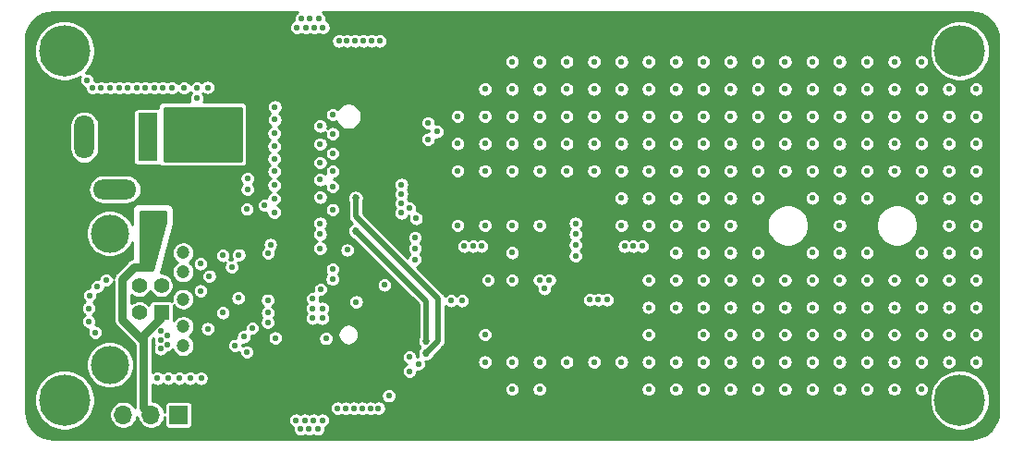
<source format=gbr>
G04 #@! TF.GenerationSoftware,KiCad,Pcbnew,(5.1.9-0-10_14)*
G04 #@! TF.CreationDate,2021-05-09T00:19:33+01:00*
G04 #@! TF.ProjectId,usb3-ngff-carrier,75736233-2d6e-4676-9666-2d6361727269,1*
G04 #@! TF.SameCoordinates,Original*
G04 #@! TF.FileFunction,Copper,L2,Inr*
G04 #@! TF.FilePolarity,Positive*
%FSLAX46Y46*%
G04 Gerber Fmt 4.6, Leading zero omitted, Abs format (unit mm)*
G04 Created by KiCad (PCBNEW (5.1.9-0-10_14)) date 2021-05-09 00:19:33*
%MOMM*%
%LPD*%
G01*
G04 APERTURE LIST*
G04 #@! TA.AperFunction,ComponentPad*
%ADD10C,3.500000*%
G04 #@! TD*
G04 #@! TA.AperFunction,ComponentPad*
%ADD11C,1.420000*%
G04 #@! TD*
G04 #@! TA.AperFunction,ComponentPad*
%ADD12R,1.420000X1.420000*%
G04 #@! TD*
G04 #@! TA.AperFunction,ComponentPad*
%ADD13C,1.200000*%
G04 #@! TD*
G04 #@! TA.AperFunction,ComponentPad*
%ADD14O,1.700000X1.700000*%
G04 #@! TD*
G04 #@! TA.AperFunction,ComponentPad*
%ADD15R,1.700000X1.700000*%
G04 #@! TD*
G04 #@! TA.AperFunction,ComponentPad*
%ADD16R,1.800000X4.400000*%
G04 #@! TD*
G04 #@! TA.AperFunction,ComponentPad*
%ADD17O,1.800000X4.000000*%
G04 #@! TD*
G04 #@! TA.AperFunction,ComponentPad*
%ADD18O,4.000000X1.800000*%
G04 #@! TD*
G04 #@! TA.AperFunction,ComponentPad*
%ADD19C,4.700000*%
G04 #@! TD*
G04 #@! TA.AperFunction,ViaPad*
%ADD20C,0.550000*%
G04 #@! TD*
G04 #@! TA.AperFunction,ViaPad*
%ADD21C,0.685800*%
G04 #@! TD*
G04 #@! TA.AperFunction,Conductor*
%ADD22C,0.762000*%
G04 #@! TD*
G04 #@! TA.AperFunction,Conductor*
%ADD23C,0.508000*%
G04 #@! TD*
G04 #@! TA.AperFunction,Conductor*
%ADD24C,0.254000*%
G04 #@! TD*
G04 #@! TA.AperFunction,Conductor*
%ADD25C,0.152400*%
G04 #@! TD*
G04 APERTURE END LIST*
D10*
X8150000Y-20730000D03*
X8150000Y-32770000D03*
D11*
X10860000Y-25500000D03*
X10860000Y-28000000D03*
X12859999Y-25500000D03*
D12*
X12859999Y-28000000D03*
D13*
X14860000Y-22500000D03*
X14860000Y-24250000D03*
X14860000Y-31000000D03*
X14860000Y-29250000D03*
X14860000Y-26750000D03*
D14*
X9370000Y-37350000D03*
X11910000Y-37350000D03*
D15*
X14450000Y-37350000D03*
D16*
X11600000Y-11900000D03*
D17*
X5800000Y-11900000D03*
D18*
X8600000Y-16700000D03*
D19*
X4000000Y-36000000D03*
X86000000Y-36000000D03*
X86000000Y-4000000D03*
X4000000Y-4000000D03*
D20*
X17550000Y-12675000D03*
X16650000Y-12675000D03*
X17125000Y-13400000D03*
X27600000Y-28500000D03*
X27600000Y-27600000D03*
X19950000Y-22700000D03*
X6050000Y-6700000D03*
X7350000Y-7400000D03*
X6550000Y-7400000D03*
X26700000Y-28500000D03*
X26700000Y-27600000D03*
X23200000Y-18800000D03*
X29125000Y-3100000D03*
X29875000Y-3100000D03*
X30625000Y-3100000D03*
X31375000Y-3100000D03*
X32125000Y-3100000D03*
X32875000Y-3100000D03*
X25600000Y-38650000D03*
X25200000Y-37850000D03*
X27600000Y-37850000D03*
X26400000Y-38650000D03*
X26000000Y-37850000D03*
X26800000Y-37850000D03*
X27200000Y-38650000D03*
X27275000Y-1075000D03*
X27675000Y-1875000D03*
X25275000Y-1875000D03*
X26475000Y-1075000D03*
X26875000Y-1875000D03*
X26075000Y-1875000D03*
X25675000Y-1075000D03*
X20750000Y-16700000D03*
X47500000Y-7500000D03*
X50000000Y-7500000D03*
X52500000Y-7500000D03*
X55000000Y-7500000D03*
X57500000Y-7500000D03*
X60000000Y-7500000D03*
X62500000Y-7500000D03*
X65000000Y-7500000D03*
X67500000Y-7500000D03*
X70000000Y-7500000D03*
X72500000Y-7500000D03*
X75000000Y-7500000D03*
X77500000Y-7500000D03*
X80000000Y-7500000D03*
X82500000Y-7500000D03*
X85000000Y-7500000D03*
X87500000Y-7500000D03*
X87500000Y-10000000D03*
X85000000Y-10000000D03*
X87500000Y-32500000D03*
X87500000Y-30000000D03*
X87500000Y-27500000D03*
X87500000Y-25000000D03*
X87500000Y-22500000D03*
X87500000Y-20000000D03*
X87500000Y-20000000D03*
X87500000Y-15000000D03*
X87500000Y-17500000D03*
X87500000Y-12500000D03*
X85000000Y-12500000D03*
X82500000Y-10000000D03*
X82500000Y-12500000D03*
X80000000Y-10000000D03*
X80000000Y-12500000D03*
X77500000Y-10000000D03*
X77500000Y-12500000D03*
X75000000Y-10000000D03*
X75000000Y-12500000D03*
X72500000Y-10000000D03*
X72500000Y-12500000D03*
X70000000Y-10000000D03*
X70000000Y-10000000D03*
X67500000Y-10000000D03*
X67500000Y-12500000D03*
X70000000Y-12500000D03*
X65000000Y-12500000D03*
X65000000Y-10000000D03*
X62500000Y-10000000D03*
X62500000Y-12500000D03*
X60000000Y-12500000D03*
X57500000Y-10000000D03*
X60000000Y-10000000D03*
X57500000Y-12500000D03*
X55000000Y-12500000D03*
X55000000Y-10000000D03*
X52500000Y-10000000D03*
X52500000Y-12500000D03*
X50000000Y-12500000D03*
X50000000Y-10000000D03*
X47500000Y-10000000D03*
X47500000Y-12500000D03*
X45000000Y-12500000D03*
X45000000Y-10000000D03*
X50000000Y-15000000D03*
X52500000Y-15000000D03*
X55000000Y-15000000D03*
X57500000Y-15000000D03*
X60000000Y-15000000D03*
X62500000Y-15000000D03*
X65000000Y-15000000D03*
X67500000Y-15000000D03*
X70000000Y-15000000D03*
X72500000Y-15000000D03*
X75000000Y-15000000D03*
X77500000Y-15000000D03*
X80000000Y-15000000D03*
X82500000Y-15000000D03*
X85000000Y-15000000D03*
X85000000Y-17500000D03*
X75000000Y-17500000D03*
X75000000Y-20000000D03*
X75000000Y-22500000D03*
X77500000Y-25000000D03*
X75000000Y-25000000D03*
X80000000Y-25000000D03*
X82500000Y-25000000D03*
X85000000Y-25000000D03*
X85000000Y-22500000D03*
X85000000Y-20000000D03*
X72500000Y-25000000D03*
X70000000Y-25000000D03*
X67500000Y-25000000D03*
X85000000Y-27500000D03*
X82500000Y-27500000D03*
X85000000Y-30000000D03*
X82500000Y-30000000D03*
X85000000Y-32500000D03*
X82500000Y-32500000D03*
X82500000Y-35000000D03*
X82500000Y-5000000D03*
X80000000Y-5000000D03*
X77500000Y-5000000D03*
X75000000Y-5000000D03*
X72500000Y-5000000D03*
X70000000Y-5000000D03*
X67500000Y-5000000D03*
X65000000Y-5000000D03*
X62500000Y-5000000D03*
X60000000Y-5000000D03*
X57500000Y-5000000D03*
X55000000Y-5000000D03*
X52500000Y-5000000D03*
X50000000Y-5000000D03*
X47500000Y-5000000D03*
X45000000Y-7500000D03*
X42500000Y-10000000D03*
X42500000Y-12500000D03*
X67500000Y-27500000D03*
X70000000Y-27500000D03*
X67500000Y-30000000D03*
X70000000Y-30000000D03*
X67500000Y-32500000D03*
X70000000Y-32500000D03*
X70000000Y-35000000D03*
X67500000Y-35000000D03*
X72500000Y-27500000D03*
X80000000Y-27500000D03*
X77500000Y-27500000D03*
X75000000Y-27500000D03*
X72500000Y-30000000D03*
X75000000Y-30000000D03*
X77500000Y-30000000D03*
X80000000Y-30000000D03*
X80000000Y-32500000D03*
X77500000Y-32500000D03*
X72500000Y-32500000D03*
X75000000Y-32500000D03*
X72500000Y-35000000D03*
X75000000Y-35000000D03*
X77500000Y-35000000D03*
X80000000Y-35000000D03*
X12500000Y-34000000D03*
X13500000Y-34000000D03*
X14500000Y-34000000D03*
X15500000Y-34000000D03*
X16500000Y-34000000D03*
X29000000Y-36750000D03*
X29750000Y-36750000D03*
X30500000Y-36750000D03*
X31250000Y-36750000D03*
X32000000Y-36750000D03*
X32750000Y-36750000D03*
X23300000Y-30300000D03*
X22600000Y-28900000D03*
X26700000Y-26700000D03*
X27400000Y-14250000D03*
X27400000Y-15800000D03*
X27400000Y-17400000D03*
X37300000Y-12100000D03*
X35600000Y-32050000D03*
X35600000Y-33350000D03*
X33700000Y-35600000D03*
X27450000Y-25850000D03*
X13400000Y-30100000D03*
X13400000Y-30900000D03*
X12800000Y-31300000D03*
X12800000Y-30500000D03*
X12800000Y-29700000D03*
X36400000Y-32700000D03*
X65000000Y-25000000D03*
X62500000Y-25000000D03*
X62500000Y-27500000D03*
X65000000Y-27500000D03*
X62500000Y-30000000D03*
X65000000Y-30000000D03*
X62500000Y-32500000D03*
X65000000Y-32500000D03*
X65000000Y-35000000D03*
X62500000Y-35000000D03*
X57500000Y-20000000D03*
X60000000Y-20000000D03*
X62500000Y-20000000D03*
X65000000Y-20000000D03*
X65000000Y-17500000D03*
X62500000Y-17500000D03*
X60000000Y-17500000D03*
X57500000Y-17500000D03*
X47500000Y-15000000D03*
X40000000Y-15000000D03*
X42500000Y-15000000D03*
X45000000Y-15000000D03*
X38100000Y-11400000D03*
X28550000Y-9850000D03*
X27950000Y-30350000D03*
X23200000Y-16300000D03*
X23200000Y-15050000D03*
X23200000Y-13900000D03*
X20750000Y-15700000D03*
X23200000Y-11550000D03*
X7800000Y-25000000D03*
X7000000Y-25600000D03*
X6300000Y-26400000D03*
X6200000Y-27600000D03*
X6200000Y-28800000D03*
X6800000Y-29800000D03*
X19600000Y-31000000D03*
X20400000Y-30200000D03*
X21200000Y-29400000D03*
X28550000Y-15050000D03*
X28550000Y-16450000D03*
X27400000Y-10900000D03*
X27400000Y-12550000D03*
X28550000Y-11600000D03*
X40000000Y-12500000D03*
X40000000Y-10000000D03*
X42500000Y-7500000D03*
X45000000Y-5000000D03*
X67500000Y-17500000D03*
X72500000Y-17500000D03*
X72500000Y-22500000D03*
X67500000Y-22500000D03*
X77500000Y-17500000D03*
X82500000Y-17500000D03*
X82500000Y-22500000D03*
X77500000Y-22500000D03*
X22300000Y-18150000D03*
X23200000Y-17550000D03*
X13000000Y-7400000D03*
X12200000Y-7400000D03*
X11400000Y-7400000D03*
X10600000Y-7400000D03*
X9800000Y-7400000D03*
X9000000Y-7400000D03*
X8200000Y-7400000D03*
X23250000Y-10300000D03*
X23250000Y-9150000D03*
X17100000Y-7350000D03*
X16120000Y-7400000D03*
X16110000Y-8350000D03*
X65000000Y-22500000D03*
X62500000Y-22500000D03*
X60000000Y-25000000D03*
X60000000Y-27500000D03*
X57500000Y-25000000D03*
X57500000Y-27500000D03*
X60000000Y-32500000D03*
X57500000Y-32500000D03*
X60000000Y-35000000D03*
X57500000Y-35000000D03*
X55000000Y-17500000D03*
X47500000Y-25000000D03*
X45000000Y-25000000D03*
X42800000Y-25000000D03*
X55000000Y-32500000D03*
X52500000Y-32500000D03*
X50000000Y-32500000D03*
X47500000Y-32500000D03*
X47500000Y-35000000D03*
X45000000Y-32500000D03*
X45000000Y-35000000D03*
X42500000Y-32500000D03*
X42500000Y-30000000D03*
X60000000Y-22500000D03*
X55000000Y-20000000D03*
X45000000Y-22500000D03*
X40000000Y-20000000D03*
X40600000Y-21900000D03*
X50800000Y-21800000D03*
X36100000Y-22100000D03*
X36100000Y-23100000D03*
X36100000Y-21100000D03*
X50800000Y-20800000D03*
X50800000Y-22800000D03*
X53700000Y-26800000D03*
X52900000Y-26800000D03*
X52100000Y-26800000D03*
X41400000Y-21900000D03*
X42200000Y-21900000D03*
X55300000Y-21900000D03*
X56100000Y-21900000D03*
X56900000Y-21900000D03*
X37300000Y-10600000D03*
X45000000Y-20000000D03*
X42500000Y-20000000D03*
X39400000Y-26900000D03*
X14950000Y-7400000D03*
X13850000Y-7400000D03*
X57500000Y-30000000D03*
X40400000Y-26900000D03*
X50800000Y-19800000D03*
X48400000Y-25000000D03*
X47950000Y-25800000D03*
X47500000Y-20000000D03*
X33300000Y-25450000D03*
X28550000Y-13400000D03*
X17250000Y-24650000D03*
X16450000Y-23500000D03*
X16450000Y-26000000D03*
X18500000Y-22750000D03*
X17100000Y-29450000D03*
X18500000Y-28000000D03*
X19900000Y-26650000D03*
X28550000Y-18550000D03*
X27400000Y-22100000D03*
X28550000Y-24000000D03*
X29900000Y-22250000D03*
X19300000Y-23800000D03*
X12700000Y-19100000D03*
X11200000Y-19600000D03*
X11700000Y-19100000D03*
X12200000Y-20600000D03*
X11200000Y-20600000D03*
X12200000Y-19600000D03*
X11700000Y-20100000D03*
X12700000Y-20100000D03*
X22600000Y-28000000D03*
X20700000Y-31600000D03*
X30700000Y-27000000D03*
X36200000Y-19350000D03*
X35564957Y-18414440D03*
X34850000Y-18850000D03*
D21*
X30650000Y-20500000D03*
X37100000Y-30600000D03*
D20*
X22600000Y-26850000D03*
X28533531Y-24925596D03*
X22650000Y-22550000D03*
X22850000Y-21750000D03*
X27400727Y-20806813D03*
X27400000Y-19800000D03*
X23200000Y-12750000D03*
X20700000Y-18500000D03*
X13490000Y-12290000D03*
X13490000Y-13090000D03*
X13490000Y-11490000D03*
X17150000Y-11925000D03*
X17575000Y-11200000D03*
X16675000Y-11200000D03*
X16025000Y-9850000D03*
X13490000Y-9860000D03*
X13490000Y-10680000D03*
X16025000Y-10675000D03*
X14325000Y-11200000D03*
X15225000Y-11200000D03*
X21950000Y-3640000D03*
X22450000Y-4140000D03*
X23450000Y-4140000D03*
X22950000Y-3640000D03*
X21950000Y-4640000D03*
X22950000Y-5640000D03*
X22450000Y-5140000D03*
X21950000Y-5640000D03*
X23450000Y-5140000D03*
X22950000Y-4640000D03*
X24200000Y-32300000D03*
X24200000Y-33300000D03*
X22650000Y-33800000D03*
X22650000Y-32800000D03*
X22650000Y-31800000D03*
X23150000Y-32300000D03*
X23150000Y-33300000D03*
X23650000Y-33800000D03*
X23650000Y-32800000D03*
X23650000Y-31800000D03*
X17200000Y-38075000D03*
X21925000Y-38100000D03*
D21*
X30650000Y-17500000D03*
X37100000Y-31700000D03*
D20*
X34850000Y-16250000D03*
X34850000Y-17950000D03*
X34850000Y-17100000D03*
D22*
X11250000Y-36650000D02*
X12000000Y-37400000D01*
X11250000Y-30050000D02*
X11250000Y-36650000D01*
X12850000Y-28450000D02*
X11250000Y-30050000D01*
X12850000Y-28050000D02*
X12850000Y-28450000D01*
X10381348Y-23818652D02*
X11788379Y-23818652D01*
X9300000Y-24900000D02*
X10381348Y-23818652D01*
X9300000Y-28650000D02*
X9300000Y-24900000D01*
X11250000Y-30600000D02*
X9300000Y-28650000D01*
D23*
X37100000Y-26950000D02*
X30650000Y-20500000D01*
X37100000Y-30600000D02*
X37100000Y-26950000D01*
X30650000Y-19150000D02*
X30650000Y-17500000D01*
X38200000Y-26700000D02*
X30650000Y-19150000D01*
X38200000Y-30600000D02*
X38200000Y-26700000D01*
X37100000Y-31700000D02*
X38200000Y-30600000D01*
D24*
X25342478Y-452895D02*
X25227501Y-529721D01*
X25129721Y-627501D01*
X25052895Y-742478D01*
X24999977Y-870234D01*
X24973000Y-1005859D01*
X24973000Y-1144141D01*
X24990662Y-1232937D01*
X24942478Y-1252895D01*
X24827501Y-1329721D01*
X24729721Y-1427501D01*
X24652895Y-1542478D01*
X24599977Y-1670234D01*
X24573000Y-1805859D01*
X24573000Y-1944141D01*
X24599977Y-2079766D01*
X24652895Y-2207522D01*
X24729721Y-2322499D01*
X24827501Y-2420279D01*
X24942478Y-2497105D01*
X25070234Y-2550023D01*
X25205859Y-2577000D01*
X25344141Y-2577000D01*
X25479766Y-2550023D01*
X25607522Y-2497105D01*
X25675000Y-2452017D01*
X25742478Y-2497105D01*
X25870234Y-2550023D01*
X26005859Y-2577000D01*
X26144141Y-2577000D01*
X26279766Y-2550023D01*
X26407522Y-2497105D01*
X26475000Y-2452017D01*
X26542478Y-2497105D01*
X26670234Y-2550023D01*
X26805859Y-2577000D01*
X26944141Y-2577000D01*
X27079766Y-2550023D01*
X27207522Y-2497105D01*
X27275000Y-2452017D01*
X27342478Y-2497105D01*
X27470234Y-2550023D01*
X27605859Y-2577000D01*
X27744141Y-2577000D01*
X27879766Y-2550023D01*
X28007522Y-2497105D01*
X28122499Y-2420279D01*
X28220279Y-2322499D01*
X28297105Y-2207522D01*
X28350023Y-2079766D01*
X28377000Y-1944141D01*
X28377000Y-1805859D01*
X28350023Y-1670234D01*
X28297105Y-1542478D01*
X28220279Y-1427501D01*
X28122499Y-1329721D01*
X28007522Y-1252895D01*
X27959338Y-1232937D01*
X27977000Y-1144141D01*
X27977000Y-1005859D01*
X27950023Y-870234D01*
X27897105Y-742478D01*
X27820279Y-627501D01*
X27722499Y-529721D01*
X27607522Y-452895D01*
X27590997Y-446050D01*
X86978186Y-446050D01*
X87495651Y-496788D01*
X87972419Y-640733D01*
X88412149Y-874541D01*
X88798096Y-1189312D01*
X89115547Y-1573045D01*
X89352420Y-2011135D01*
X89499690Y-2486886D01*
X89553950Y-3003131D01*
X89553951Y-36978176D01*
X89503212Y-37495651D01*
X89359268Y-37972416D01*
X89125459Y-38412149D01*
X88810688Y-38798096D01*
X88426955Y-39115548D01*
X87988869Y-39352419D01*
X87513110Y-39499692D01*
X86996868Y-39553950D01*
X3021814Y-39553950D01*
X2504349Y-39503212D01*
X2027584Y-39359268D01*
X1587851Y-39125459D01*
X1201904Y-38810688D01*
X884452Y-38426955D01*
X647581Y-37988869D01*
X500308Y-37513110D01*
X446050Y-36996868D01*
X446050Y-35726489D01*
X1223000Y-35726489D01*
X1223000Y-36273511D01*
X1329718Y-36810021D01*
X1539054Y-37315403D01*
X1842963Y-37770234D01*
X2229766Y-38157037D01*
X2684597Y-38460946D01*
X3189979Y-38670282D01*
X3726489Y-38777000D01*
X4273511Y-38777000D01*
X4810021Y-38670282D01*
X5315403Y-38460946D01*
X5770234Y-38157037D01*
X6157037Y-37770234D01*
X6460946Y-37315403D01*
X6670282Y-36810021D01*
X6777000Y-36273511D01*
X6777000Y-35726489D01*
X6670282Y-35189979D01*
X6460946Y-34684597D01*
X6157037Y-34229766D01*
X5770234Y-33842963D01*
X5315403Y-33539054D01*
X4810021Y-33329718D01*
X4273511Y-33223000D01*
X3726489Y-33223000D01*
X3189979Y-33329718D01*
X2684597Y-33539054D01*
X2229766Y-33842963D01*
X1842963Y-34229766D01*
X1539054Y-34684597D01*
X1329718Y-35189979D01*
X1223000Y-35726489D01*
X446050Y-35726489D01*
X446050Y-32555584D01*
X5973000Y-32555584D01*
X5973000Y-32984416D01*
X6056660Y-33405008D01*
X6220767Y-33801196D01*
X6459013Y-34157757D01*
X6762243Y-34460987D01*
X7118804Y-34699233D01*
X7514992Y-34863340D01*
X7935584Y-34947000D01*
X8364416Y-34947000D01*
X8785008Y-34863340D01*
X9181196Y-34699233D01*
X9537757Y-34460987D01*
X9840987Y-34157757D01*
X10079233Y-33801196D01*
X10243340Y-33405008D01*
X10327000Y-32984416D01*
X10327000Y-32555584D01*
X10243340Y-32134992D01*
X10079233Y-31738804D01*
X9840987Y-31382243D01*
X9537757Y-31079013D01*
X9181196Y-30840767D01*
X8785008Y-30676660D01*
X8364416Y-30593000D01*
X7935584Y-30593000D01*
X7514992Y-30676660D01*
X7118804Y-30840767D01*
X6762243Y-31079013D01*
X6459013Y-31382243D01*
X6220767Y-31738804D01*
X6056660Y-32134992D01*
X5973000Y-32555584D01*
X446050Y-32555584D01*
X446050Y-27530859D01*
X5498000Y-27530859D01*
X5498000Y-27669141D01*
X5524977Y-27804766D01*
X5577895Y-27932522D01*
X5654721Y-28047499D01*
X5752501Y-28145279D01*
X5834396Y-28200000D01*
X5752501Y-28254721D01*
X5654721Y-28352501D01*
X5577895Y-28467478D01*
X5524977Y-28595234D01*
X5498000Y-28730859D01*
X5498000Y-28869141D01*
X5524977Y-29004766D01*
X5577895Y-29132522D01*
X5654721Y-29247499D01*
X5752501Y-29345279D01*
X5867478Y-29422105D01*
X5995234Y-29475023D01*
X6130859Y-29502000D01*
X6163596Y-29502000D01*
X6124977Y-29595234D01*
X6098000Y-29730859D01*
X6098000Y-29869141D01*
X6124977Y-30004766D01*
X6177895Y-30132522D01*
X6254721Y-30247499D01*
X6352501Y-30345279D01*
X6467478Y-30422105D01*
X6595234Y-30475023D01*
X6730859Y-30502000D01*
X6869141Y-30502000D01*
X7004766Y-30475023D01*
X7132522Y-30422105D01*
X7247499Y-30345279D01*
X7345279Y-30247499D01*
X7422105Y-30132522D01*
X7475023Y-30004766D01*
X7502000Y-29869141D01*
X7502000Y-29730859D01*
X7475023Y-29595234D01*
X7422105Y-29467478D01*
X7345279Y-29352501D01*
X7247499Y-29254721D01*
X7132522Y-29177895D01*
X7004766Y-29124977D01*
X6869141Y-29098000D01*
X6836404Y-29098000D01*
X6875023Y-29004766D01*
X6902000Y-28869141D01*
X6902000Y-28730859D01*
X6875023Y-28595234D01*
X6822105Y-28467478D01*
X6745279Y-28352501D01*
X6647499Y-28254721D01*
X6565604Y-28200000D01*
X6647499Y-28145279D01*
X6745279Y-28047499D01*
X6822105Y-27932522D01*
X6875023Y-27804766D01*
X6902000Y-27669141D01*
X6902000Y-27530859D01*
X6875023Y-27395234D01*
X6822105Y-27267478D01*
X6745279Y-27152501D01*
X6647499Y-27054721D01*
X6611634Y-27030757D01*
X6632522Y-27022105D01*
X6747499Y-26945279D01*
X6845279Y-26847499D01*
X6922105Y-26732522D01*
X6975023Y-26604766D01*
X7002000Y-26469141D01*
X7002000Y-26330859D01*
X6996260Y-26302000D01*
X7069141Y-26302000D01*
X7204766Y-26275023D01*
X7332522Y-26222105D01*
X7447499Y-26145279D01*
X7545279Y-26047499D01*
X7622105Y-25932522D01*
X7675023Y-25804766D01*
X7696811Y-25695228D01*
X7730859Y-25702000D01*
X7869141Y-25702000D01*
X8004766Y-25675023D01*
X8132522Y-25622105D01*
X8247499Y-25545279D01*
X8345279Y-25447499D01*
X8422105Y-25332522D01*
X8475023Y-25204766D01*
X8492001Y-25119411D01*
X8492000Y-28610320D01*
X8488092Y-28650000D01*
X8492000Y-28689680D01*
X8492000Y-28689687D01*
X8503692Y-28808395D01*
X8549894Y-28960703D01*
X8624922Y-29101071D01*
X8725894Y-29224106D01*
X8756728Y-29249411D01*
X10442000Y-30934684D01*
X10442001Y-36610310D01*
X10438094Y-36649977D01*
X10361911Y-36535960D01*
X10184040Y-36358089D01*
X9974886Y-36218337D01*
X9742487Y-36122074D01*
X9495774Y-36073000D01*
X9244226Y-36073000D01*
X8997513Y-36122074D01*
X8765114Y-36218337D01*
X8555960Y-36358089D01*
X8378089Y-36535960D01*
X8238337Y-36745114D01*
X8142074Y-36977513D01*
X8093000Y-37224226D01*
X8093000Y-37475774D01*
X8142074Y-37722487D01*
X8238337Y-37954886D01*
X8378089Y-38164040D01*
X8555960Y-38341911D01*
X8765114Y-38481663D01*
X8997513Y-38577926D01*
X9244226Y-38627000D01*
X9495774Y-38627000D01*
X9742487Y-38577926D01*
X9974886Y-38481663D01*
X10184040Y-38341911D01*
X10361911Y-38164040D01*
X10501663Y-37954886D01*
X10597926Y-37722487D01*
X10640000Y-37510966D01*
X10682074Y-37722487D01*
X10778337Y-37954886D01*
X10918089Y-38164040D01*
X11095960Y-38341911D01*
X11305114Y-38481663D01*
X11537513Y-38577926D01*
X11784226Y-38627000D01*
X12035774Y-38627000D01*
X12282487Y-38577926D01*
X12514886Y-38481663D01*
X12724040Y-38341911D01*
X12901911Y-38164040D01*
X13041663Y-37954886D01*
X13137926Y-37722487D01*
X13170934Y-37556544D01*
X13170934Y-38200000D01*
X13179178Y-38283707D01*
X13203595Y-38364196D01*
X13243245Y-38438376D01*
X13296605Y-38503395D01*
X13361624Y-38556755D01*
X13435804Y-38596405D01*
X13516293Y-38620822D01*
X13600000Y-38629066D01*
X15300000Y-38629066D01*
X15383707Y-38620822D01*
X15464196Y-38596405D01*
X15538376Y-38556755D01*
X15603395Y-38503395D01*
X15656755Y-38438376D01*
X15696405Y-38364196D01*
X15720822Y-38283707D01*
X15729066Y-38200000D01*
X15729066Y-37780859D01*
X24498000Y-37780859D01*
X24498000Y-37919141D01*
X24524977Y-38054766D01*
X24577895Y-38182522D01*
X24654721Y-38297499D01*
X24752501Y-38395279D01*
X24867478Y-38472105D01*
X24915662Y-38492063D01*
X24898000Y-38580859D01*
X24898000Y-38719141D01*
X24924977Y-38854766D01*
X24977895Y-38982522D01*
X25054721Y-39097499D01*
X25152501Y-39195279D01*
X25267478Y-39272105D01*
X25395234Y-39325023D01*
X25530859Y-39352000D01*
X25669141Y-39352000D01*
X25804766Y-39325023D01*
X25932522Y-39272105D01*
X26000000Y-39227017D01*
X26067478Y-39272105D01*
X26195234Y-39325023D01*
X26330859Y-39352000D01*
X26469141Y-39352000D01*
X26604766Y-39325023D01*
X26732522Y-39272105D01*
X26800000Y-39227017D01*
X26867478Y-39272105D01*
X26995234Y-39325023D01*
X27130859Y-39352000D01*
X27269141Y-39352000D01*
X27404766Y-39325023D01*
X27532522Y-39272105D01*
X27647499Y-39195279D01*
X27745279Y-39097499D01*
X27822105Y-38982522D01*
X27875023Y-38854766D01*
X27902000Y-38719141D01*
X27902000Y-38580859D01*
X27884338Y-38492063D01*
X27932522Y-38472105D01*
X28047499Y-38395279D01*
X28145279Y-38297499D01*
X28222105Y-38182522D01*
X28275023Y-38054766D01*
X28302000Y-37919141D01*
X28302000Y-37780859D01*
X28275023Y-37645234D01*
X28222105Y-37517478D01*
X28145279Y-37402501D01*
X28047499Y-37304721D01*
X27932522Y-37227895D01*
X27804766Y-37174977D01*
X27669141Y-37148000D01*
X27530859Y-37148000D01*
X27395234Y-37174977D01*
X27267478Y-37227895D01*
X27200000Y-37272983D01*
X27132522Y-37227895D01*
X27004766Y-37174977D01*
X26869141Y-37148000D01*
X26730859Y-37148000D01*
X26595234Y-37174977D01*
X26467478Y-37227895D01*
X26400000Y-37272983D01*
X26332522Y-37227895D01*
X26204766Y-37174977D01*
X26069141Y-37148000D01*
X25930859Y-37148000D01*
X25795234Y-37174977D01*
X25667478Y-37227895D01*
X25600000Y-37272983D01*
X25532522Y-37227895D01*
X25404766Y-37174977D01*
X25269141Y-37148000D01*
X25130859Y-37148000D01*
X24995234Y-37174977D01*
X24867478Y-37227895D01*
X24752501Y-37304721D01*
X24654721Y-37402501D01*
X24577895Y-37517478D01*
X24524977Y-37645234D01*
X24498000Y-37780859D01*
X15729066Y-37780859D01*
X15729066Y-36680859D01*
X28298000Y-36680859D01*
X28298000Y-36819141D01*
X28324977Y-36954766D01*
X28377895Y-37082522D01*
X28454721Y-37197499D01*
X28552501Y-37295279D01*
X28667478Y-37372105D01*
X28795234Y-37425023D01*
X28930859Y-37452000D01*
X29069141Y-37452000D01*
X29204766Y-37425023D01*
X29332522Y-37372105D01*
X29375000Y-37343722D01*
X29417478Y-37372105D01*
X29545234Y-37425023D01*
X29680859Y-37452000D01*
X29819141Y-37452000D01*
X29954766Y-37425023D01*
X30082522Y-37372105D01*
X30125000Y-37343722D01*
X30167478Y-37372105D01*
X30295234Y-37425023D01*
X30430859Y-37452000D01*
X30569141Y-37452000D01*
X30704766Y-37425023D01*
X30832522Y-37372105D01*
X30875000Y-37343722D01*
X30917478Y-37372105D01*
X31045234Y-37425023D01*
X31180859Y-37452000D01*
X31319141Y-37452000D01*
X31454766Y-37425023D01*
X31582522Y-37372105D01*
X31625000Y-37343722D01*
X31667478Y-37372105D01*
X31795234Y-37425023D01*
X31930859Y-37452000D01*
X32069141Y-37452000D01*
X32204766Y-37425023D01*
X32332522Y-37372105D01*
X32375000Y-37343722D01*
X32417478Y-37372105D01*
X32545234Y-37425023D01*
X32680859Y-37452000D01*
X32819141Y-37452000D01*
X32954766Y-37425023D01*
X33082522Y-37372105D01*
X33197499Y-37295279D01*
X33295279Y-37197499D01*
X33372105Y-37082522D01*
X33425023Y-36954766D01*
X33452000Y-36819141D01*
X33452000Y-36680859D01*
X33425023Y-36545234D01*
X33372105Y-36417478D01*
X33295279Y-36302501D01*
X33197499Y-36204721D01*
X33082522Y-36127895D01*
X32954766Y-36074977D01*
X32819141Y-36048000D01*
X32680859Y-36048000D01*
X32545234Y-36074977D01*
X32417478Y-36127895D01*
X32375000Y-36156278D01*
X32332522Y-36127895D01*
X32204766Y-36074977D01*
X32069141Y-36048000D01*
X31930859Y-36048000D01*
X31795234Y-36074977D01*
X31667478Y-36127895D01*
X31625000Y-36156278D01*
X31582522Y-36127895D01*
X31454766Y-36074977D01*
X31319141Y-36048000D01*
X31180859Y-36048000D01*
X31045234Y-36074977D01*
X30917478Y-36127895D01*
X30875000Y-36156278D01*
X30832522Y-36127895D01*
X30704766Y-36074977D01*
X30569141Y-36048000D01*
X30430859Y-36048000D01*
X30295234Y-36074977D01*
X30167478Y-36127895D01*
X30125000Y-36156278D01*
X30082522Y-36127895D01*
X29954766Y-36074977D01*
X29819141Y-36048000D01*
X29680859Y-36048000D01*
X29545234Y-36074977D01*
X29417478Y-36127895D01*
X29375000Y-36156278D01*
X29332522Y-36127895D01*
X29204766Y-36074977D01*
X29069141Y-36048000D01*
X28930859Y-36048000D01*
X28795234Y-36074977D01*
X28667478Y-36127895D01*
X28552501Y-36204721D01*
X28454721Y-36302501D01*
X28377895Y-36417478D01*
X28324977Y-36545234D01*
X28298000Y-36680859D01*
X15729066Y-36680859D01*
X15729066Y-36500000D01*
X15720822Y-36416293D01*
X15696405Y-36335804D01*
X15656755Y-36261624D01*
X15603395Y-36196605D01*
X15538376Y-36143245D01*
X15464196Y-36103595D01*
X15383707Y-36079178D01*
X15300000Y-36070934D01*
X13600000Y-36070934D01*
X13516293Y-36079178D01*
X13435804Y-36103595D01*
X13361624Y-36143245D01*
X13296605Y-36196605D01*
X13243245Y-36261624D01*
X13203595Y-36335804D01*
X13179178Y-36416293D01*
X13170934Y-36500000D01*
X13170934Y-37143456D01*
X13137926Y-36977513D01*
X13041663Y-36745114D01*
X12901911Y-36535960D01*
X12724040Y-36358089D01*
X12514886Y-36218337D01*
X12282487Y-36122074D01*
X12058000Y-36077421D01*
X12058000Y-35530859D01*
X32998000Y-35530859D01*
X32998000Y-35669141D01*
X33024977Y-35804766D01*
X33077895Y-35932522D01*
X33154721Y-36047499D01*
X33252501Y-36145279D01*
X33367478Y-36222105D01*
X33495234Y-36275023D01*
X33630859Y-36302000D01*
X33769141Y-36302000D01*
X33904766Y-36275023D01*
X34032522Y-36222105D01*
X34147499Y-36145279D01*
X34245279Y-36047499D01*
X34322105Y-35932522D01*
X34375023Y-35804766D01*
X34390592Y-35726489D01*
X83223000Y-35726489D01*
X83223000Y-36273511D01*
X83329718Y-36810021D01*
X83539054Y-37315403D01*
X83842963Y-37770234D01*
X84229766Y-38157037D01*
X84684597Y-38460946D01*
X85189979Y-38670282D01*
X85726489Y-38777000D01*
X86273511Y-38777000D01*
X86810021Y-38670282D01*
X87315403Y-38460946D01*
X87770234Y-38157037D01*
X88157037Y-37770234D01*
X88460946Y-37315403D01*
X88670282Y-36810021D01*
X88777000Y-36273511D01*
X88777000Y-35726489D01*
X88670282Y-35189979D01*
X88460946Y-34684597D01*
X88157037Y-34229766D01*
X87770234Y-33842963D01*
X87315403Y-33539054D01*
X86810021Y-33329718D01*
X86273511Y-33223000D01*
X85726489Y-33223000D01*
X85189979Y-33329718D01*
X84684597Y-33539054D01*
X84229766Y-33842963D01*
X83842963Y-34229766D01*
X83539054Y-34684597D01*
X83329718Y-35189979D01*
X83223000Y-35726489D01*
X34390592Y-35726489D01*
X34402000Y-35669141D01*
X34402000Y-35530859D01*
X34375023Y-35395234D01*
X34322105Y-35267478D01*
X34245279Y-35152501D01*
X34147499Y-35054721D01*
X34032522Y-34977895D01*
X33918967Y-34930859D01*
X44298000Y-34930859D01*
X44298000Y-35069141D01*
X44324977Y-35204766D01*
X44377895Y-35332522D01*
X44454721Y-35447499D01*
X44552501Y-35545279D01*
X44667478Y-35622105D01*
X44795234Y-35675023D01*
X44930859Y-35702000D01*
X45069141Y-35702000D01*
X45204766Y-35675023D01*
X45332522Y-35622105D01*
X45447499Y-35545279D01*
X45545279Y-35447499D01*
X45622105Y-35332522D01*
X45675023Y-35204766D01*
X45702000Y-35069141D01*
X45702000Y-34930859D01*
X46798000Y-34930859D01*
X46798000Y-35069141D01*
X46824977Y-35204766D01*
X46877895Y-35332522D01*
X46954721Y-35447499D01*
X47052501Y-35545279D01*
X47167478Y-35622105D01*
X47295234Y-35675023D01*
X47430859Y-35702000D01*
X47569141Y-35702000D01*
X47704766Y-35675023D01*
X47832522Y-35622105D01*
X47947499Y-35545279D01*
X48045279Y-35447499D01*
X48122105Y-35332522D01*
X48175023Y-35204766D01*
X48202000Y-35069141D01*
X48202000Y-34930859D01*
X56798000Y-34930859D01*
X56798000Y-35069141D01*
X56824977Y-35204766D01*
X56877895Y-35332522D01*
X56954721Y-35447499D01*
X57052501Y-35545279D01*
X57167478Y-35622105D01*
X57295234Y-35675023D01*
X57430859Y-35702000D01*
X57569141Y-35702000D01*
X57704766Y-35675023D01*
X57832522Y-35622105D01*
X57947499Y-35545279D01*
X58045279Y-35447499D01*
X58122105Y-35332522D01*
X58175023Y-35204766D01*
X58202000Y-35069141D01*
X58202000Y-34930859D01*
X59298000Y-34930859D01*
X59298000Y-35069141D01*
X59324977Y-35204766D01*
X59377895Y-35332522D01*
X59454721Y-35447499D01*
X59552501Y-35545279D01*
X59667478Y-35622105D01*
X59795234Y-35675023D01*
X59930859Y-35702000D01*
X60069141Y-35702000D01*
X60204766Y-35675023D01*
X60332522Y-35622105D01*
X60447499Y-35545279D01*
X60545279Y-35447499D01*
X60622105Y-35332522D01*
X60675023Y-35204766D01*
X60702000Y-35069141D01*
X60702000Y-34930859D01*
X61798000Y-34930859D01*
X61798000Y-35069141D01*
X61824977Y-35204766D01*
X61877895Y-35332522D01*
X61954721Y-35447499D01*
X62052501Y-35545279D01*
X62167478Y-35622105D01*
X62295234Y-35675023D01*
X62430859Y-35702000D01*
X62569141Y-35702000D01*
X62704766Y-35675023D01*
X62832522Y-35622105D01*
X62947499Y-35545279D01*
X63045279Y-35447499D01*
X63122105Y-35332522D01*
X63175023Y-35204766D01*
X63202000Y-35069141D01*
X63202000Y-34930859D01*
X64298000Y-34930859D01*
X64298000Y-35069141D01*
X64324977Y-35204766D01*
X64377895Y-35332522D01*
X64454721Y-35447499D01*
X64552501Y-35545279D01*
X64667478Y-35622105D01*
X64795234Y-35675023D01*
X64930859Y-35702000D01*
X65069141Y-35702000D01*
X65204766Y-35675023D01*
X65332522Y-35622105D01*
X65447499Y-35545279D01*
X65545279Y-35447499D01*
X65622105Y-35332522D01*
X65675023Y-35204766D01*
X65702000Y-35069141D01*
X65702000Y-34930859D01*
X66798000Y-34930859D01*
X66798000Y-35069141D01*
X66824977Y-35204766D01*
X66877895Y-35332522D01*
X66954721Y-35447499D01*
X67052501Y-35545279D01*
X67167478Y-35622105D01*
X67295234Y-35675023D01*
X67430859Y-35702000D01*
X67569141Y-35702000D01*
X67704766Y-35675023D01*
X67832522Y-35622105D01*
X67947499Y-35545279D01*
X68045279Y-35447499D01*
X68122105Y-35332522D01*
X68175023Y-35204766D01*
X68202000Y-35069141D01*
X68202000Y-34930859D01*
X69298000Y-34930859D01*
X69298000Y-35069141D01*
X69324977Y-35204766D01*
X69377895Y-35332522D01*
X69454721Y-35447499D01*
X69552501Y-35545279D01*
X69667478Y-35622105D01*
X69795234Y-35675023D01*
X69930859Y-35702000D01*
X70069141Y-35702000D01*
X70204766Y-35675023D01*
X70332522Y-35622105D01*
X70447499Y-35545279D01*
X70545279Y-35447499D01*
X70622105Y-35332522D01*
X70675023Y-35204766D01*
X70702000Y-35069141D01*
X70702000Y-34930859D01*
X71798000Y-34930859D01*
X71798000Y-35069141D01*
X71824977Y-35204766D01*
X71877895Y-35332522D01*
X71954721Y-35447499D01*
X72052501Y-35545279D01*
X72167478Y-35622105D01*
X72295234Y-35675023D01*
X72430859Y-35702000D01*
X72569141Y-35702000D01*
X72704766Y-35675023D01*
X72832522Y-35622105D01*
X72947499Y-35545279D01*
X73045279Y-35447499D01*
X73122105Y-35332522D01*
X73175023Y-35204766D01*
X73202000Y-35069141D01*
X73202000Y-34930859D01*
X74298000Y-34930859D01*
X74298000Y-35069141D01*
X74324977Y-35204766D01*
X74377895Y-35332522D01*
X74454721Y-35447499D01*
X74552501Y-35545279D01*
X74667478Y-35622105D01*
X74795234Y-35675023D01*
X74930859Y-35702000D01*
X75069141Y-35702000D01*
X75204766Y-35675023D01*
X75332522Y-35622105D01*
X75447499Y-35545279D01*
X75545279Y-35447499D01*
X75622105Y-35332522D01*
X75675023Y-35204766D01*
X75702000Y-35069141D01*
X75702000Y-34930859D01*
X76798000Y-34930859D01*
X76798000Y-35069141D01*
X76824977Y-35204766D01*
X76877895Y-35332522D01*
X76954721Y-35447499D01*
X77052501Y-35545279D01*
X77167478Y-35622105D01*
X77295234Y-35675023D01*
X77430859Y-35702000D01*
X77569141Y-35702000D01*
X77704766Y-35675023D01*
X77832522Y-35622105D01*
X77947499Y-35545279D01*
X78045279Y-35447499D01*
X78122105Y-35332522D01*
X78175023Y-35204766D01*
X78202000Y-35069141D01*
X78202000Y-34930859D01*
X79298000Y-34930859D01*
X79298000Y-35069141D01*
X79324977Y-35204766D01*
X79377895Y-35332522D01*
X79454721Y-35447499D01*
X79552501Y-35545279D01*
X79667478Y-35622105D01*
X79795234Y-35675023D01*
X79930859Y-35702000D01*
X80069141Y-35702000D01*
X80204766Y-35675023D01*
X80332522Y-35622105D01*
X80447499Y-35545279D01*
X80545279Y-35447499D01*
X80622105Y-35332522D01*
X80675023Y-35204766D01*
X80702000Y-35069141D01*
X80702000Y-34930859D01*
X81798000Y-34930859D01*
X81798000Y-35069141D01*
X81824977Y-35204766D01*
X81877895Y-35332522D01*
X81954721Y-35447499D01*
X82052501Y-35545279D01*
X82167478Y-35622105D01*
X82295234Y-35675023D01*
X82430859Y-35702000D01*
X82569141Y-35702000D01*
X82704766Y-35675023D01*
X82832522Y-35622105D01*
X82947499Y-35545279D01*
X83045279Y-35447499D01*
X83122105Y-35332522D01*
X83175023Y-35204766D01*
X83202000Y-35069141D01*
X83202000Y-34930859D01*
X83175023Y-34795234D01*
X83122105Y-34667478D01*
X83045279Y-34552501D01*
X82947499Y-34454721D01*
X82832522Y-34377895D01*
X82704766Y-34324977D01*
X82569141Y-34298000D01*
X82430859Y-34298000D01*
X82295234Y-34324977D01*
X82167478Y-34377895D01*
X82052501Y-34454721D01*
X81954721Y-34552501D01*
X81877895Y-34667478D01*
X81824977Y-34795234D01*
X81798000Y-34930859D01*
X80702000Y-34930859D01*
X80675023Y-34795234D01*
X80622105Y-34667478D01*
X80545279Y-34552501D01*
X80447499Y-34454721D01*
X80332522Y-34377895D01*
X80204766Y-34324977D01*
X80069141Y-34298000D01*
X79930859Y-34298000D01*
X79795234Y-34324977D01*
X79667478Y-34377895D01*
X79552501Y-34454721D01*
X79454721Y-34552501D01*
X79377895Y-34667478D01*
X79324977Y-34795234D01*
X79298000Y-34930859D01*
X78202000Y-34930859D01*
X78175023Y-34795234D01*
X78122105Y-34667478D01*
X78045279Y-34552501D01*
X77947499Y-34454721D01*
X77832522Y-34377895D01*
X77704766Y-34324977D01*
X77569141Y-34298000D01*
X77430859Y-34298000D01*
X77295234Y-34324977D01*
X77167478Y-34377895D01*
X77052501Y-34454721D01*
X76954721Y-34552501D01*
X76877895Y-34667478D01*
X76824977Y-34795234D01*
X76798000Y-34930859D01*
X75702000Y-34930859D01*
X75675023Y-34795234D01*
X75622105Y-34667478D01*
X75545279Y-34552501D01*
X75447499Y-34454721D01*
X75332522Y-34377895D01*
X75204766Y-34324977D01*
X75069141Y-34298000D01*
X74930859Y-34298000D01*
X74795234Y-34324977D01*
X74667478Y-34377895D01*
X74552501Y-34454721D01*
X74454721Y-34552501D01*
X74377895Y-34667478D01*
X74324977Y-34795234D01*
X74298000Y-34930859D01*
X73202000Y-34930859D01*
X73175023Y-34795234D01*
X73122105Y-34667478D01*
X73045279Y-34552501D01*
X72947499Y-34454721D01*
X72832522Y-34377895D01*
X72704766Y-34324977D01*
X72569141Y-34298000D01*
X72430859Y-34298000D01*
X72295234Y-34324977D01*
X72167478Y-34377895D01*
X72052501Y-34454721D01*
X71954721Y-34552501D01*
X71877895Y-34667478D01*
X71824977Y-34795234D01*
X71798000Y-34930859D01*
X70702000Y-34930859D01*
X70675023Y-34795234D01*
X70622105Y-34667478D01*
X70545279Y-34552501D01*
X70447499Y-34454721D01*
X70332522Y-34377895D01*
X70204766Y-34324977D01*
X70069141Y-34298000D01*
X69930859Y-34298000D01*
X69795234Y-34324977D01*
X69667478Y-34377895D01*
X69552501Y-34454721D01*
X69454721Y-34552501D01*
X69377895Y-34667478D01*
X69324977Y-34795234D01*
X69298000Y-34930859D01*
X68202000Y-34930859D01*
X68175023Y-34795234D01*
X68122105Y-34667478D01*
X68045279Y-34552501D01*
X67947499Y-34454721D01*
X67832522Y-34377895D01*
X67704766Y-34324977D01*
X67569141Y-34298000D01*
X67430859Y-34298000D01*
X67295234Y-34324977D01*
X67167478Y-34377895D01*
X67052501Y-34454721D01*
X66954721Y-34552501D01*
X66877895Y-34667478D01*
X66824977Y-34795234D01*
X66798000Y-34930859D01*
X65702000Y-34930859D01*
X65675023Y-34795234D01*
X65622105Y-34667478D01*
X65545279Y-34552501D01*
X65447499Y-34454721D01*
X65332522Y-34377895D01*
X65204766Y-34324977D01*
X65069141Y-34298000D01*
X64930859Y-34298000D01*
X64795234Y-34324977D01*
X64667478Y-34377895D01*
X64552501Y-34454721D01*
X64454721Y-34552501D01*
X64377895Y-34667478D01*
X64324977Y-34795234D01*
X64298000Y-34930859D01*
X63202000Y-34930859D01*
X63175023Y-34795234D01*
X63122105Y-34667478D01*
X63045279Y-34552501D01*
X62947499Y-34454721D01*
X62832522Y-34377895D01*
X62704766Y-34324977D01*
X62569141Y-34298000D01*
X62430859Y-34298000D01*
X62295234Y-34324977D01*
X62167478Y-34377895D01*
X62052501Y-34454721D01*
X61954721Y-34552501D01*
X61877895Y-34667478D01*
X61824977Y-34795234D01*
X61798000Y-34930859D01*
X60702000Y-34930859D01*
X60675023Y-34795234D01*
X60622105Y-34667478D01*
X60545279Y-34552501D01*
X60447499Y-34454721D01*
X60332522Y-34377895D01*
X60204766Y-34324977D01*
X60069141Y-34298000D01*
X59930859Y-34298000D01*
X59795234Y-34324977D01*
X59667478Y-34377895D01*
X59552501Y-34454721D01*
X59454721Y-34552501D01*
X59377895Y-34667478D01*
X59324977Y-34795234D01*
X59298000Y-34930859D01*
X58202000Y-34930859D01*
X58175023Y-34795234D01*
X58122105Y-34667478D01*
X58045279Y-34552501D01*
X57947499Y-34454721D01*
X57832522Y-34377895D01*
X57704766Y-34324977D01*
X57569141Y-34298000D01*
X57430859Y-34298000D01*
X57295234Y-34324977D01*
X57167478Y-34377895D01*
X57052501Y-34454721D01*
X56954721Y-34552501D01*
X56877895Y-34667478D01*
X56824977Y-34795234D01*
X56798000Y-34930859D01*
X48202000Y-34930859D01*
X48175023Y-34795234D01*
X48122105Y-34667478D01*
X48045279Y-34552501D01*
X47947499Y-34454721D01*
X47832522Y-34377895D01*
X47704766Y-34324977D01*
X47569141Y-34298000D01*
X47430859Y-34298000D01*
X47295234Y-34324977D01*
X47167478Y-34377895D01*
X47052501Y-34454721D01*
X46954721Y-34552501D01*
X46877895Y-34667478D01*
X46824977Y-34795234D01*
X46798000Y-34930859D01*
X45702000Y-34930859D01*
X45675023Y-34795234D01*
X45622105Y-34667478D01*
X45545279Y-34552501D01*
X45447499Y-34454721D01*
X45332522Y-34377895D01*
X45204766Y-34324977D01*
X45069141Y-34298000D01*
X44930859Y-34298000D01*
X44795234Y-34324977D01*
X44667478Y-34377895D01*
X44552501Y-34454721D01*
X44454721Y-34552501D01*
X44377895Y-34667478D01*
X44324977Y-34795234D01*
X44298000Y-34930859D01*
X33918967Y-34930859D01*
X33904766Y-34924977D01*
X33769141Y-34898000D01*
X33630859Y-34898000D01*
X33495234Y-34924977D01*
X33367478Y-34977895D01*
X33252501Y-35054721D01*
X33154721Y-35152501D01*
X33077895Y-35267478D01*
X33024977Y-35395234D01*
X32998000Y-35530859D01*
X12058000Y-35530859D01*
X12058000Y-34548953D01*
X12167478Y-34622105D01*
X12295234Y-34675023D01*
X12430859Y-34702000D01*
X12569141Y-34702000D01*
X12704766Y-34675023D01*
X12832522Y-34622105D01*
X12947499Y-34545279D01*
X13000000Y-34492778D01*
X13052501Y-34545279D01*
X13167478Y-34622105D01*
X13295234Y-34675023D01*
X13430859Y-34702000D01*
X13569141Y-34702000D01*
X13704766Y-34675023D01*
X13832522Y-34622105D01*
X13947499Y-34545279D01*
X14000000Y-34492778D01*
X14052501Y-34545279D01*
X14167478Y-34622105D01*
X14295234Y-34675023D01*
X14430859Y-34702000D01*
X14569141Y-34702000D01*
X14704766Y-34675023D01*
X14832522Y-34622105D01*
X14947499Y-34545279D01*
X15000000Y-34492778D01*
X15052501Y-34545279D01*
X15167478Y-34622105D01*
X15295234Y-34675023D01*
X15430859Y-34702000D01*
X15569141Y-34702000D01*
X15704766Y-34675023D01*
X15832522Y-34622105D01*
X15947499Y-34545279D01*
X16000000Y-34492778D01*
X16052501Y-34545279D01*
X16167478Y-34622105D01*
X16295234Y-34675023D01*
X16430859Y-34702000D01*
X16569141Y-34702000D01*
X16704766Y-34675023D01*
X16832522Y-34622105D01*
X16947499Y-34545279D01*
X17045279Y-34447499D01*
X17122105Y-34332522D01*
X17175023Y-34204766D01*
X17202000Y-34069141D01*
X17202000Y-33930859D01*
X17175023Y-33795234D01*
X17122105Y-33667478D01*
X17045279Y-33552501D01*
X16947499Y-33454721D01*
X16832522Y-33377895D01*
X16704766Y-33324977D01*
X16569141Y-33298000D01*
X16430859Y-33298000D01*
X16295234Y-33324977D01*
X16167478Y-33377895D01*
X16052501Y-33454721D01*
X16000000Y-33507222D01*
X15947499Y-33454721D01*
X15832522Y-33377895D01*
X15704766Y-33324977D01*
X15569141Y-33298000D01*
X15430859Y-33298000D01*
X15295234Y-33324977D01*
X15167478Y-33377895D01*
X15052501Y-33454721D01*
X15000000Y-33507222D01*
X14947499Y-33454721D01*
X14832522Y-33377895D01*
X14704766Y-33324977D01*
X14569141Y-33298000D01*
X14430859Y-33298000D01*
X14295234Y-33324977D01*
X14167478Y-33377895D01*
X14052501Y-33454721D01*
X14000000Y-33507222D01*
X13947499Y-33454721D01*
X13832522Y-33377895D01*
X13704766Y-33324977D01*
X13569141Y-33298000D01*
X13430859Y-33298000D01*
X13295234Y-33324977D01*
X13167478Y-33377895D01*
X13052501Y-33454721D01*
X13000000Y-33507222D01*
X12947499Y-33454721D01*
X12832522Y-33377895D01*
X12704766Y-33324977D01*
X12569141Y-33298000D01*
X12430859Y-33298000D01*
X12295234Y-33324977D01*
X12167478Y-33377895D01*
X12058000Y-33451047D01*
X12058000Y-30639677D01*
X12061908Y-30599999D01*
X12058000Y-30560321D01*
X12058000Y-30384683D01*
X12119397Y-30323286D01*
X12098000Y-30430859D01*
X12098000Y-30569141D01*
X12124977Y-30704766D01*
X12177895Y-30832522D01*
X12222983Y-30900000D01*
X12177895Y-30967478D01*
X12124977Y-31095234D01*
X12098000Y-31230859D01*
X12098000Y-31369141D01*
X12124977Y-31504766D01*
X12177895Y-31632522D01*
X12254721Y-31747499D01*
X12352501Y-31845279D01*
X12467478Y-31922105D01*
X12595234Y-31975023D01*
X12730859Y-32002000D01*
X12869141Y-32002000D01*
X13004766Y-31975023D01*
X13132522Y-31922105D01*
X13247499Y-31845279D01*
X13345279Y-31747499D01*
X13422105Y-31632522D01*
X13434748Y-31602000D01*
X13469141Y-31602000D01*
X13604766Y-31575023D01*
X13732522Y-31522105D01*
X13847499Y-31445279D01*
X13907833Y-31384945D01*
X13949885Y-31486467D01*
X14062277Y-31654674D01*
X14205326Y-31797723D01*
X14373533Y-31910115D01*
X14560435Y-31987533D01*
X14758849Y-32027000D01*
X14961151Y-32027000D01*
X15159565Y-31987533D01*
X15346467Y-31910115D01*
X15514674Y-31797723D01*
X15657723Y-31654674D01*
X15770115Y-31486467D01*
X15847533Y-31299565D01*
X15887000Y-31101151D01*
X15887000Y-30930859D01*
X18898000Y-30930859D01*
X18898000Y-31069141D01*
X18924977Y-31204766D01*
X18977895Y-31332522D01*
X19054721Y-31447499D01*
X19152501Y-31545279D01*
X19267478Y-31622105D01*
X19395234Y-31675023D01*
X19530859Y-31702000D01*
X19669141Y-31702000D01*
X19804766Y-31675023D01*
X19932522Y-31622105D01*
X19998000Y-31578354D01*
X19998000Y-31669141D01*
X20024977Y-31804766D01*
X20077895Y-31932522D01*
X20154721Y-32047499D01*
X20252501Y-32145279D01*
X20367478Y-32222105D01*
X20495234Y-32275023D01*
X20630859Y-32302000D01*
X20769141Y-32302000D01*
X20904766Y-32275023D01*
X21032522Y-32222105D01*
X21147499Y-32145279D01*
X21245279Y-32047499D01*
X21322105Y-31932522D01*
X21375023Y-31804766D01*
X21402000Y-31669141D01*
X21402000Y-31530859D01*
X21375023Y-31395234D01*
X21322105Y-31267478D01*
X21245279Y-31152501D01*
X21147499Y-31054721D01*
X21032522Y-30977895D01*
X20904766Y-30924977D01*
X20769141Y-30898000D01*
X20630859Y-30898000D01*
X20495234Y-30924977D01*
X20367478Y-30977895D01*
X20302000Y-31021646D01*
X20302000Y-30930859D01*
X20294834Y-30894834D01*
X20330859Y-30902000D01*
X20469141Y-30902000D01*
X20604766Y-30875023D01*
X20732522Y-30822105D01*
X20847499Y-30745279D01*
X20945279Y-30647499D01*
X21022105Y-30532522D01*
X21075023Y-30404766D01*
X21102000Y-30269141D01*
X21102000Y-30230859D01*
X22598000Y-30230859D01*
X22598000Y-30369141D01*
X22624977Y-30504766D01*
X22677895Y-30632522D01*
X22754721Y-30747499D01*
X22852501Y-30845279D01*
X22967478Y-30922105D01*
X23095234Y-30975023D01*
X23230859Y-31002000D01*
X23369141Y-31002000D01*
X23504766Y-30975023D01*
X23632522Y-30922105D01*
X23747499Y-30845279D01*
X23845279Y-30747499D01*
X23922105Y-30632522D01*
X23975023Y-30504766D01*
X24002000Y-30369141D01*
X24002000Y-30280859D01*
X27248000Y-30280859D01*
X27248000Y-30419141D01*
X27274977Y-30554766D01*
X27327895Y-30682522D01*
X27404721Y-30797499D01*
X27502501Y-30895279D01*
X27617478Y-30972105D01*
X27745234Y-31025023D01*
X27880859Y-31052000D01*
X28019141Y-31052000D01*
X28154766Y-31025023D01*
X28282522Y-30972105D01*
X28397499Y-30895279D01*
X28495279Y-30797499D01*
X28572105Y-30682522D01*
X28625023Y-30554766D01*
X28652000Y-30419141D01*
X28652000Y-30280859D01*
X28625023Y-30145234D01*
X28572105Y-30017478D01*
X28496130Y-29903774D01*
X29023000Y-29903774D01*
X29023000Y-30096226D01*
X29060546Y-30284980D01*
X29134194Y-30462783D01*
X29241115Y-30622801D01*
X29377199Y-30758885D01*
X29537217Y-30865806D01*
X29715020Y-30939454D01*
X29903774Y-30977000D01*
X30096226Y-30977000D01*
X30284980Y-30939454D01*
X30462783Y-30865806D01*
X30622801Y-30758885D01*
X30758885Y-30622801D01*
X30865806Y-30462783D01*
X30939454Y-30284980D01*
X30977000Y-30096226D01*
X30977000Y-29903774D01*
X30939454Y-29715020D01*
X30865806Y-29537217D01*
X30758885Y-29377199D01*
X30622801Y-29241115D01*
X30462783Y-29134194D01*
X30284980Y-29060546D01*
X30096226Y-29023000D01*
X29903774Y-29023000D01*
X29715020Y-29060546D01*
X29537217Y-29134194D01*
X29377199Y-29241115D01*
X29241115Y-29377199D01*
X29134194Y-29537217D01*
X29060546Y-29715020D01*
X29023000Y-29903774D01*
X28496130Y-29903774D01*
X28495279Y-29902501D01*
X28397499Y-29804721D01*
X28282522Y-29727895D01*
X28154766Y-29674977D01*
X28019141Y-29648000D01*
X27880859Y-29648000D01*
X27745234Y-29674977D01*
X27617478Y-29727895D01*
X27502501Y-29804721D01*
X27404721Y-29902501D01*
X27327895Y-30017478D01*
X27274977Y-30145234D01*
X27248000Y-30280859D01*
X24002000Y-30280859D01*
X24002000Y-30230859D01*
X23975023Y-30095234D01*
X23922105Y-29967478D01*
X23845279Y-29852501D01*
X23747499Y-29754721D01*
X23632522Y-29677895D01*
X23504766Y-29624977D01*
X23369141Y-29598000D01*
X23230859Y-29598000D01*
X23095234Y-29624977D01*
X22967478Y-29677895D01*
X22852501Y-29754721D01*
X22754721Y-29852501D01*
X22677895Y-29967478D01*
X22624977Y-30095234D01*
X22598000Y-30230859D01*
X21102000Y-30230859D01*
X21102000Y-30130859D01*
X21094834Y-30094834D01*
X21130859Y-30102000D01*
X21269141Y-30102000D01*
X21404766Y-30075023D01*
X21532522Y-30022105D01*
X21647499Y-29945279D01*
X21745279Y-29847499D01*
X21822105Y-29732522D01*
X21875023Y-29604766D01*
X21902000Y-29469141D01*
X21902000Y-29330859D01*
X21875023Y-29195234D01*
X21822105Y-29067478D01*
X21745279Y-28952501D01*
X21647499Y-28854721D01*
X21532522Y-28777895D01*
X21404766Y-28724977D01*
X21269141Y-28698000D01*
X21130859Y-28698000D01*
X20995234Y-28724977D01*
X20867478Y-28777895D01*
X20752501Y-28854721D01*
X20654721Y-28952501D01*
X20577895Y-29067478D01*
X20524977Y-29195234D01*
X20498000Y-29330859D01*
X20498000Y-29469141D01*
X20505166Y-29505166D01*
X20469141Y-29498000D01*
X20330859Y-29498000D01*
X20195234Y-29524977D01*
X20067478Y-29577895D01*
X19952501Y-29654721D01*
X19854721Y-29752501D01*
X19777895Y-29867478D01*
X19724977Y-29995234D01*
X19698000Y-30130859D01*
X19698000Y-30269141D01*
X19705166Y-30305166D01*
X19669141Y-30298000D01*
X19530859Y-30298000D01*
X19395234Y-30324977D01*
X19267478Y-30377895D01*
X19152501Y-30454721D01*
X19054721Y-30552501D01*
X18977895Y-30667478D01*
X18924977Y-30795234D01*
X18898000Y-30930859D01*
X15887000Y-30930859D01*
X15887000Y-30898849D01*
X15847533Y-30700435D01*
X15770115Y-30513533D01*
X15657723Y-30345326D01*
X15514674Y-30202277D01*
X15399020Y-30125000D01*
X15514674Y-30047723D01*
X15657723Y-29904674D01*
X15770115Y-29736467D01*
X15847533Y-29549565D01*
X15881090Y-29380859D01*
X16398000Y-29380859D01*
X16398000Y-29519141D01*
X16424977Y-29654766D01*
X16477895Y-29782522D01*
X16554721Y-29897499D01*
X16652501Y-29995279D01*
X16767478Y-30072105D01*
X16895234Y-30125023D01*
X17030859Y-30152000D01*
X17169141Y-30152000D01*
X17304766Y-30125023D01*
X17432522Y-30072105D01*
X17547499Y-29995279D01*
X17645279Y-29897499D01*
X17722105Y-29782522D01*
X17775023Y-29654766D01*
X17802000Y-29519141D01*
X17802000Y-29380859D01*
X17775023Y-29245234D01*
X17722105Y-29117478D01*
X17645279Y-29002501D01*
X17547499Y-28904721D01*
X17432522Y-28827895D01*
X17304766Y-28774977D01*
X17169141Y-28748000D01*
X17030859Y-28748000D01*
X16895234Y-28774977D01*
X16767478Y-28827895D01*
X16652501Y-28904721D01*
X16554721Y-29002501D01*
X16477895Y-29117478D01*
X16424977Y-29245234D01*
X16398000Y-29380859D01*
X15881090Y-29380859D01*
X15887000Y-29351151D01*
X15887000Y-29148849D01*
X15847533Y-28950435D01*
X15770115Y-28763533D01*
X15657723Y-28595326D01*
X15514674Y-28452277D01*
X15346467Y-28339885D01*
X15159565Y-28262467D01*
X14961151Y-28223000D01*
X14758849Y-28223000D01*
X14560435Y-28262467D01*
X14373533Y-28339885D01*
X14205326Y-28452277D01*
X14062277Y-28595326D01*
X13999065Y-28689930D01*
X13999065Y-27930859D01*
X17798000Y-27930859D01*
X17798000Y-28069141D01*
X17824977Y-28204766D01*
X17877895Y-28332522D01*
X17954721Y-28447499D01*
X18052501Y-28545279D01*
X18167478Y-28622105D01*
X18295234Y-28675023D01*
X18430859Y-28702000D01*
X18569141Y-28702000D01*
X18704766Y-28675023D01*
X18832522Y-28622105D01*
X18947499Y-28545279D01*
X19045279Y-28447499D01*
X19122105Y-28332522D01*
X19175023Y-28204766D01*
X19202000Y-28069141D01*
X19202000Y-27930859D01*
X19175023Y-27795234D01*
X19122105Y-27667478D01*
X19045279Y-27552501D01*
X18947499Y-27454721D01*
X18832522Y-27377895D01*
X18704766Y-27324977D01*
X18569141Y-27298000D01*
X18430859Y-27298000D01*
X18295234Y-27324977D01*
X18167478Y-27377895D01*
X18052501Y-27454721D01*
X17954721Y-27552501D01*
X17877895Y-27667478D01*
X17824977Y-27795234D01*
X17798000Y-27930859D01*
X13999065Y-27930859D01*
X13999065Y-27310070D01*
X14062277Y-27404674D01*
X14205326Y-27547723D01*
X14373533Y-27660115D01*
X14560435Y-27737533D01*
X14758849Y-27777000D01*
X14961151Y-27777000D01*
X15159565Y-27737533D01*
X15346467Y-27660115D01*
X15514674Y-27547723D01*
X15657723Y-27404674D01*
X15770115Y-27236467D01*
X15847533Y-27049565D01*
X15887000Y-26851151D01*
X15887000Y-26648849D01*
X15847533Y-26450435D01*
X15770115Y-26263533D01*
X15657723Y-26095326D01*
X15514674Y-25952277D01*
X15482620Y-25930859D01*
X15748000Y-25930859D01*
X15748000Y-26069141D01*
X15774977Y-26204766D01*
X15827895Y-26332522D01*
X15904721Y-26447499D01*
X16002501Y-26545279D01*
X16117478Y-26622105D01*
X16245234Y-26675023D01*
X16380859Y-26702000D01*
X16519141Y-26702000D01*
X16654766Y-26675023D01*
X16782522Y-26622105D01*
X16844250Y-26580859D01*
X19198000Y-26580859D01*
X19198000Y-26719141D01*
X19224977Y-26854766D01*
X19277895Y-26982522D01*
X19354721Y-27097499D01*
X19452501Y-27195279D01*
X19567478Y-27272105D01*
X19695234Y-27325023D01*
X19830859Y-27352000D01*
X19969141Y-27352000D01*
X20104766Y-27325023D01*
X20232522Y-27272105D01*
X20347499Y-27195279D01*
X20445279Y-27097499D01*
X20522105Y-26982522D01*
X20575023Y-26854766D01*
X20589723Y-26780859D01*
X21898000Y-26780859D01*
X21898000Y-26919141D01*
X21924977Y-27054766D01*
X21977895Y-27182522D01*
X22054721Y-27297499D01*
X22152501Y-27395279D01*
X22196981Y-27425000D01*
X22152501Y-27454721D01*
X22054721Y-27552501D01*
X21977895Y-27667478D01*
X21924977Y-27795234D01*
X21898000Y-27930859D01*
X21898000Y-28069141D01*
X21924977Y-28204766D01*
X21977895Y-28332522D01*
X22054721Y-28447499D01*
X22057222Y-28450000D01*
X22054721Y-28452501D01*
X21977895Y-28567478D01*
X21924977Y-28695234D01*
X21898000Y-28830859D01*
X21898000Y-28969141D01*
X21924977Y-29104766D01*
X21977895Y-29232522D01*
X22054721Y-29347499D01*
X22152501Y-29445279D01*
X22267478Y-29522105D01*
X22395234Y-29575023D01*
X22530859Y-29602000D01*
X22669141Y-29602000D01*
X22804766Y-29575023D01*
X22932522Y-29522105D01*
X23047499Y-29445279D01*
X23145279Y-29347499D01*
X23222105Y-29232522D01*
X23275023Y-29104766D01*
X23302000Y-28969141D01*
X23302000Y-28830859D01*
X23275023Y-28695234D01*
X23222105Y-28567478D01*
X23145279Y-28452501D01*
X23142778Y-28450000D01*
X23145279Y-28447499D01*
X23222105Y-28332522D01*
X23275023Y-28204766D01*
X23302000Y-28069141D01*
X23302000Y-27930859D01*
X23275023Y-27795234D01*
X23222105Y-27667478D01*
X23145279Y-27552501D01*
X23047499Y-27454721D01*
X23003019Y-27425000D01*
X23047499Y-27395279D01*
X23145279Y-27297499D01*
X23222105Y-27182522D01*
X23275023Y-27054766D01*
X23302000Y-26919141D01*
X23302000Y-26780859D01*
X23275023Y-26645234D01*
X23269069Y-26630859D01*
X25998000Y-26630859D01*
X25998000Y-26769141D01*
X26024977Y-26904766D01*
X26077895Y-27032522D01*
X26154721Y-27147499D01*
X26157222Y-27150000D01*
X26154721Y-27152501D01*
X26077895Y-27267478D01*
X26024977Y-27395234D01*
X25998000Y-27530859D01*
X25998000Y-27669141D01*
X26024977Y-27804766D01*
X26077895Y-27932522D01*
X26154721Y-28047499D01*
X26157222Y-28050000D01*
X26154721Y-28052501D01*
X26077895Y-28167478D01*
X26024977Y-28295234D01*
X25998000Y-28430859D01*
X25998000Y-28569141D01*
X26024977Y-28704766D01*
X26077895Y-28832522D01*
X26154721Y-28947499D01*
X26252501Y-29045279D01*
X26367478Y-29122105D01*
X26495234Y-29175023D01*
X26630859Y-29202000D01*
X26769141Y-29202000D01*
X26904766Y-29175023D01*
X27032522Y-29122105D01*
X27147499Y-29045279D01*
X27150000Y-29042778D01*
X27152501Y-29045279D01*
X27267478Y-29122105D01*
X27395234Y-29175023D01*
X27530859Y-29202000D01*
X27669141Y-29202000D01*
X27804766Y-29175023D01*
X27932522Y-29122105D01*
X28047499Y-29045279D01*
X28145279Y-28947499D01*
X28222105Y-28832522D01*
X28275023Y-28704766D01*
X28302000Y-28569141D01*
X28302000Y-28430859D01*
X28275023Y-28295234D01*
X28222105Y-28167478D01*
X28145279Y-28052501D01*
X28142778Y-28050000D01*
X28145279Y-28047499D01*
X28222105Y-27932522D01*
X28275023Y-27804766D01*
X28302000Y-27669141D01*
X28302000Y-27530859D01*
X28275023Y-27395234D01*
X28222105Y-27267478D01*
X28145279Y-27152501D01*
X28047499Y-27054721D01*
X27932522Y-26977895D01*
X27818967Y-26930859D01*
X29998000Y-26930859D01*
X29998000Y-27069141D01*
X30024977Y-27204766D01*
X30077895Y-27332522D01*
X30154721Y-27447499D01*
X30252501Y-27545279D01*
X30367478Y-27622105D01*
X30495234Y-27675023D01*
X30630859Y-27702000D01*
X30769141Y-27702000D01*
X30904766Y-27675023D01*
X31032522Y-27622105D01*
X31147499Y-27545279D01*
X31245279Y-27447499D01*
X31322105Y-27332522D01*
X31375023Y-27204766D01*
X31402000Y-27069141D01*
X31402000Y-26930859D01*
X31375023Y-26795234D01*
X31322105Y-26667478D01*
X31245279Y-26552501D01*
X31147499Y-26454721D01*
X31032522Y-26377895D01*
X30904766Y-26324977D01*
X30769141Y-26298000D01*
X30630859Y-26298000D01*
X30495234Y-26324977D01*
X30367478Y-26377895D01*
X30252501Y-26454721D01*
X30154721Y-26552501D01*
X30077895Y-26667478D01*
X30024977Y-26795234D01*
X29998000Y-26930859D01*
X27818967Y-26930859D01*
X27804766Y-26924977D01*
X27669141Y-26898000D01*
X27530859Y-26898000D01*
X27395234Y-26924977D01*
X27360732Y-26939268D01*
X27375023Y-26904766D01*
X27402000Y-26769141D01*
X27402000Y-26630859D01*
X27386314Y-26552000D01*
X27519141Y-26552000D01*
X27654766Y-26525023D01*
X27782522Y-26472105D01*
X27897499Y-26395279D01*
X27995279Y-26297499D01*
X28072105Y-26182522D01*
X28125023Y-26054766D01*
X28152000Y-25919141D01*
X28152000Y-25780859D01*
X28125023Y-25645234D01*
X28072105Y-25517478D01*
X27995279Y-25402501D01*
X27897499Y-25304721D01*
X27782522Y-25227895D01*
X27654766Y-25174977D01*
X27519141Y-25148000D01*
X27380859Y-25148000D01*
X27245234Y-25174977D01*
X27117478Y-25227895D01*
X27002501Y-25304721D01*
X26904721Y-25402501D01*
X26827895Y-25517478D01*
X26774977Y-25645234D01*
X26748000Y-25780859D01*
X26748000Y-25919141D01*
X26763686Y-25998000D01*
X26630859Y-25998000D01*
X26495234Y-26024977D01*
X26367478Y-26077895D01*
X26252501Y-26154721D01*
X26154721Y-26252501D01*
X26077895Y-26367478D01*
X26024977Y-26495234D01*
X25998000Y-26630859D01*
X23269069Y-26630859D01*
X23222105Y-26517478D01*
X23145279Y-26402501D01*
X23047499Y-26304721D01*
X22932522Y-26227895D01*
X22804766Y-26174977D01*
X22669141Y-26148000D01*
X22530859Y-26148000D01*
X22395234Y-26174977D01*
X22267478Y-26227895D01*
X22152501Y-26304721D01*
X22054721Y-26402501D01*
X21977895Y-26517478D01*
X21924977Y-26645234D01*
X21898000Y-26780859D01*
X20589723Y-26780859D01*
X20602000Y-26719141D01*
X20602000Y-26580859D01*
X20575023Y-26445234D01*
X20522105Y-26317478D01*
X20445279Y-26202501D01*
X20347499Y-26104721D01*
X20232522Y-26027895D01*
X20104766Y-25974977D01*
X19969141Y-25948000D01*
X19830859Y-25948000D01*
X19695234Y-25974977D01*
X19567478Y-26027895D01*
X19452501Y-26104721D01*
X19354721Y-26202501D01*
X19277895Y-26317478D01*
X19224977Y-26445234D01*
X19198000Y-26580859D01*
X16844250Y-26580859D01*
X16897499Y-26545279D01*
X16995279Y-26447499D01*
X17072105Y-26332522D01*
X17125023Y-26204766D01*
X17152000Y-26069141D01*
X17152000Y-25930859D01*
X17125023Y-25795234D01*
X17072105Y-25667478D01*
X16995279Y-25552501D01*
X16897499Y-25454721D01*
X16782522Y-25377895D01*
X16654766Y-25324977D01*
X16519141Y-25298000D01*
X16380859Y-25298000D01*
X16245234Y-25324977D01*
X16117478Y-25377895D01*
X16002501Y-25454721D01*
X15904721Y-25552501D01*
X15827895Y-25667478D01*
X15774977Y-25795234D01*
X15748000Y-25930859D01*
X15482620Y-25930859D01*
X15346467Y-25839885D01*
X15159565Y-25762467D01*
X14961151Y-25723000D01*
X14758849Y-25723000D01*
X14560435Y-25762467D01*
X14373533Y-25839885D01*
X14205326Y-25952277D01*
X14062277Y-26095326D01*
X13949885Y-26263533D01*
X13872467Y-26450435D01*
X13833000Y-26648849D01*
X13833000Y-26851151D01*
X13857319Y-26973413D01*
X13808375Y-26933245D01*
X13734195Y-26893595D01*
X13653706Y-26869178D01*
X13569999Y-26860934D01*
X12149999Y-26860934D01*
X12066292Y-26869178D01*
X11985803Y-26893595D01*
X11911623Y-26933245D01*
X11846604Y-26986605D01*
X11793244Y-27051624D01*
X11753594Y-27125804D01*
X11729177Y-27206293D01*
X11724253Y-27256293D01*
X11584795Y-27116835D01*
X11398571Y-26992404D01*
X11191651Y-26906695D01*
X10971985Y-26863000D01*
X10748015Y-26863000D01*
X10528349Y-26906695D01*
X10321429Y-26992404D01*
X10135205Y-27116835D01*
X10108000Y-27144040D01*
X10108000Y-26355960D01*
X10135205Y-26383165D01*
X10321429Y-26507596D01*
X10528349Y-26593305D01*
X10748015Y-26637000D01*
X10971985Y-26637000D01*
X11191651Y-26593305D01*
X11398571Y-26507596D01*
X11584795Y-26383165D01*
X11743165Y-26224795D01*
X11860000Y-26049940D01*
X11976834Y-26224795D01*
X12135204Y-26383165D01*
X12321428Y-26507596D01*
X12528348Y-26593305D01*
X12748014Y-26637000D01*
X12971984Y-26637000D01*
X13191650Y-26593305D01*
X13398570Y-26507596D01*
X13584794Y-26383165D01*
X13743164Y-26224795D01*
X13867595Y-26038571D01*
X13953304Y-25831651D01*
X13996999Y-25611985D01*
X13996999Y-25388015D01*
X13953304Y-25168349D01*
X13867595Y-24961429D01*
X13743164Y-24775205D01*
X13584794Y-24616835D01*
X13398570Y-24492404D01*
X13191650Y-24406695D01*
X12971984Y-24363000D01*
X12794035Y-24363000D01*
X12795843Y-24358042D01*
X13299297Y-22398849D01*
X13833000Y-22398849D01*
X13833000Y-22601151D01*
X13872467Y-22799565D01*
X13949885Y-22986467D01*
X14062277Y-23154674D01*
X14205326Y-23297723D01*
X14320980Y-23375000D01*
X14205326Y-23452277D01*
X14062277Y-23595326D01*
X13949885Y-23763533D01*
X13872467Y-23950435D01*
X13833000Y-24148849D01*
X13833000Y-24351151D01*
X13872467Y-24549565D01*
X13949885Y-24736467D01*
X14062277Y-24904674D01*
X14205326Y-25047723D01*
X14373533Y-25160115D01*
X14560435Y-25237533D01*
X14758849Y-25277000D01*
X14961151Y-25277000D01*
X15159565Y-25237533D01*
X15346467Y-25160115D01*
X15514674Y-25047723D01*
X15657723Y-24904674D01*
X15770115Y-24736467D01*
X15847533Y-24549565D01*
X15887000Y-24351151D01*
X15887000Y-24148849D01*
X15847533Y-23950435D01*
X15770115Y-23763533D01*
X15657723Y-23595326D01*
X15514674Y-23452277D01*
X15482620Y-23430859D01*
X15748000Y-23430859D01*
X15748000Y-23569141D01*
X15774977Y-23704766D01*
X15827895Y-23832522D01*
X15904721Y-23947499D01*
X16002501Y-24045279D01*
X16117478Y-24122105D01*
X16245234Y-24175023D01*
X16380859Y-24202000D01*
X16519141Y-24202000D01*
X16654766Y-24175023D01*
X16782522Y-24122105D01*
X16790343Y-24116879D01*
X16704721Y-24202501D01*
X16627895Y-24317478D01*
X16574977Y-24445234D01*
X16548000Y-24580859D01*
X16548000Y-24719141D01*
X16574977Y-24854766D01*
X16627895Y-24982522D01*
X16704721Y-25097499D01*
X16802501Y-25195279D01*
X16917478Y-25272105D01*
X17045234Y-25325023D01*
X17180859Y-25352000D01*
X17319141Y-25352000D01*
X17454766Y-25325023D01*
X17582522Y-25272105D01*
X17697499Y-25195279D01*
X17795279Y-25097499D01*
X17872105Y-24982522D01*
X17924323Y-24856455D01*
X27831531Y-24856455D01*
X27831531Y-24994737D01*
X27858508Y-25130362D01*
X27911426Y-25258118D01*
X27988252Y-25373095D01*
X28086032Y-25470875D01*
X28201009Y-25547701D01*
X28328765Y-25600619D01*
X28464390Y-25627596D01*
X28602672Y-25627596D01*
X28738297Y-25600619D01*
X28866053Y-25547701D01*
X28981030Y-25470875D01*
X29071046Y-25380859D01*
X32598000Y-25380859D01*
X32598000Y-25519141D01*
X32624977Y-25654766D01*
X32677895Y-25782522D01*
X32754721Y-25897499D01*
X32852501Y-25995279D01*
X32967478Y-26072105D01*
X33095234Y-26125023D01*
X33230859Y-26152000D01*
X33369141Y-26152000D01*
X33504766Y-26125023D01*
X33632522Y-26072105D01*
X33747499Y-25995279D01*
X33845279Y-25897499D01*
X33922105Y-25782522D01*
X33975023Y-25654766D01*
X34002000Y-25519141D01*
X34002000Y-25380859D01*
X33975023Y-25245234D01*
X33922105Y-25117478D01*
X33845279Y-25002501D01*
X33747499Y-24904721D01*
X33632522Y-24827895D01*
X33504766Y-24774977D01*
X33369141Y-24748000D01*
X33230859Y-24748000D01*
X33095234Y-24774977D01*
X32967478Y-24827895D01*
X32852501Y-24904721D01*
X32754721Y-25002501D01*
X32677895Y-25117478D01*
X32624977Y-25245234D01*
X32598000Y-25380859D01*
X29071046Y-25380859D01*
X29078810Y-25373095D01*
X29155636Y-25258118D01*
X29208554Y-25130362D01*
X29235531Y-24994737D01*
X29235531Y-24856455D01*
X29208554Y-24720830D01*
X29155636Y-24593074D01*
X29078810Y-24478097D01*
X29071746Y-24471033D01*
X29095279Y-24447499D01*
X29172105Y-24332522D01*
X29225023Y-24204766D01*
X29252000Y-24069141D01*
X29252000Y-23930859D01*
X29225023Y-23795234D01*
X29172105Y-23667478D01*
X29095279Y-23552501D01*
X28997499Y-23454721D01*
X28882522Y-23377895D01*
X28754766Y-23324977D01*
X28619141Y-23298000D01*
X28480859Y-23298000D01*
X28345234Y-23324977D01*
X28217478Y-23377895D01*
X28102501Y-23454721D01*
X28004721Y-23552501D01*
X27927895Y-23667478D01*
X27874977Y-23795234D01*
X27848000Y-23930859D01*
X27848000Y-24069141D01*
X27874977Y-24204766D01*
X27927895Y-24332522D01*
X28004721Y-24447499D01*
X28011786Y-24454564D01*
X27988252Y-24478097D01*
X27911426Y-24593074D01*
X27858508Y-24720830D01*
X27831531Y-24856455D01*
X17924323Y-24856455D01*
X17925023Y-24854766D01*
X17952000Y-24719141D01*
X17952000Y-24580859D01*
X17925023Y-24445234D01*
X17872105Y-24317478D01*
X17795279Y-24202501D01*
X17697499Y-24104721D01*
X17582522Y-24027895D01*
X17454766Y-23974977D01*
X17319141Y-23948000D01*
X17180859Y-23948000D01*
X17045234Y-23974977D01*
X16917478Y-24027895D01*
X16909657Y-24033121D01*
X16995279Y-23947499D01*
X17072105Y-23832522D01*
X17125023Y-23704766D01*
X17152000Y-23569141D01*
X17152000Y-23430859D01*
X17125023Y-23295234D01*
X17072105Y-23167478D01*
X16995279Y-23052501D01*
X16897499Y-22954721D01*
X16782522Y-22877895D01*
X16654766Y-22824977D01*
X16519141Y-22798000D01*
X16380859Y-22798000D01*
X16245234Y-22824977D01*
X16117478Y-22877895D01*
X16002501Y-22954721D01*
X15904721Y-23052501D01*
X15827895Y-23167478D01*
X15774977Y-23295234D01*
X15748000Y-23430859D01*
X15482620Y-23430859D01*
X15399020Y-23375000D01*
X15514674Y-23297723D01*
X15657723Y-23154674D01*
X15770115Y-22986467D01*
X15847533Y-22799565D01*
X15871145Y-22680859D01*
X17798000Y-22680859D01*
X17798000Y-22819141D01*
X17824977Y-22954766D01*
X17877895Y-23082522D01*
X17954721Y-23197499D01*
X18052501Y-23295279D01*
X18167478Y-23372105D01*
X18295234Y-23425023D01*
X18430859Y-23452000D01*
X18569141Y-23452000D01*
X18704766Y-23425023D01*
X18706836Y-23424166D01*
X18677895Y-23467478D01*
X18624977Y-23595234D01*
X18598000Y-23730859D01*
X18598000Y-23869141D01*
X18624977Y-24004766D01*
X18677895Y-24132522D01*
X18754721Y-24247499D01*
X18852501Y-24345279D01*
X18967478Y-24422105D01*
X19095234Y-24475023D01*
X19230859Y-24502000D01*
X19369141Y-24502000D01*
X19504766Y-24475023D01*
X19632522Y-24422105D01*
X19747499Y-24345279D01*
X19845279Y-24247499D01*
X19922105Y-24132522D01*
X19975023Y-24004766D01*
X20002000Y-23869141D01*
X20002000Y-23730859D01*
X19975023Y-23595234D01*
X19922105Y-23467478D01*
X19877969Y-23401425D01*
X19880859Y-23402000D01*
X20019141Y-23402000D01*
X20154766Y-23375023D01*
X20282522Y-23322105D01*
X20397499Y-23245279D01*
X20495279Y-23147499D01*
X20572105Y-23032522D01*
X20625023Y-22904766D01*
X20652000Y-22769141D01*
X20652000Y-22630859D01*
X20625023Y-22495234D01*
X20619069Y-22480859D01*
X21948000Y-22480859D01*
X21948000Y-22619141D01*
X21974977Y-22754766D01*
X22027895Y-22882522D01*
X22104721Y-22997499D01*
X22202501Y-23095279D01*
X22317478Y-23172105D01*
X22445234Y-23225023D01*
X22580859Y-23252000D01*
X22719141Y-23252000D01*
X22854766Y-23225023D01*
X22982522Y-23172105D01*
X23097499Y-23095279D01*
X23195279Y-22997499D01*
X23272105Y-22882522D01*
X23325023Y-22754766D01*
X23352000Y-22619141D01*
X23352000Y-22480859D01*
X23325023Y-22345234D01*
X23302330Y-22290448D01*
X23395279Y-22197499D01*
X23472105Y-22082522D01*
X23525023Y-21954766D01*
X23552000Y-21819141D01*
X23552000Y-21680859D01*
X23525023Y-21545234D01*
X23472105Y-21417478D01*
X23395279Y-21302501D01*
X23297499Y-21204721D01*
X23182522Y-21127895D01*
X23054766Y-21074977D01*
X22919141Y-21048000D01*
X22780859Y-21048000D01*
X22645234Y-21074977D01*
X22517478Y-21127895D01*
X22402501Y-21204721D01*
X22304721Y-21302501D01*
X22227895Y-21417478D01*
X22174977Y-21545234D01*
X22148000Y-21680859D01*
X22148000Y-21819141D01*
X22174977Y-21954766D01*
X22197670Y-22009552D01*
X22104721Y-22102501D01*
X22027895Y-22217478D01*
X21974977Y-22345234D01*
X21948000Y-22480859D01*
X20619069Y-22480859D01*
X20572105Y-22367478D01*
X20495279Y-22252501D01*
X20397499Y-22154721D01*
X20282522Y-22077895D01*
X20154766Y-22024977D01*
X20019141Y-21998000D01*
X19880859Y-21998000D01*
X19745234Y-22024977D01*
X19617478Y-22077895D01*
X19502501Y-22154721D01*
X19404721Y-22252501D01*
X19327895Y-22367478D01*
X19274977Y-22495234D01*
X19248000Y-22630859D01*
X19248000Y-22769141D01*
X19274977Y-22904766D01*
X19327895Y-23032522D01*
X19372031Y-23098575D01*
X19369141Y-23098000D01*
X19230859Y-23098000D01*
X19095234Y-23124977D01*
X19093164Y-23125834D01*
X19122105Y-23082522D01*
X19175023Y-22954766D01*
X19202000Y-22819141D01*
X19202000Y-22680859D01*
X19175023Y-22545234D01*
X19122105Y-22417478D01*
X19045279Y-22302501D01*
X18947499Y-22204721D01*
X18832522Y-22127895D01*
X18704766Y-22074977D01*
X18569141Y-22048000D01*
X18430859Y-22048000D01*
X18295234Y-22074977D01*
X18167478Y-22127895D01*
X18052501Y-22204721D01*
X17954721Y-22302501D01*
X17877895Y-22417478D01*
X17824977Y-22545234D01*
X17798000Y-22680859D01*
X15871145Y-22680859D01*
X15887000Y-22601151D01*
X15887000Y-22398849D01*
X15847533Y-22200435D01*
X15770115Y-22013533D01*
X15657723Y-21845326D01*
X15514674Y-21702277D01*
X15346467Y-21589885D01*
X15159565Y-21512467D01*
X14961151Y-21473000D01*
X14758849Y-21473000D01*
X14560435Y-21512467D01*
X14373533Y-21589885D01*
X14205326Y-21702277D01*
X14062277Y-21845326D01*
X13949885Y-22013533D01*
X13872467Y-22200435D01*
X13833000Y-22398849D01*
X13299297Y-22398849D01*
X13965019Y-19808193D01*
X13974796Y-19730859D01*
X26698000Y-19730859D01*
X26698000Y-19869141D01*
X26724977Y-20004766D01*
X26777895Y-20132522D01*
X26854721Y-20247499D01*
X26910992Y-20303770D01*
X26855448Y-20359314D01*
X26778622Y-20474291D01*
X26725704Y-20602047D01*
X26698727Y-20737672D01*
X26698727Y-20875954D01*
X26725704Y-21011579D01*
X26778622Y-21139335D01*
X26855448Y-21254312D01*
X26953228Y-21352092D01*
X27068205Y-21428918D01*
X27126962Y-21453256D01*
X27067478Y-21477895D01*
X26952501Y-21554721D01*
X26854721Y-21652501D01*
X26777895Y-21767478D01*
X26724977Y-21895234D01*
X26698000Y-22030859D01*
X26698000Y-22169141D01*
X26724977Y-22304766D01*
X26777895Y-22432522D01*
X26854721Y-22547499D01*
X26952501Y-22645279D01*
X27067478Y-22722105D01*
X27195234Y-22775023D01*
X27330859Y-22802000D01*
X27469141Y-22802000D01*
X27604766Y-22775023D01*
X27732522Y-22722105D01*
X27847499Y-22645279D01*
X27945279Y-22547499D01*
X28022105Y-22432522D01*
X28075023Y-22304766D01*
X28099669Y-22180859D01*
X29198000Y-22180859D01*
X29198000Y-22319141D01*
X29224977Y-22454766D01*
X29277895Y-22582522D01*
X29354721Y-22697499D01*
X29452501Y-22795279D01*
X29567478Y-22872105D01*
X29695234Y-22925023D01*
X29830859Y-22952000D01*
X29969141Y-22952000D01*
X30104766Y-22925023D01*
X30232522Y-22872105D01*
X30347499Y-22795279D01*
X30445279Y-22697499D01*
X30522105Y-22582522D01*
X30575023Y-22454766D01*
X30602000Y-22319141D01*
X30602000Y-22180859D01*
X30575023Y-22045234D01*
X30522105Y-21917478D01*
X30445279Y-21802501D01*
X30347499Y-21704721D01*
X30232522Y-21627895D01*
X30104766Y-21574977D01*
X29969141Y-21548000D01*
X29830859Y-21548000D01*
X29695234Y-21574977D01*
X29567478Y-21627895D01*
X29452501Y-21704721D01*
X29354721Y-21802501D01*
X29277895Y-21917478D01*
X29224977Y-22045234D01*
X29198000Y-22180859D01*
X28099669Y-22180859D01*
X28102000Y-22169141D01*
X28102000Y-22030859D01*
X28075023Y-21895234D01*
X28022105Y-21767478D01*
X27945279Y-21652501D01*
X27847499Y-21554721D01*
X27732522Y-21477895D01*
X27673765Y-21453557D01*
X27733249Y-21428918D01*
X27848226Y-21352092D01*
X27946006Y-21254312D01*
X28022832Y-21139335D01*
X28075750Y-21011579D01*
X28102727Y-20875954D01*
X28102727Y-20737672D01*
X28075750Y-20602047D01*
X28022832Y-20474291D01*
X27946006Y-20359314D01*
X27889735Y-20303043D01*
X27945279Y-20247499D01*
X28022105Y-20132522D01*
X28075023Y-20004766D01*
X28102000Y-19869141D01*
X28102000Y-19730859D01*
X28075023Y-19595234D01*
X28022105Y-19467478D01*
X27945279Y-19352501D01*
X27847499Y-19254721D01*
X27732522Y-19177895D01*
X27604766Y-19124977D01*
X27469141Y-19098000D01*
X27330859Y-19098000D01*
X27195234Y-19124977D01*
X27067478Y-19177895D01*
X26952501Y-19254721D01*
X26854721Y-19352501D01*
X26777895Y-19467478D01*
X26724977Y-19595234D01*
X26698000Y-19730859D01*
X13974796Y-19730859D01*
X13985000Y-19650151D01*
X13985000Y-18600000D01*
X13972799Y-18476118D01*
X13959070Y-18430859D01*
X19998000Y-18430859D01*
X19998000Y-18569141D01*
X20024977Y-18704766D01*
X20077895Y-18832522D01*
X20154721Y-18947499D01*
X20252501Y-19045279D01*
X20367478Y-19122105D01*
X20495234Y-19175023D01*
X20630859Y-19202000D01*
X20769141Y-19202000D01*
X20904766Y-19175023D01*
X21032522Y-19122105D01*
X21147499Y-19045279D01*
X21245279Y-18947499D01*
X21322105Y-18832522D01*
X21375023Y-18704766D01*
X21402000Y-18569141D01*
X21402000Y-18430859D01*
X21375023Y-18295234D01*
X21322105Y-18167478D01*
X21264228Y-18080859D01*
X21598000Y-18080859D01*
X21598000Y-18219141D01*
X21624977Y-18354766D01*
X21677895Y-18482522D01*
X21754721Y-18597499D01*
X21852501Y-18695279D01*
X21967478Y-18772105D01*
X22095234Y-18825023D01*
X22230859Y-18852000D01*
X22369141Y-18852000D01*
X22498000Y-18826369D01*
X22498000Y-18869141D01*
X22524977Y-19004766D01*
X22577895Y-19132522D01*
X22654721Y-19247499D01*
X22752501Y-19345279D01*
X22867478Y-19422105D01*
X22995234Y-19475023D01*
X23130859Y-19502000D01*
X23269141Y-19502000D01*
X23404766Y-19475023D01*
X23532522Y-19422105D01*
X23647499Y-19345279D01*
X23745279Y-19247499D01*
X23822105Y-19132522D01*
X23875023Y-19004766D01*
X23902000Y-18869141D01*
X23902000Y-18730859D01*
X23875023Y-18595234D01*
X23827648Y-18480859D01*
X27848000Y-18480859D01*
X27848000Y-18619141D01*
X27874977Y-18754766D01*
X27927895Y-18882522D01*
X28004721Y-18997499D01*
X28102501Y-19095279D01*
X28217478Y-19172105D01*
X28345234Y-19225023D01*
X28480859Y-19252000D01*
X28619141Y-19252000D01*
X28754766Y-19225023D01*
X28882522Y-19172105D01*
X28997499Y-19095279D01*
X29095279Y-18997499D01*
X29172105Y-18882522D01*
X29225023Y-18754766D01*
X29252000Y-18619141D01*
X29252000Y-18480859D01*
X29225023Y-18345234D01*
X29172105Y-18217478D01*
X29095279Y-18102501D01*
X28997499Y-18004721D01*
X28882522Y-17927895D01*
X28754766Y-17874977D01*
X28619141Y-17848000D01*
X28480859Y-17848000D01*
X28345234Y-17874977D01*
X28217478Y-17927895D01*
X28102501Y-18004721D01*
X28004721Y-18102501D01*
X27927895Y-18217478D01*
X27874977Y-18345234D01*
X27848000Y-18480859D01*
X23827648Y-18480859D01*
X23822105Y-18467478D01*
X23745279Y-18352501D01*
X23647499Y-18254721D01*
X23532522Y-18177895D01*
X23525533Y-18175000D01*
X23532522Y-18172105D01*
X23647499Y-18095279D01*
X23745279Y-17997499D01*
X23822105Y-17882522D01*
X23875023Y-17754766D01*
X23902000Y-17619141D01*
X23902000Y-17480859D01*
X23875023Y-17345234D01*
X23869069Y-17330859D01*
X26698000Y-17330859D01*
X26698000Y-17469141D01*
X26724977Y-17604766D01*
X26777895Y-17732522D01*
X26854721Y-17847499D01*
X26952501Y-17945279D01*
X27067478Y-18022105D01*
X27195234Y-18075023D01*
X27330859Y-18102000D01*
X27469141Y-18102000D01*
X27604766Y-18075023D01*
X27732522Y-18022105D01*
X27847499Y-17945279D01*
X27945279Y-17847499D01*
X28022105Y-17732522D01*
X28075023Y-17604766D01*
X28102000Y-17469141D01*
X28102000Y-17424171D01*
X29880100Y-17424171D01*
X29880100Y-17575829D01*
X29909687Y-17724571D01*
X29967724Y-17864684D01*
X29969001Y-17866595D01*
X29969000Y-19116546D01*
X29965705Y-19150000D01*
X29975308Y-19247499D01*
X29978854Y-19283498D01*
X30017794Y-19411867D01*
X30081030Y-19530173D01*
X30166130Y-19633869D01*
X30192122Y-19655200D01*
X30334340Y-19797418D01*
X30285316Y-19817724D01*
X30159217Y-19901980D01*
X30051980Y-20009217D01*
X29967724Y-20135316D01*
X29909687Y-20275429D01*
X29880100Y-20424171D01*
X29880100Y-20575829D01*
X29909687Y-20724571D01*
X29967724Y-20864684D01*
X30051980Y-20990783D01*
X30159217Y-21098020D01*
X30285316Y-21182276D01*
X30425429Y-21240313D01*
X30427683Y-21240761D01*
X36419001Y-27232081D01*
X36419000Y-30233406D01*
X36417724Y-30235316D01*
X36359687Y-30375429D01*
X36330100Y-30524171D01*
X36330100Y-30675829D01*
X36359687Y-30824571D01*
X36417724Y-30964684D01*
X36501980Y-31090783D01*
X36561197Y-31150000D01*
X36501980Y-31209217D01*
X36417724Y-31335316D01*
X36359687Y-31475429D01*
X36330100Y-31624171D01*
X36330100Y-31775829D01*
X36359687Y-31924571D01*
X36390102Y-31998000D01*
X36330859Y-31998000D01*
X36302000Y-32003740D01*
X36302000Y-31980859D01*
X36275023Y-31845234D01*
X36222105Y-31717478D01*
X36145279Y-31602501D01*
X36047499Y-31504721D01*
X35932522Y-31427895D01*
X35804766Y-31374977D01*
X35669141Y-31348000D01*
X35530859Y-31348000D01*
X35395234Y-31374977D01*
X35267478Y-31427895D01*
X35152501Y-31504721D01*
X35054721Y-31602501D01*
X34977895Y-31717478D01*
X34924977Y-31845234D01*
X34898000Y-31980859D01*
X34898000Y-32119141D01*
X34924977Y-32254766D01*
X34977895Y-32382522D01*
X35054721Y-32497499D01*
X35152501Y-32595279D01*
X35267478Y-32672105D01*
X35334823Y-32700000D01*
X35267478Y-32727895D01*
X35152501Y-32804721D01*
X35054721Y-32902501D01*
X34977895Y-33017478D01*
X34924977Y-33145234D01*
X34898000Y-33280859D01*
X34898000Y-33419141D01*
X34924977Y-33554766D01*
X34977895Y-33682522D01*
X35054721Y-33797499D01*
X35152501Y-33895279D01*
X35267478Y-33972105D01*
X35395234Y-34025023D01*
X35530859Y-34052000D01*
X35669141Y-34052000D01*
X35804766Y-34025023D01*
X35932522Y-33972105D01*
X36047499Y-33895279D01*
X36145279Y-33797499D01*
X36222105Y-33682522D01*
X36275023Y-33554766D01*
X36302000Y-33419141D01*
X36302000Y-33396260D01*
X36330859Y-33402000D01*
X36469141Y-33402000D01*
X36604766Y-33375023D01*
X36732522Y-33322105D01*
X36847499Y-33245279D01*
X36945279Y-33147499D01*
X37022105Y-33032522D01*
X37075023Y-32904766D01*
X37102000Y-32769141D01*
X37102000Y-32630859D01*
X37075023Y-32495234D01*
X37064529Y-32469900D01*
X37175829Y-32469900D01*
X37324571Y-32440313D01*
X37347394Y-32430859D01*
X41798000Y-32430859D01*
X41798000Y-32569141D01*
X41824977Y-32704766D01*
X41877895Y-32832522D01*
X41954721Y-32947499D01*
X42052501Y-33045279D01*
X42167478Y-33122105D01*
X42295234Y-33175023D01*
X42430859Y-33202000D01*
X42569141Y-33202000D01*
X42704766Y-33175023D01*
X42832522Y-33122105D01*
X42947499Y-33045279D01*
X43045279Y-32947499D01*
X43122105Y-32832522D01*
X43175023Y-32704766D01*
X43202000Y-32569141D01*
X43202000Y-32430859D01*
X44298000Y-32430859D01*
X44298000Y-32569141D01*
X44324977Y-32704766D01*
X44377895Y-32832522D01*
X44454721Y-32947499D01*
X44552501Y-33045279D01*
X44667478Y-33122105D01*
X44795234Y-33175023D01*
X44930859Y-33202000D01*
X45069141Y-33202000D01*
X45204766Y-33175023D01*
X45332522Y-33122105D01*
X45447499Y-33045279D01*
X45545279Y-32947499D01*
X45622105Y-32832522D01*
X45675023Y-32704766D01*
X45702000Y-32569141D01*
X45702000Y-32430859D01*
X46798000Y-32430859D01*
X46798000Y-32569141D01*
X46824977Y-32704766D01*
X46877895Y-32832522D01*
X46954721Y-32947499D01*
X47052501Y-33045279D01*
X47167478Y-33122105D01*
X47295234Y-33175023D01*
X47430859Y-33202000D01*
X47569141Y-33202000D01*
X47704766Y-33175023D01*
X47832522Y-33122105D01*
X47947499Y-33045279D01*
X48045279Y-32947499D01*
X48122105Y-32832522D01*
X48175023Y-32704766D01*
X48202000Y-32569141D01*
X48202000Y-32430859D01*
X49298000Y-32430859D01*
X49298000Y-32569141D01*
X49324977Y-32704766D01*
X49377895Y-32832522D01*
X49454721Y-32947499D01*
X49552501Y-33045279D01*
X49667478Y-33122105D01*
X49795234Y-33175023D01*
X49930859Y-33202000D01*
X50069141Y-33202000D01*
X50204766Y-33175023D01*
X50332522Y-33122105D01*
X50447499Y-33045279D01*
X50545279Y-32947499D01*
X50622105Y-32832522D01*
X50675023Y-32704766D01*
X50702000Y-32569141D01*
X50702000Y-32430859D01*
X51798000Y-32430859D01*
X51798000Y-32569141D01*
X51824977Y-32704766D01*
X51877895Y-32832522D01*
X51954721Y-32947499D01*
X52052501Y-33045279D01*
X52167478Y-33122105D01*
X52295234Y-33175023D01*
X52430859Y-33202000D01*
X52569141Y-33202000D01*
X52704766Y-33175023D01*
X52832522Y-33122105D01*
X52947499Y-33045279D01*
X53045279Y-32947499D01*
X53122105Y-32832522D01*
X53175023Y-32704766D01*
X53202000Y-32569141D01*
X53202000Y-32430859D01*
X54298000Y-32430859D01*
X54298000Y-32569141D01*
X54324977Y-32704766D01*
X54377895Y-32832522D01*
X54454721Y-32947499D01*
X54552501Y-33045279D01*
X54667478Y-33122105D01*
X54795234Y-33175023D01*
X54930859Y-33202000D01*
X55069141Y-33202000D01*
X55204766Y-33175023D01*
X55332522Y-33122105D01*
X55447499Y-33045279D01*
X55545279Y-32947499D01*
X55622105Y-32832522D01*
X55675023Y-32704766D01*
X55702000Y-32569141D01*
X55702000Y-32430859D01*
X56798000Y-32430859D01*
X56798000Y-32569141D01*
X56824977Y-32704766D01*
X56877895Y-32832522D01*
X56954721Y-32947499D01*
X57052501Y-33045279D01*
X57167478Y-33122105D01*
X57295234Y-33175023D01*
X57430859Y-33202000D01*
X57569141Y-33202000D01*
X57704766Y-33175023D01*
X57832522Y-33122105D01*
X57947499Y-33045279D01*
X58045279Y-32947499D01*
X58122105Y-32832522D01*
X58175023Y-32704766D01*
X58202000Y-32569141D01*
X58202000Y-32430859D01*
X59298000Y-32430859D01*
X59298000Y-32569141D01*
X59324977Y-32704766D01*
X59377895Y-32832522D01*
X59454721Y-32947499D01*
X59552501Y-33045279D01*
X59667478Y-33122105D01*
X59795234Y-33175023D01*
X59930859Y-33202000D01*
X60069141Y-33202000D01*
X60204766Y-33175023D01*
X60332522Y-33122105D01*
X60447499Y-33045279D01*
X60545279Y-32947499D01*
X60622105Y-32832522D01*
X60675023Y-32704766D01*
X60702000Y-32569141D01*
X60702000Y-32430859D01*
X61798000Y-32430859D01*
X61798000Y-32569141D01*
X61824977Y-32704766D01*
X61877895Y-32832522D01*
X61954721Y-32947499D01*
X62052501Y-33045279D01*
X62167478Y-33122105D01*
X62295234Y-33175023D01*
X62430859Y-33202000D01*
X62569141Y-33202000D01*
X62704766Y-33175023D01*
X62832522Y-33122105D01*
X62947499Y-33045279D01*
X63045279Y-32947499D01*
X63122105Y-32832522D01*
X63175023Y-32704766D01*
X63202000Y-32569141D01*
X63202000Y-32430859D01*
X64298000Y-32430859D01*
X64298000Y-32569141D01*
X64324977Y-32704766D01*
X64377895Y-32832522D01*
X64454721Y-32947499D01*
X64552501Y-33045279D01*
X64667478Y-33122105D01*
X64795234Y-33175023D01*
X64930859Y-33202000D01*
X65069141Y-33202000D01*
X65204766Y-33175023D01*
X65332522Y-33122105D01*
X65447499Y-33045279D01*
X65545279Y-32947499D01*
X65622105Y-32832522D01*
X65675023Y-32704766D01*
X65702000Y-32569141D01*
X65702000Y-32430859D01*
X66798000Y-32430859D01*
X66798000Y-32569141D01*
X66824977Y-32704766D01*
X66877895Y-32832522D01*
X66954721Y-32947499D01*
X67052501Y-33045279D01*
X67167478Y-33122105D01*
X67295234Y-33175023D01*
X67430859Y-33202000D01*
X67569141Y-33202000D01*
X67704766Y-33175023D01*
X67832522Y-33122105D01*
X67947499Y-33045279D01*
X68045279Y-32947499D01*
X68122105Y-32832522D01*
X68175023Y-32704766D01*
X68202000Y-32569141D01*
X68202000Y-32430859D01*
X69298000Y-32430859D01*
X69298000Y-32569141D01*
X69324977Y-32704766D01*
X69377895Y-32832522D01*
X69454721Y-32947499D01*
X69552501Y-33045279D01*
X69667478Y-33122105D01*
X69795234Y-33175023D01*
X69930859Y-33202000D01*
X70069141Y-33202000D01*
X70204766Y-33175023D01*
X70332522Y-33122105D01*
X70447499Y-33045279D01*
X70545279Y-32947499D01*
X70622105Y-32832522D01*
X70675023Y-32704766D01*
X70702000Y-32569141D01*
X70702000Y-32430859D01*
X71798000Y-32430859D01*
X71798000Y-32569141D01*
X71824977Y-32704766D01*
X71877895Y-32832522D01*
X71954721Y-32947499D01*
X72052501Y-33045279D01*
X72167478Y-33122105D01*
X72295234Y-33175023D01*
X72430859Y-33202000D01*
X72569141Y-33202000D01*
X72704766Y-33175023D01*
X72832522Y-33122105D01*
X72947499Y-33045279D01*
X73045279Y-32947499D01*
X73122105Y-32832522D01*
X73175023Y-32704766D01*
X73202000Y-32569141D01*
X73202000Y-32430859D01*
X74298000Y-32430859D01*
X74298000Y-32569141D01*
X74324977Y-32704766D01*
X74377895Y-32832522D01*
X74454721Y-32947499D01*
X74552501Y-33045279D01*
X74667478Y-33122105D01*
X74795234Y-33175023D01*
X74930859Y-33202000D01*
X75069141Y-33202000D01*
X75204766Y-33175023D01*
X75332522Y-33122105D01*
X75447499Y-33045279D01*
X75545279Y-32947499D01*
X75622105Y-32832522D01*
X75675023Y-32704766D01*
X75702000Y-32569141D01*
X75702000Y-32430859D01*
X76798000Y-32430859D01*
X76798000Y-32569141D01*
X76824977Y-32704766D01*
X76877895Y-32832522D01*
X76954721Y-32947499D01*
X77052501Y-33045279D01*
X77167478Y-33122105D01*
X77295234Y-33175023D01*
X77430859Y-33202000D01*
X77569141Y-33202000D01*
X77704766Y-33175023D01*
X77832522Y-33122105D01*
X77947499Y-33045279D01*
X78045279Y-32947499D01*
X78122105Y-32832522D01*
X78175023Y-32704766D01*
X78202000Y-32569141D01*
X78202000Y-32430859D01*
X79298000Y-32430859D01*
X79298000Y-32569141D01*
X79324977Y-32704766D01*
X79377895Y-32832522D01*
X79454721Y-32947499D01*
X79552501Y-33045279D01*
X79667478Y-33122105D01*
X79795234Y-33175023D01*
X79930859Y-33202000D01*
X80069141Y-33202000D01*
X80204766Y-33175023D01*
X80332522Y-33122105D01*
X80447499Y-33045279D01*
X80545279Y-32947499D01*
X80622105Y-32832522D01*
X80675023Y-32704766D01*
X80702000Y-32569141D01*
X80702000Y-32430859D01*
X81798000Y-32430859D01*
X81798000Y-32569141D01*
X81824977Y-32704766D01*
X81877895Y-32832522D01*
X81954721Y-32947499D01*
X82052501Y-33045279D01*
X82167478Y-33122105D01*
X82295234Y-33175023D01*
X82430859Y-33202000D01*
X82569141Y-33202000D01*
X82704766Y-33175023D01*
X82832522Y-33122105D01*
X82947499Y-33045279D01*
X83045279Y-32947499D01*
X83122105Y-32832522D01*
X83175023Y-32704766D01*
X83202000Y-32569141D01*
X83202000Y-32430859D01*
X84298000Y-32430859D01*
X84298000Y-32569141D01*
X84324977Y-32704766D01*
X84377895Y-32832522D01*
X84454721Y-32947499D01*
X84552501Y-33045279D01*
X84667478Y-33122105D01*
X84795234Y-33175023D01*
X84930859Y-33202000D01*
X85069141Y-33202000D01*
X85204766Y-33175023D01*
X85332522Y-33122105D01*
X85447499Y-33045279D01*
X85545279Y-32947499D01*
X85622105Y-32832522D01*
X85675023Y-32704766D01*
X85702000Y-32569141D01*
X85702000Y-32430859D01*
X86798000Y-32430859D01*
X86798000Y-32569141D01*
X86824977Y-32704766D01*
X86877895Y-32832522D01*
X86954721Y-32947499D01*
X87052501Y-33045279D01*
X87167478Y-33122105D01*
X87295234Y-33175023D01*
X87430859Y-33202000D01*
X87569141Y-33202000D01*
X87704766Y-33175023D01*
X87832522Y-33122105D01*
X87947499Y-33045279D01*
X88045279Y-32947499D01*
X88122105Y-32832522D01*
X88175023Y-32704766D01*
X88202000Y-32569141D01*
X88202000Y-32430859D01*
X88175023Y-32295234D01*
X88122105Y-32167478D01*
X88045279Y-32052501D01*
X87947499Y-31954721D01*
X87832522Y-31877895D01*
X87704766Y-31824977D01*
X87569141Y-31798000D01*
X87430859Y-31798000D01*
X87295234Y-31824977D01*
X87167478Y-31877895D01*
X87052501Y-31954721D01*
X86954721Y-32052501D01*
X86877895Y-32167478D01*
X86824977Y-32295234D01*
X86798000Y-32430859D01*
X85702000Y-32430859D01*
X85675023Y-32295234D01*
X85622105Y-32167478D01*
X85545279Y-32052501D01*
X85447499Y-31954721D01*
X85332522Y-31877895D01*
X85204766Y-31824977D01*
X85069141Y-31798000D01*
X84930859Y-31798000D01*
X84795234Y-31824977D01*
X84667478Y-31877895D01*
X84552501Y-31954721D01*
X84454721Y-32052501D01*
X84377895Y-32167478D01*
X84324977Y-32295234D01*
X84298000Y-32430859D01*
X83202000Y-32430859D01*
X83175023Y-32295234D01*
X83122105Y-32167478D01*
X83045279Y-32052501D01*
X82947499Y-31954721D01*
X82832522Y-31877895D01*
X82704766Y-31824977D01*
X82569141Y-31798000D01*
X82430859Y-31798000D01*
X82295234Y-31824977D01*
X82167478Y-31877895D01*
X82052501Y-31954721D01*
X81954721Y-32052501D01*
X81877895Y-32167478D01*
X81824977Y-32295234D01*
X81798000Y-32430859D01*
X80702000Y-32430859D01*
X80675023Y-32295234D01*
X80622105Y-32167478D01*
X80545279Y-32052501D01*
X80447499Y-31954721D01*
X80332522Y-31877895D01*
X80204766Y-31824977D01*
X80069141Y-31798000D01*
X79930859Y-31798000D01*
X79795234Y-31824977D01*
X79667478Y-31877895D01*
X79552501Y-31954721D01*
X79454721Y-32052501D01*
X79377895Y-32167478D01*
X79324977Y-32295234D01*
X79298000Y-32430859D01*
X78202000Y-32430859D01*
X78175023Y-32295234D01*
X78122105Y-32167478D01*
X78045279Y-32052501D01*
X77947499Y-31954721D01*
X77832522Y-31877895D01*
X77704766Y-31824977D01*
X77569141Y-31798000D01*
X77430859Y-31798000D01*
X77295234Y-31824977D01*
X77167478Y-31877895D01*
X77052501Y-31954721D01*
X76954721Y-32052501D01*
X76877895Y-32167478D01*
X76824977Y-32295234D01*
X76798000Y-32430859D01*
X75702000Y-32430859D01*
X75675023Y-32295234D01*
X75622105Y-32167478D01*
X75545279Y-32052501D01*
X75447499Y-31954721D01*
X75332522Y-31877895D01*
X75204766Y-31824977D01*
X75069141Y-31798000D01*
X74930859Y-31798000D01*
X74795234Y-31824977D01*
X74667478Y-31877895D01*
X74552501Y-31954721D01*
X74454721Y-32052501D01*
X74377895Y-32167478D01*
X74324977Y-32295234D01*
X74298000Y-32430859D01*
X73202000Y-32430859D01*
X73175023Y-32295234D01*
X73122105Y-32167478D01*
X73045279Y-32052501D01*
X72947499Y-31954721D01*
X72832522Y-31877895D01*
X72704766Y-31824977D01*
X72569141Y-31798000D01*
X72430859Y-31798000D01*
X72295234Y-31824977D01*
X72167478Y-31877895D01*
X72052501Y-31954721D01*
X71954721Y-32052501D01*
X71877895Y-32167478D01*
X71824977Y-32295234D01*
X71798000Y-32430859D01*
X70702000Y-32430859D01*
X70675023Y-32295234D01*
X70622105Y-32167478D01*
X70545279Y-32052501D01*
X70447499Y-31954721D01*
X70332522Y-31877895D01*
X70204766Y-31824977D01*
X70069141Y-31798000D01*
X69930859Y-31798000D01*
X69795234Y-31824977D01*
X69667478Y-31877895D01*
X69552501Y-31954721D01*
X69454721Y-32052501D01*
X69377895Y-32167478D01*
X69324977Y-32295234D01*
X69298000Y-32430859D01*
X68202000Y-32430859D01*
X68175023Y-32295234D01*
X68122105Y-32167478D01*
X68045279Y-32052501D01*
X67947499Y-31954721D01*
X67832522Y-31877895D01*
X67704766Y-31824977D01*
X67569141Y-31798000D01*
X67430859Y-31798000D01*
X67295234Y-31824977D01*
X67167478Y-31877895D01*
X67052501Y-31954721D01*
X66954721Y-32052501D01*
X66877895Y-32167478D01*
X66824977Y-32295234D01*
X66798000Y-32430859D01*
X65702000Y-32430859D01*
X65675023Y-32295234D01*
X65622105Y-32167478D01*
X65545279Y-32052501D01*
X65447499Y-31954721D01*
X65332522Y-31877895D01*
X65204766Y-31824977D01*
X65069141Y-31798000D01*
X64930859Y-31798000D01*
X64795234Y-31824977D01*
X64667478Y-31877895D01*
X64552501Y-31954721D01*
X64454721Y-32052501D01*
X64377895Y-32167478D01*
X64324977Y-32295234D01*
X64298000Y-32430859D01*
X63202000Y-32430859D01*
X63175023Y-32295234D01*
X63122105Y-32167478D01*
X63045279Y-32052501D01*
X62947499Y-31954721D01*
X62832522Y-31877895D01*
X62704766Y-31824977D01*
X62569141Y-31798000D01*
X62430859Y-31798000D01*
X62295234Y-31824977D01*
X62167478Y-31877895D01*
X62052501Y-31954721D01*
X61954721Y-32052501D01*
X61877895Y-32167478D01*
X61824977Y-32295234D01*
X61798000Y-32430859D01*
X60702000Y-32430859D01*
X60675023Y-32295234D01*
X60622105Y-32167478D01*
X60545279Y-32052501D01*
X60447499Y-31954721D01*
X60332522Y-31877895D01*
X60204766Y-31824977D01*
X60069141Y-31798000D01*
X59930859Y-31798000D01*
X59795234Y-31824977D01*
X59667478Y-31877895D01*
X59552501Y-31954721D01*
X59454721Y-32052501D01*
X59377895Y-32167478D01*
X59324977Y-32295234D01*
X59298000Y-32430859D01*
X58202000Y-32430859D01*
X58175023Y-32295234D01*
X58122105Y-32167478D01*
X58045279Y-32052501D01*
X57947499Y-31954721D01*
X57832522Y-31877895D01*
X57704766Y-31824977D01*
X57569141Y-31798000D01*
X57430859Y-31798000D01*
X57295234Y-31824977D01*
X57167478Y-31877895D01*
X57052501Y-31954721D01*
X56954721Y-32052501D01*
X56877895Y-32167478D01*
X56824977Y-32295234D01*
X56798000Y-32430859D01*
X55702000Y-32430859D01*
X55675023Y-32295234D01*
X55622105Y-32167478D01*
X55545279Y-32052501D01*
X55447499Y-31954721D01*
X55332522Y-31877895D01*
X55204766Y-31824977D01*
X55069141Y-31798000D01*
X54930859Y-31798000D01*
X54795234Y-31824977D01*
X54667478Y-31877895D01*
X54552501Y-31954721D01*
X54454721Y-32052501D01*
X54377895Y-32167478D01*
X54324977Y-32295234D01*
X54298000Y-32430859D01*
X53202000Y-32430859D01*
X53175023Y-32295234D01*
X53122105Y-32167478D01*
X53045279Y-32052501D01*
X52947499Y-31954721D01*
X52832522Y-31877895D01*
X52704766Y-31824977D01*
X52569141Y-31798000D01*
X52430859Y-31798000D01*
X52295234Y-31824977D01*
X52167478Y-31877895D01*
X52052501Y-31954721D01*
X51954721Y-32052501D01*
X51877895Y-32167478D01*
X51824977Y-32295234D01*
X51798000Y-32430859D01*
X50702000Y-32430859D01*
X50675023Y-32295234D01*
X50622105Y-32167478D01*
X50545279Y-32052501D01*
X50447499Y-31954721D01*
X50332522Y-31877895D01*
X50204766Y-31824977D01*
X50069141Y-31798000D01*
X49930859Y-31798000D01*
X49795234Y-31824977D01*
X49667478Y-31877895D01*
X49552501Y-31954721D01*
X49454721Y-32052501D01*
X49377895Y-32167478D01*
X49324977Y-32295234D01*
X49298000Y-32430859D01*
X48202000Y-32430859D01*
X48175023Y-32295234D01*
X48122105Y-32167478D01*
X48045279Y-32052501D01*
X47947499Y-31954721D01*
X47832522Y-31877895D01*
X47704766Y-31824977D01*
X47569141Y-31798000D01*
X47430859Y-31798000D01*
X47295234Y-31824977D01*
X47167478Y-31877895D01*
X47052501Y-31954721D01*
X46954721Y-32052501D01*
X46877895Y-32167478D01*
X46824977Y-32295234D01*
X46798000Y-32430859D01*
X45702000Y-32430859D01*
X45675023Y-32295234D01*
X45622105Y-32167478D01*
X45545279Y-32052501D01*
X45447499Y-31954721D01*
X45332522Y-31877895D01*
X45204766Y-31824977D01*
X45069141Y-31798000D01*
X44930859Y-31798000D01*
X44795234Y-31824977D01*
X44667478Y-31877895D01*
X44552501Y-31954721D01*
X44454721Y-32052501D01*
X44377895Y-32167478D01*
X44324977Y-32295234D01*
X44298000Y-32430859D01*
X43202000Y-32430859D01*
X43175023Y-32295234D01*
X43122105Y-32167478D01*
X43045279Y-32052501D01*
X42947499Y-31954721D01*
X42832522Y-31877895D01*
X42704766Y-31824977D01*
X42569141Y-31798000D01*
X42430859Y-31798000D01*
X42295234Y-31824977D01*
X42167478Y-31877895D01*
X42052501Y-31954721D01*
X41954721Y-32052501D01*
X41877895Y-32167478D01*
X41824977Y-32295234D01*
X41798000Y-32430859D01*
X37347394Y-32430859D01*
X37464684Y-32382276D01*
X37590783Y-32298020D01*
X37698020Y-32190783D01*
X37782276Y-32064684D01*
X37840313Y-31924571D01*
X37840761Y-31922317D01*
X38657883Y-31105196D01*
X38683869Y-31083870D01*
X38768970Y-30980174D01*
X38832206Y-30861868D01*
X38871146Y-30733499D01*
X38881000Y-30633453D01*
X38881000Y-30633452D01*
X38884295Y-30600000D01*
X38881000Y-30566547D01*
X38881000Y-29930859D01*
X41798000Y-29930859D01*
X41798000Y-30069141D01*
X41824977Y-30204766D01*
X41877895Y-30332522D01*
X41954721Y-30447499D01*
X42052501Y-30545279D01*
X42167478Y-30622105D01*
X42295234Y-30675023D01*
X42430859Y-30702000D01*
X42569141Y-30702000D01*
X42704766Y-30675023D01*
X42832522Y-30622105D01*
X42947499Y-30545279D01*
X43045279Y-30447499D01*
X43122105Y-30332522D01*
X43175023Y-30204766D01*
X43202000Y-30069141D01*
X43202000Y-29930859D01*
X56798000Y-29930859D01*
X56798000Y-30069141D01*
X56824977Y-30204766D01*
X56877895Y-30332522D01*
X56954721Y-30447499D01*
X57052501Y-30545279D01*
X57167478Y-30622105D01*
X57295234Y-30675023D01*
X57430859Y-30702000D01*
X57569141Y-30702000D01*
X57704766Y-30675023D01*
X57832522Y-30622105D01*
X57947499Y-30545279D01*
X58045279Y-30447499D01*
X58122105Y-30332522D01*
X58175023Y-30204766D01*
X58202000Y-30069141D01*
X58202000Y-29930859D01*
X61798000Y-29930859D01*
X61798000Y-30069141D01*
X61824977Y-30204766D01*
X61877895Y-30332522D01*
X61954721Y-30447499D01*
X62052501Y-30545279D01*
X62167478Y-30622105D01*
X62295234Y-30675023D01*
X62430859Y-30702000D01*
X62569141Y-30702000D01*
X62704766Y-30675023D01*
X62832522Y-30622105D01*
X62947499Y-30545279D01*
X63045279Y-30447499D01*
X63122105Y-30332522D01*
X63175023Y-30204766D01*
X63202000Y-30069141D01*
X63202000Y-29930859D01*
X64298000Y-29930859D01*
X64298000Y-30069141D01*
X64324977Y-30204766D01*
X64377895Y-30332522D01*
X64454721Y-30447499D01*
X64552501Y-30545279D01*
X64667478Y-30622105D01*
X64795234Y-30675023D01*
X64930859Y-30702000D01*
X65069141Y-30702000D01*
X65204766Y-30675023D01*
X65332522Y-30622105D01*
X65447499Y-30545279D01*
X65545279Y-30447499D01*
X65622105Y-30332522D01*
X65675023Y-30204766D01*
X65702000Y-30069141D01*
X65702000Y-29930859D01*
X66798000Y-29930859D01*
X66798000Y-30069141D01*
X66824977Y-30204766D01*
X66877895Y-30332522D01*
X66954721Y-30447499D01*
X67052501Y-30545279D01*
X67167478Y-30622105D01*
X67295234Y-30675023D01*
X67430859Y-30702000D01*
X67569141Y-30702000D01*
X67704766Y-30675023D01*
X67832522Y-30622105D01*
X67947499Y-30545279D01*
X68045279Y-30447499D01*
X68122105Y-30332522D01*
X68175023Y-30204766D01*
X68202000Y-30069141D01*
X68202000Y-29930859D01*
X69298000Y-29930859D01*
X69298000Y-30069141D01*
X69324977Y-30204766D01*
X69377895Y-30332522D01*
X69454721Y-30447499D01*
X69552501Y-30545279D01*
X69667478Y-30622105D01*
X69795234Y-30675023D01*
X69930859Y-30702000D01*
X70069141Y-30702000D01*
X70204766Y-30675023D01*
X70332522Y-30622105D01*
X70447499Y-30545279D01*
X70545279Y-30447499D01*
X70622105Y-30332522D01*
X70675023Y-30204766D01*
X70702000Y-30069141D01*
X70702000Y-29930859D01*
X71798000Y-29930859D01*
X71798000Y-30069141D01*
X71824977Y-30204766D01*
X71877895Y-30332522D01*
X71954721Y-30447499D01*
X72052501Y-30545279D01*
X72167478Y-30622105D01*
X72295234Y-30675023D01*
X72430859Y-30702000D01*
X72569141Y-30702000D01*
X72704766Y-30675023D01*
X72832522Y-30622105D01*
X72947499Y-30545279D01*
X73045279Y-30447499D01*
X73122105Y-30332522D01*
X73175023Y-30204766D01*
X73202000Y-30069141D01*
X73202000Y-29930859D01*
X74298000Y-29930859D01*
X74298000Y-30069141D01*
X74324977Y-30204766D01*
X74377895Y-30332522D01*
X74454721Y-30447499D01*
X74552501Y-30545279D01*
X74667478Y-30622105D01*
X74795234Y-30675023D01*
X74930859Y-30702000D01*
X75069141Y-30702000D01*
X75204766Y-30675023D01*
X75332522Y-30622105D01*
X75447499Y-30545279D01*
X75545279Y-30447499D01*
X75622105Y-30332522D01*
X75675023Y-30204766D01*
X75702000Y-30069141D01*
X75702000Y-29930859D01*
X76798000Y-29930859D01*
X76798000Y-30069141D01*
X76824977Y-30204766D01*
X76877895Y-30332522D01*
X76954721Y-30447499D01*
X77052501Y-30545279D01*
X77167478Y-30622105D01*
X77295234Y-30675023D01*
X77430859Y-30702000D01*
X77569141Y-30702000D01*
X77704766Y-30675023D01*
X77832522Y-30622105D01*
X77947499Y-30545279D01*
X78045279Y-30447499D01*
X78122105Y-30332522D01*
X78175023Y-30204766D01*
X78202000Y-30069141D01*
X78202000Y-29930859D01*
X79298000Y-29930859D01*
X79298000Y-30069141D01*
X79324977Y-30204766D01*
X79377895Y-30332522D01*
X79454721Y-30447499D01*
X79552501Y-30545279D01*
X79667478Y-30622105D01*
X79795234Y-30675023D01*
X79930859Y-30702000D01*
X80069141Y-30702000D01*
X80204766Y-30675023D01*
X80332522Y-30622105D01*
X80447499Y-30545279D01*
X80545279Y-30447499D01*
X80622105Y-30332522D01*
X80675023Y-30204766D01*
X80702000Y-30069141D01*
X80702000Y-29930859D01*
X81798000Y-29930859D01*
X81798000Y-30069141D01*
X81824977Y-30204766D01*
X81877895Y-30332522D01*
X81954721Y-30447499D01*
X82052501Y-30545279D01*
X82167478Y-30622105D01*
X82295234Y-30675023D01*
X82430859Y-30702000D01*
X82569141Y-30702000D01*
X82704766Y-30675023D01*
X82832522Y-30622105D01*
X82947499Y-30545279D01*
X83045279Y-30447499D01*
X83122105Y-30332522D01*
X83175023Y-30204766D01*
X83202000Y-30069141D01*
X83202000Y-29930859D01*
X84298000Y-29930859D01*
X84298000Y-30069141D01*
X84324977Y-30204766D01*
X84377895Y-30332522D01*
X84454721Y-30447499D01*
X84552501Y-30545279D01*
X84667478Y-30622105D01*
X84795234Y-30675023D01*
X84930859Y-30702000D01*
X85069141Y-30702000D01*
X85204766Y-30675023D01*
X85332522Y-30622105D01*
X85447499Y-30545279D01*
X85545279Y-30447499D01*
X85622105Y-30332522D01*
X85675023Y-30204766D01*
X85702000Y-30069141D01*
X85702000Y-29930859D01*
X86798000Y-29930859D01*
X86798000Y-30069141D01*
X86824977Y-30204766D01*
X86877895Y-30332522D01*
X86954721Y-30447499D01*
X87052501Y-30545279D01*
X87167478Y-30622105D01*
X87295234Y-30675023D01*
X87430859Y-30702000D01*
X87569141Y-30702000D01*
X87704766Y-30675023D01*
X87832522Y-30622105D01*
X87947499Y-30545279D01*
X88045279Y-30447499D01*
X88122105Y-30332522D01*
X88175023Y-30204766D01*
X88202000Y-30069141D01*
X88202000Y-29930859D01*
X88175023Y-29795234D01*
X88122105Y-29667478D01*
X88045279Y-29552501D01*
X87947499Y-29454721D01*
X87832522Y-29377895D01*
X87704766Y-29324977D01*
X87569141Y-29298000D01*
X87430859Y-29298000D01*
X87295234Y-29324977D01*
X87167478Y-29377895D01*
X87052501Y-29454721D01*
X86954721Y-29552501D01*
X86877895Y-29667478D01*
X86824977Y-29795234D01*
X86798000Y-29930859D01*
X85702000Y-29930859D01*
X85675023Y-29795234D01*
X85622105Y-29667478D01*
X85545279Y-29552501D01*
X85447499Y-29454721D01*
X85332522Y-29377895D01*
X85204766Y-29324977D01*
X85069141Y-29298000D01*
X84930859Y-29298000D01*
X84795234Y-29324977D01*
X84667478Y-29377895D01*
X84552501Y-29454721D01*
X84454721Y-29552501D01*
X84377895Y-29667478D01*
X84324977Y-29795234D01*
X84298000Y-29930859D01*
X83202000Y-29930859D01*
X83175023Y-29795234D01*
X83122105Y-29667478D01*
X83045279Y-29552501D01*
X82947499Y-29454721D01*
X82832522Y-29377895D01*
X82704766Y-29324977D01*
X82569141Y-29298000D01*
X82430859Y-29298000D01*
X82295234Y-29324977D01*
X82167478Y-29377895D01*
X82052501Y-29454721D01*
X81954721Y-29552501D01*
X81877895Y-29667478D01*
X81824977Y-29795234D01*
X81798000Y-29930859D01*
X80702000Y-29930859D01*
X80675023Y-29795234D01*
X80622105Y-29667478D01*
X80545279Y-29552501D01*
X80447499Y-29454721D01*
X80332522Y-29377895D01*
X80204766Y-29324977D01*
X80069141Y-29298000D01*
X79930859Y-29298000D01*
X79795234Y-29324977D01*
X79667478Y-29377895D01*
X79552501Y-29454721D01*
X79454721Y-29552501D01*
X79377895Y-29667478D01*
X79324977Y-29795234D01*
X79298000Y-29930859D01*
X78202000Y-29930859D01*
X78175023Y-29795234D01*
X78122105Y-29667478D01*
X78045279Y-29552501D01*
X77947499Y-29454721D01*
X77832522Y-29377895D01*
X77704766Y-29324977D01*
X77569141Y-29298000D01*
X77430859Y-29298000D01*
X77295234Y-29324977D01*
X77167478Y-29377895D01*
X77052501Y-29454721D01*
X76954721Y-29552501D01*
X76877895Y-29667478D01*
X76824977Y-29795234D01*
X76798000Y-29930859D01*
X75702000Y-29930859D01*
X75675023Y-29795234D01*
X75622105Y-29667478D01*
X75545279Y-29552501D01*
X75447499Y-29454721D01*
X75332522Y-29377895D01*
X75204766Y-29324977D01*
X75069141Y-29298000D01*
X74930859Y-29298000D01*
X74795234Y-29324977D01*
X74667478Y-29377895D01*
X74552501Y-29454721D01*
X74454721Y-29552501D01*
X74377895Y-29667478D01*
X74324977Y-29795234D01*
X74298000Y-29930859D01*
X73202000Y-29930859D01*
X73175023Y-29795234D01*
X73122105Y-29667478D01*
X73045279Y-29552501D01*
X72947499Y-29454721D01*
X72832522Y-29377895D01*
X72704766Y-29324977D01*
X72569141Y-29298000D01*
X72430859Y-29298000D01*
X72295234Y-29324977D01*
X72167478Y-29377895D01*
X72052501Y-29454721D01*
X71954721Y-29552501D01*
X71877895Y-29667478D01*
X71824977Y-29795234D01*
X71798000Y-29930859D01*
X70702000Y-29930859D01*
X70675023Y-29795234D01*
X70622105Y-29667478D01*
X70545279Y-29552501D01*
X70447499Y-29454721D01*
X70332522Y-29377895D01*
X70204766Y-29324977D01*
X70069141Y-29298000D01*
X69930859Y-29298000D01*
X69795234Y-29324977D01*
X69667478Y-29377895D01*
X69552501Y-29454721D01*
X69454721Y-29552501D01*
X69377895Y-29667478D01*
X69324977Y-29795234D01*
X69298000Y-29930859D01*
X68202000Y-29930859D01*
X68175023Y-29795234D01*
X68122105Y-29667478D01*
X68045279Y-29552501D01*
X67947499Y-29454721D01*
X67832522Y-29377895D01*
X67704766Y-29324977D01*
X67569141Y-29298000D01*
X67430859Y-29298000D01*
X67295234Y-29324977D01*
X67167478Y-29377895D01*
X67052501Y-29454721D01*
X66954721Y-29552501D01*
X66877895Y-29667478D01*
X66824977Y-29795234D01*
X66798000Y-29930859D01*
X65702000Y-29930859D01*
X65675023Y-29795234D01*
X65622105Y-29667478D01*
X65545279Y-29552501D01*
X65447499Y-29454721D01*
X65332522Y-29377895D01*
X65204766Y-29324977D01*
X65069141Y-29298000D01*
X64930859Y-29298000D01*
X64795234Y-29324977D01*
X64667478Y-29377895D01*
X64552501Y-29454721D01*
X64454721Y-29552501D01*
X64377895Y-29667478D01*
X64324977Y-29795234D01*
X64298000Y-29930859D01*
X63202000Y-29930859D01*
X63175023Y-29795234D01*
X63122105Y-29667478D01*
X63045279Y-29552501D01*
X62947499Y-29454721D01*
X62832522Y-29377895D01*
X62704766Y-29324977D01*
X62569141Y-29298000D01*
X62430859Y-29298000D01*
X62295234Y-29324977D01*
X62167478Y-29377895D01*
X62052501Y-29454721D01*
X61954721Y-29552501D01*
X61877895Y-29667478D01*
X61824977Y-29795234D01*
X61798000Y-29930859D01*
X58202000Y-29930859D01*
X58175023Y-29795234D01*
X58122105Y-29667478D01*
X58045279Y-29552501D01*
X57947499Y-29454721D01*
X57832522Y-29377895D01*
X57704766Y-29324977D01*
X57569141Y-29298000D01*
X57430859Y-29298000D01*
X57295234Y-29324977D01*
X57167478Y-29377895D01*
X57052501Y-29454721D01*
X56954721Y-29552501D01*
X56877895Y-29667478D01*
X56824977Y-29795234D01*
X56798000Y-29930859D01*
X43202000Y-29930859D01*
X43175023Y-29795234D01*
X43122105Y-29667478D01*
X43045279Y-29552501D01*
X42947499Y-29454721D01*
X42832522Y-29377895D01*
X42704766Y-29324977D01*
X42569141Y-29298000D01*
X42430859Y-29298000D01*
X42295234Y-29324977D01*
X42167478Y-29377895D01*
X42052501Y-29454721D01*
X41954721Y-29552501D01*
X41877895Y-29667478D01*
X41824977Y-29795234D01*
X41798000Y-29930859D01*
X38881000Y-29930859D01*
X38881000Y-27373778D01*
X38952501Y-27445279D01*
X39067478Y-27522105D01*
X39195234Y-27575023D01*
X39330859Y-27602000D01*
X39469141Y-27602000D01*
X39604766Y-27575023D01*
X39732522Y-27522105D01*
X39847499Y-27445279D01*
X39900000Y-27392778D01*
X39952501Y-27445279D01*
X40067478Y-27522105D01*
X40195234Y-27575023D01*
X40330859Y-27602000D01*
X40469141Y-27602000D01*
X40604766Y-27575023D01*
X40732522Y-27522105D01*
X40847499Y-27445279D01*
X40945279Y-27347499D01*
X41022105Y-27232522D01*
X41075023Y-27104766D01*
X41102000Y-26969141D01*
X41102000Y-26830859D01*
X41082110Y-26730859D01*
X51398000Y-26730859D01*
X51398000Y-26869141D01*
X51424977Y-27004766D01*
X51477895Y-27132522D01*
X51554721Y-27247499D01*
X51652501Y-27345279D01*
X51767478Y-27422105D01*
X51895234Y-27475023D01*
X52030859Y-27502000D01*
X52169141Y-27502000D01*
X52304766Y-27475023D01*
X52432522Y-27422105D01*
X52500000Y-27377017D01*
X52567478Y-27422105D01*
X52695234Y-27475023D01*
X52830859Y-27502000D01*
X52969141Y-27502000D01*
X53104766Y-27475023D01*
X53232522Y-27422105D01*
X53300000Y-27377017D01*
X53367478Y-27422105D01*
X53495234Y-27475023D01*
X53630859Y-27502000D01*
X53769141Y-27502000D01*
X53904766Y-27475023D01*
X54011387Y-27430859D01*
X56798000Y-27430859D01*
X56798000Y-27569141D01*
X56824977Y-27704766D01*
X56877895Y-27832522D01*
X56954721Y-27947499D01*
X57052501Y-28045279D01*
X57167478Y-28122105D01*
X57295234Y-28175023D01*
X57430859Y-28202000D01*
X57569141Y-28202000D01*
X57704766Y-28175023D01*
X57832522Y-28122105D01*
X57947499Y-28045279D01*
X58045279Y-27947499D01*
X58122105Y-27832522D01*
X58175023Y-27704766D01*
X58202000Y-27569141D01*
X58202000Y-27430859D01*
X59298000Y-27430859D01*
X59298000Y-27569141D01*
X59324977Y-27704766D01*
X59377895Y-27832522D01*
X59454721Y-27947499D01*
X59552501Y-28045279D01*
X59667478Y-28122105D01*
X59795234Y-28175023D01*
X59930859Y-28202000D01*
X60069141Y-28202000D01*
X60204766Y-28175023D01*
X60332522Y-28122105D01*
X60447499Y-28045279D01*
X60545279Y-27947499D01*
X60622105Y-27832522D01*
X60675023Y-27704766D01*
X60702000Y-27569141D01*
X60702000Y-27430859D01*
X61798000Y-27430859D01*
X61798000Y-27569141D01*
X61824977Y-27704766D01*
X61877895Y-27832522D01*
X61954721Y-27947499D01*
X62052501Y-28045279D01*
X62167478Y-28122105D01*
X62295234Y-28175023D01*
X62430859Y-28202000D01*
X62569141Y-28202000D01*
X62704766Y-28175023D01*
X62832522Y-28122105D01*
X62947499Y-28045279D01*
X63045279Y-27947499D01*
X63122105Y-27832522D01*
X63175023Y-27704766D01*
X63202000Y-27569141D01*
X63202000Y-27430859D01*
X64298000Y-27430859D01*
X64298000Y-27569141D01*
X64324977Y-27704766D01*
X64377895Y-27832522D01*
X64454721Y-27947499D01*
X64552501Y-28045279D01*
X64667478Y-28122105D01*
X64795234Y-28175023D01*
X64930859Y-28202000D01*
X65069141Y-28202000D01*
X65204766Y-28175023D01*
X65332522Y-28122105D01*
X65447499Y-28045279D01*
X65545279Y-27947499D01*
X65622105Y-27832522D01*
X65675023Y-27704766D01*
X65702000Y-27569141D01*
X65702000Y-27430859D01*
X66798000Y-27430859D01*
X66798000Y-27569141D01*
X66824977Y-27704766D01*
X66877895Y-27832522D01*
X66954721Y-27947499D01*
X67052501Y-28045279D01*
X67167478Y-28122105D01*
X67295234Y-28175023D01*
X67430859Y-28202000D01*
X67569141Y-28202000D01*
X67704766Y-28175023D01*
X67832522Y-28122105D01*
X67947499Y-28045279D01*
X68045279Y-27947499D01*
X68122105Y-27832522D01*
X68175023Y-27704766D01*
X68202000Y-27569141D01*
X68202000Y-27430859D01*
X69298000Y-27430859D01*
X69298000Y-27569141D01*
X69324977Y-27704766D01*
X69377895Y-27832522D01*
X69454721Y-27947499D01*
X69552501Y-28045279D01*
X69667478Y-28122105D01*
X69795234Y-28175023D01*
X69930859Y-28202000D01*
X70069141Y-28202000D01*
X70204766Y-28175023D01*
X70332522Y-28122105D01*
X70447499Y-28045279D01*
X70545279Y-27947499D01*
X70622105Y-27832522D01*
X70675023Y-27704766D01*
X70702000Y-27569141D01*
X70702000Y-27430859D01*
X71798000Y-27430859D01*
X71798000Y-27569141D01*
X71824977Y-27704766D01*
X71877895Y-27832522D01*
X71954721Y-27947499D01*
X72052501Y-28045279D01*
X72167478Y-28122105D01*
X72295234Y-28175023D01*
X72430859Y-28202000D01*
X72569141Y-28202000D01*
X72704766Y-28175023D01*
X72832522Y-28122105D01*
X72947499Y-28045279D01*
X73045279Y-27947499D01*
X73122105Y-27832522D01*
X73175023Y-27704766D01*
X73202000Y-27569141D01*
X73202000Y-27430859D01*
X74298000Y-27430859D01*
X74298000Y-27569141D01*
X74324977Y-27704766D01*
X74377895Y-27832522D01*
X74454721Y-27947499D01*
X74552501Y-28045279D01*
X74667478Y-28122105D01*
X74795234Y-28175023D01*
X74930859Y-28202000D01*
X75069141Y-28202000D01*
X75204766Y-28175023D01*
X75332522Y-28122105D01*
X75447499Y-28045279D01*
X75545279Y-27947499D01*
X75622105Y-27832522D01*
X75675023Y-27704766D01*
X75702000Y-27569141D01*
X75702000Y-27430859D01*
X76798000Y-27430859D01*
X76798000Y-27569141D01*
X76824977Y-27704766D01*
X76877895Y-27832522D01*
X76954721Y-27947499D01*
X77052501Y-28045279D01*
X77167478Y-28122105D01*
X77295234Y-28175023D01*
X77430859Y-28202000D01*
X77569141Y-28202000D01*
X77704766Y-28175023D01*
X77832522Y-28122105D01*
X77947499Y-28045279D01*
X78045279Y-27947499D01*
X78122105Y-27832522D01*
X78175023Y-27704766D01*
X78202000Y-27569141D01*
X78202000Y-27430859D01*
X79298000Y-27430859D01*
X79298000Y-27569141D01*
X79324977Y-27704766D01*
X79377895Y-27832522D01*
X79454721Y-27947499D01*
X79552501Y-28045279D01*
X79667478Y-28122105D01*
X79795234Y-28175023D01*
X79930859Y-28202000D01*
X80069141Y-28202000D01*
X80204766Y-28175023D01*
X80332522Y-28122105D01*
X80447499Y-28045279D01*
X80545279Y-27947499D01*
X80622105Y-27832522D01*
X80675023Y-27704766D01*
X80702000Y-27569141D01*
X80702000Y-27430859D01*
X81798000Y-27430859D01*
X81798000Y-27569141D01*
X81824977Y-27704766D01*
X81877895Y-27832522D01*
X81954721Y-27947499D01*
X82052501Y-28045279D01*
X82167478Y-28122105D01*
X82295234Y-28175023D01*
X82430859Y-28202000D01*
X82569141Y-28202000D01*
X82704766Y-28175023D01*
X82832522Y-28122105D01*
X82947499Y-28045279D01*
X83045279Y-27947499D01*
X83122105Y-27832522D01*
X83175023Y-27704766D01*
X83202000Y-27569141D01*
X83202000Y-27430859D01*
X84298000Y-27430859D01*
X84298000Y-27569141D01*
X84324977Y-27704766D01*
X84377895Y-27832522D01*
X84454721Y-27947499D01*
X84552501Y-28045279D01*
X84667478Y-28122105D01*
X84795234Y-28175023D01*
X84930859Y-28202000D01*
X85069141Y-28202000D01*
X85204766Y-28175023D01*
X85332522Y-28122105D01*
X85447499Y-28045279D01*
X85545279Y-27947499D01*
X85622105Y-27832522D01*
X85675023Y-27704766D01*
X85702000Y-27569141D01*
X85702000Y-27430859D01*
X86798000Y-27430859D01*
X86798000Y-27569141D01*
X86824977Y-27704766D01*
X86877895Y-27832522D01*
X86954721Y-27947499D01*
X87052501Y-28045279D01*
X87167478Y-28122105D01*
X87295234Y-28175023D01*
X87430859Y-28202000D01*
X87569141Y-28202000D01*
X87704766Y-28175023D01*
X87832522Y-28122105D01*
X87947499Y-28045279D01*
X88045279Y-27947499D01*
X88122105Y-27832522D01*
X88175023Y-27704766D01*
X88202000Y-27569141D01*
X88202000Y-27430859D01*
X88175023Y-27295234D01*
X88122105Y-27167478D01*
X88045279Y-27052501D01*
X87947499Y-26954721D01*
X87832522Y-26877895D01*
X87704766Y-26824977D01*
X87569141Y-26798000D01*
X87430859Y-26798000D01*
X87295234Y-26824977D01*
X87167478Y-26877895D01*
X87052501Y-26954721D01*
X86954721Y-27052501D01*
X86877895Y-27167478D01*
X86824977Y-27295234D01*
X86798000Y-27430859D01*
X85702000Y-27430859D01*
X85675023Y-27295234D01*
X85622105Y-27167478D01*
X85545279Y-27052501D01*
X85447499Y-26954721D01*
X85332522Y-26877895D01*
X85204766Y-26824977D01*
X85069141Y-26798000D01*
X84930859Y-26798000D01*
X84795234Y-26824977D01*
X84667478Y-26877895D01*
X84552501Y-26954721D01*
X84454721Y-27052501D01*
X84377895Y-27167478D01*
X84324977Y-27295234D01*
X84298000Y-27430859D01*
X83202000Y-27430859D01*
X83175023Y-27295234D01*
X83122105Y-27167478D01*
X83045279Y-27052501D01*
X82947499Y-26954721D01*
X82832522Y-26877895D01*
X82704766Y-26824977D01*
X82569141Y-26798000D01*
X82430859Y-26798000D01*
X82295234Y-26824977D01*
X82167478Y-26877895D01*
X82052501Y-26954721D01*
X81954721Y-27052501D01*
X81877895Y-27167478D01*
X81824977Y-27295234D01*
X81798000Y-27430859D01*
X80702000Y-27430859D01*
X80675023Y-27295234D01*
X80622105Y-27167478D01*
X80545279Y-27052501D01*
X80447499Y-26954721D01*
X80332522Y-26877895D01*
X80204766Y-26824977D01*
X80069141Y-26798000D01*
X79930859Y-26798000D01*
X79795234Y-26824977D01*
X79667478Y-26877895D01*
X79552501Y-26954721D01*
X79454721Y-27052501D01*
X79377895Y-27167478D01*
X79324977Y-27295234D01*
X79298000Y-27430859D01*
X78202000Y-27430859D01*
X78175023Y-27295234D01*
X78122105Y-27167478D01*
X78045279Y-27052501D01*
X77947499Y-26954721D01*
X77832522Y-26877895D01*
X77704766Y-26824977D01*
X77569141Y-26798000D01*
X77430859Y-26798000D01*
X77295234Y-26824977D01*
X77167478Y-26877895D01*
X77052501Y-26954721D01*
X76954721Y-27052501D01*
X76877895Y-27167478D01*
X76824977Y-27295234D01*
X76798000Y-27430859D01*
X75702000Y-27430859D01*
X75675023Y-27295234D01*
X75622105Y-27167478D01*
X75545279Y-27052501D01*
X75447499Y-26954721D01*
X75332522Y-26877895D01*
X75204766Y-26824977D01*
X75069141Y-26798000D01*
X74930859Y-26798000D01*
X74795234Y-26824977D01*
X74667478Y-26877895D01*
X74552501Y-26954721D01*
X74454721Y-27052501D01*
X74377895Y-27167478D01*
X74324977Y-27295234D01*
X74298000Y-27430859D01*
X73202000Y-27430859D01*
X73175023Y-27295234D01*
X73122105Y-27167478D01*
X73045279Y-27052501D01*
X72947499Y-26954721D01*
X72832522Y-26877895D01*
X72704766Y-26824977D01*
X72569141Y-26798000D01*
X72430859Y-26798000D01*
X72295234Y-26824977D01*
X72167478Y-26877895D01*
X72052501Y-26954721D01*
X71954721Y-27052501D01*
X71877895Y-27167478D01*
X71824977Y-27295234D01*
X71798000Y-27430859D01*
X70702000Y-27430859D01*
X70675023Y-27295234D01*
X70622105Y-27167478D01*
X70545279Y-27052501D01*
X70447499Y-26954721D01*
X70332522Y-26877895D01*
X70204766Y-26824977D01*
X70069141Y-26798000D01*
X69930859Y-26798000D01*
X69795234Y-26824977D01*
X69667478Y-26877895D01*
X69552501Y-26954721D01*
X69454721Y-27052501D01*
X69377895Y-27167478D01*
X69324977Y-27295234D01*
X69298000Y-27430859D01*
X68202000Y-27430859D01*
X68175023Y-27295234D01*
X68122105Y-27167478D01*
X68045279Y-27052501D01*
X67947499Y-26954721D01*
X67832522Y-26877895D01*
X67704766Y-26824977D01*
X67569141Y-26798000D01*
X67430859Y-26798000D01*
X67295234Y-26824977D01*
X67167478Y-26877895D01*
X67052501Y-26954721D01*
X66954721Y-27052501D01*
X66877895Y-27167478D01*
X66824977Y-27295234D01*
X66798000Y-27430859D01*
X65702000Y-27430859D01*
X65675023Y-27295234D01*
X65622105Y-27167478D01*
X65545279Y-27052501D01*
X65447499Y-26954721D01*
X65332522Y-26877895D01*
X65204766Y-26824977D01*
X65069141Y-26798000D01*
X64930859Y-26798000D01*
X64795234Y-26824977D01*
X64667478Y-26877895D01*
X64552501Y-26954721D01*
X64454721Y-27052501D01*
X64377895Y-27167478D01*
X64324977Y-27295234D01*
X64298000Y-27430859D01*
X63202000Y-27430859D01*
X63175023Y-27295234D01*
X63122105Y-27167478D01*
X63045279Y-27052501D01*
X62947499Y-26954721D01*
X62832522Y-26877895D01*
X62704766Y-26824977D01*
X62569141Y-26798000D01*
X62430859Y-26798000D01*
X62295234Y-26824977D01*
X62167478Y-26877895D01*
X62052501Y-26954721D01*
X61954721Y-27052501D01*
X61877895Y-27167478D01*
X61824977Y-27295234D01*
X61798000Y-27430859D01*
X60702000Y-27430859D01*
X60675023Y-27295234D01*
X60622105Y-27167478D01*
X60545279Y-27052501D01*
X60447499Y-26954721D01*
X60332522Y-26877895D01*
X60204766Y-26824977D01*
X60069141Y-26798000D01*
X59930859Y-26798000D01*
X59795234Y-26824977D01*
X59667478Y-26877895D01*
X59552501Y-26954721D01*
X59454721Y-27052501D01*
X59377895Y-27167478D01*
X59324977Y-27295234D01*
X59298000Y-27430859D01*
X58202000Y-27430859D01*
X58175023Y-27295234D01*
X58122105Y-27167478D01*
X58045279Y-27052501D01*
X57947499Y-26954721D01*
X57832522Y-26877895D01*
X57704766Y-26824977D01*
X57569141Y-26798000D01*
X57430859Y-26798000D01*
X57295234Y-26824977D01*
X57167478Y-26877895D01*
X57052501Y-26954721D01*
X56954721Y-27052501D01*
X56877895Y-27167478D01*
X56824977Y-27295234D01*
X56798000Y-27430859D01*
X54011387Y-27430859D01*
X54032522Y-27422105D01*
X54147499Y-27345279D01*
X54245279Y-27247499D01*
X54322105Y-27132522D01*
X54375023Y-27004766D01*
X54402000Y-26869141D01*
X54402000Y-26730859D01*
X54375023Y-26595234D01*
X54322105Y-26467478D01*
X54245279Y-26352501D01*
X54147499Y-26254721D01*
X54032522Y-26177895D01*
X53904766Y-26124977D01*
X53769141Y-26098000D01*
X53630859Y-26098000D01*
X53495234Y-26124977D01*
X53367478Y-26177895D01*
X53300000Y-26222983D01*
X53232522Y-26177895D01*
X53104766Y-26124977D01*
X52969141Y-26098000D01*
X52830859Y-26098000D01*
X52695234Y-26124977D01*
X52567478Y-26177895D01*
X52500000Y-26222983D01*
X52432522Y-26177895D01*
X52304766Y-26124977D01*
X52169141Y-26098000D01*
X52030859Y-26098000D01*
X51895234Y-26124977D01*
X51767478Y-26177895D01*
X51652501Y-26254721D01*
X51554721Y-26352501D01*
X51477895Y-26467478D01*
X51424977Y-26595234D01*
X51398000Y-26730859D01*
X41082110Y-26730859D01*
X41075023Y-26695234D01*
X41022105Y-26567478D01*
X40945279Y-26452501D01*
X40847499Y-26354721D01*
X40732522Y-26277895D01*
X40604766Y-26224977D01*
X40469141Y-26198000D01*
X40330859Y-26198000D01*
X40195234Y-26224977D01*
X40067478Y-26277895D01*
X39952501Y-26354721D01*
X39900000Y-26407222D01*
X39847499Y-26354721D01*
X39732522Y-26277895D01*
X39604766Y-26224977D01*
X39469141Y-26198000D01*
X39330859Y-26198000D01*
X39195234Y-26224977D01*
X39067478Y-26277895D01*
X38952501Y-26354721D01*
X38854721Y-26452501D01*
X38842234Y-26471189D01*
X38832206Y-26438132D01*
X38768970Y-26319826D01*
X38683870Y-26216130D01*
X38657885Y-26194805D01*
X37393939Y-24930859D01*
X42098000Y-24930859D01*
X42098000Y-25069141D01*
X42124977Y-25204766D01*
X42177895Y-25332522D01*
X42254721Y-25447499D01*
X42352501Y-25545279D01*
X42467478Y-25622105D01*
X42595234Y-25675023D01*
X42730859Y-25702000D01*
X42869141Y-25702000D01*
X43004766Y-25675023D01*
X43132522Y-25622105D01*
X43247499Y-25545279D01*
X43345279Y-25447499D01*
X43422105Y-25332522D01*
X43475023Y-25204766D01*
X43502000Y-25069141D01*
X43502000Y-24930859D01*
X44298000Y-24930859D01*
X44298000Y-25069141D01*
X44324977Y-25204766D01*
X44377895Y-25332522D01*
X44454721Y-25447499D01*
X44552501Y-25545279D01*
X44667478Y-25622105D01*
X44795234Y-25675023D01*
X44930859Y-25702000D01*
X45069141Y-25702000D01*
X45204766Y-25675023D01*
X45332522Y-25622105D01*
X45447499Y-25545279D01*
X45545279Y-25447499D01*
X45622105Y-25332522D01*
X45675023Y-25204766D01*
X45702000Y-25069141D01*
X45702000Y-24930859D01*
X46798000Y-24930859D01*
X46798000Y-25069141D01*
X46824977Y-25204766D01*
X46877895Y-25332522D01*
X46954721Y-25447499D01*
X47052501Y-25545279D01*
X47167478Y-25622105D01*
X47261856Y-25661198D01*
X47248000Y-25730859D01*
X47248000Y-25869141D01*
X47274977Y-26004766D01*
X47327895Y-26132522D01*
X47404721Y-26247499D01*
X47502501Y-26345279D01*
X47617478Y-26422105D01*
X47745234Y-26475023D01*
X47880859Y-26502000D01*
X48019141Y-26502000D01*
X48154766Y-26475023D01*
X48282522Y-26422105D01*
X48397499Y-26345279D01*
X48495279Y-26247499D01*
X48572105Y-26132522D01*
X48625023Y-26004766D01*
X48652000Y-25869141D01*
X48652000Y-25730859D01*
X48638144Y-25661198D01*
X48732522Y-25622105D01*
X48847499Y-25545279D01*
X48945279Y-25447499D01*
X49022105Y-25332522D01*
X49075023Y-25204766D01*
X49102000Y-25069141D01*
X49102000Y-24930859D01*
X56798000Y-24930859D01*
X56798000Y-25069141D01*
X56824977Y-25204766D01*
X56877895Y-25332522D01*
X56954721Y-25447499D01*
X57052501Y-25545279D01*
X57167478Y-25622105D01*
X57295234Y-25675023D01*
X57430859Y-25702000D01*
X57569141Y-25702000D01*
X57704766Y-25675023D01*
X57832522Y-25622105D01*
X57947499Y-25545279D01*
X58045279Y-25447499D01*
X58122105Y-25332522D01*
X58175023Y-25204766D01*
X58202000Y-25069141D01*
X58202000Y-24930859D01*
X59298000Y-24930859D01*
X59298000Y-25069141D01*
X59324977Y-25204766D01*
X59377895Y-25332522D01*
X59454721Y-25447499D01*
X59552501Y-25545279D01*
X59667478Y-25622105D01*
X59795234Y-25675023D01*
X59930859Y-25702000D01*
X60069141Y-25702000D01*
X60204766Y-25675023D01*
X60332522Y-25622105D01*
X60447499Y-25545279D01*
X60545279Y-25447499D01*
X60622105Y-25332522D01*
X60675023Y-25204766D01*
X60702000Y-25069141D01*
X60702000Y-24930859D01*
X61798000Y-24930859D01*
X61798000Y-25069141D01*
X61824977Y-25204766D01*
X61877895Y-25332522D01*
X61954721Y-25447499D01*
X62052501Y-25545279D01*
X62167478Y-25622105D01*
X62295234Y-25675023D01*
X62430859Y-25702000D01*
X62569141Y-25702000D01*
X62704766Y-25675023D01*
X62832522Y-25622105D01*
X62947499Y-25545279D01*
X63045279Y-25447499D01*
X63122105Y-25332522D01*
X63175023Y-25204766D01*
X63202000Y-25069141D01*
X63202000Y-24930859D01*
X64298000Y-24930859D01*
X64298000Y-25069141D01*
X64324977Y-25204766D01*
X64377895Y-25332522D01*
X64454721Y-25447499D01*
X64552501Y-25545279D01*
X64667478Y-25622105D01*
X64795234Y-25675023D01*
X64930859Y-25702000D01*
X65069141Y-25702000D01*
X65204766Y-25675023D01*
X65332522Y-25622105D01*
X65447499Y-25545279D01*
X65545279Y-25447499D01*
X65622105Y-25332522D01*
X65675023Y-25204766D01*
X65702000Y-25069141D01*
X65702000Y-24930859D01*
X66798000Y-24930859D01*
X66798000Y-25069141D01*
X66824977Y-25204766D01*
X66877895Y-25332522D01*
X66954721Y-25447499D01*
X67052501Y-25545279D01*
X67167478Y-25622105D01*
X67295234Y-25675023D01*
X67430859Y-25702000D01*
X67569141Y-25702000D01*
X67704766Y-25675023D01*
X67832522Y-25622105D01*
X67947499Y-25545279D01*
X68045279Y-25447499D01*
X68122105Y-25332522D01*
X68175023Y-25204766D01*
X68202000Y-25069141D01*
X68202000Y-24930859D01*
X69298000Y-24930859D01*
X69298000Y-25069141D01*
X69324977Y-25204766D01*
X69377895Y-25332522D01*
X69454721Y-25447499D01*
X69552501Y-25545279D01*
X69667478Y-25622105D01*
X69795234Y-25675023D01*
X69930859Y-25702000D01*
X70069141Y-25702000D01*
X70204766Y-25675023D01*
X70332522Y-25622105D01*
X70447499Y-25545279D01*
X70545279Y-25447499D01*
X70622105Y-25332522D01*
X70675023Y-25204766D01*
X70702000Y-25069141D01*
X70702000Y-24930859D01*
X71798000Y-24930859D01*
X71798000Y-25069141D01*
X71824977Y-25204766D01*
X71877895Y-25332522D01*
X71954721Y-25447499D01*
X72052501Y-25545279D01*
X72167478Y-25622105D01*
X72295234Y-25675023D01*
X72430859Y-25702000D01*
X72569141Y-25702000D01*
X72704766Y-25675023D01*
X72832522Y-25622105D01*
X72947499Y-25545279D01*
X73045279Y-25447499D01*
X73122105Y-25332522D01*
X73175023Y-25204766D01*
X73202000Y-25069141D01*
X73202000Y-24930859D01*
X74298000Y-24930859D01*
X74298000Y-25069141D01*
X74324977Y-25204766D01*
X74377895Y-25332522D01*
X74454721Y-25447499D01*
X74552501Y-25545279D01*
X74667478Y-25622105D01*
X74795234Y-25675023D01*
X74930859Y-25702000D01*
X75069141Y-25702000D01*
X75204766Y-25675023D01*
X75332522Y-25622105D01*
X75447499Y-25545279D01*
X75545279Y-25447499D01*
X75622105Y-25332522D01*
X75675023Y-25204766D01*
X75702000Y-25069141D01*
X75702000Y-24930859D01*
X76798000Y-24930859D01*
X76798000Y-25069141D01*
X76824977Y-25204766D01*
X76877895Y-25332522D01*
X76954721Y-25447499D01*
X77052501Y-25545279D01*
X77167478Y-25622105D01*
X77295234Y-25675023D01*
X77430859Y-25702000D01*
X77569141Y-25702000D01*
X77704766Y-25675023D01*
X77832522Y-25622105D01*
X77947499Y-25545279D01*
X78045279Y-25447499D01*
X78122105Y-25332522D01*
X78175023Y-25204766D01*
X78202000Y-25069141D01*
X78202000Y-24930859D01*
X79298000Y-24930859D01*
X79298000Y-25069141D01*
X79324977Y-25204766D01*
X79377895Y-25332522D01*
X79454721Y-25447499D01*
X79552501Y-25545279D01*
X79667478Y-25622105D01*
X79795234Y-25675023D01*
X79930859Y-25702000D01*
X80069141Y-25702000D01*
X80204766Y-25675023D01*
X80332522Y-25622105D01*
X80447499Y-25545279D01*
X80545279Y-25447499D01*
X80622105Y-25332522D01*
X80675023Y-25204766D01*
X80702000Y-25069141D01*
X80702000Y-24930859D01*
X81798000Y-24930859D01*
X81798000Y-25069141D01*
X81824977Y-25204766D01*
X81877895Y-25332522D01*
X81954721Y-25447499D01*
X82052501Y-25545279D01*
X82167478Y-25622105D01*
X82295234Y-25675023D01*
X82430859Y-25702000D01*
X82569141Y-25702000D01*
X82704766Y-25675023D01*
X82832522Y-25622105D01*
X82947499Y-25545279D01*
X83045279Y-25447499D01*
X83122105Y-25332522D01*
X83175023Y-25204766D01*
X83202000Y-25069141D01*
X83202000Y-24930859D01*
X84298000Y-24930859D01*
X84298000Y-25069141D01*
X84324977Y-25204766D01*
X84377895Y-25332522D01*
X84454721Y-25447499D01*
X84552501Y-25545279D01*
X84667478Y-25622105D01*
X84795234Y-25675023D01*
X84930859Y-25702000D01*
X85069141Y-25702000D01*
X85204766Y-25675023D01*
X85332522Y-25622105D01*
X85447499Y-25545279D01*
X85545279Y-25447499D01*
X85622105Y-25332522D01*
X85675023Y-25204766D01*
X85702000Y-25069141D01*
X85702000Y-24930859D01*
X86798000Y-24930859D01*
X86798000Y-25069141D01*
X86824977Y-25204766D01*
X86877895Y-25332522D01*
X86954721Y-25447499D01*
X87052501Y-25545279D01*
X87167478Y-25622105D01*
X87295234Y-25675023D01*
X87430859Y-25702000D01*
X87569141Y-25702000D01*
X87704766Y-25675023D01*
X87832522Y-25622105D01*
X87947499Y-25545279D01*
X88045279Y-25447499D01*
X88122105Y-25332522D01*
X88175023Y-25204766D01*
X88202000Y-25069141D01*
X88202000Y-24930859D01*
X88175023Y-24795234D01*
X88122105Y-24667478D01*
X88045279Y-24552501D01*
X87947499Y-24454721D01*
X87832522Y-24377895D01*
X87704766Y-24324977D01*
X87569141Y-24298000D01*
X87430859Y-24298000D01*
X87295234Y-24324977D01*
X87167478Y-24377895D01*
X87052501Y-24454721D01*
X86954721Y-24552501D01*
X86877895Y-24667478D01*
X86824977Y-24795234D01*
X86798000Y-24930859D01*
X85702000Y-24930859D01*
X85675023Y-24795234D01*
X85622105Y-24667478D01*
X85545279Y-24552501D01*
X85447499Y-24454721D01*
X85332522Y-24377895D01*
X85204766Y-24324977D01*
X85069141Y-24298000D01*
X84930859Y-24298000D01*
X84795234Y-24324977D01*
X84667478Y-24377895D01*
X84552501Y-24454721D01*
X84454721Y-24552501D01*
X84377895Y-24667478D01*
X84324977Y-24795234D01*
X84298000Y-24930859D01*
X83202000Y-24930859D01*
X83175023Y-24795234D01*
X83122105Y-24667478D01*
X83045279Y-24552501D01*
X82947499Y-24454721D01*
X82832522Y-24377895D01*
X82704766Y-24324977D01*
X82569141Y-24298000D01*
X82430859Y-24298000D01*
X82295234Y-24324977D01*
X82167478Y-24377895D01*
X82052501Y-24454721D01*
X81954721Y-24552501D01*
X81877895Y-24667478D01*
X81824977Y-24795234D01*
X81798000Y-24930859D01*
X80702000Y-24930859D01*
X80675023Y-24795234D01*
X80622105Y-24667478D01*
X80545279Y-24552501D01*
X80447499Y-24454721D01*
X80332522Y-24377895D01*
X80204766Y-24324977D01*
X80069141Y-24298000D01*
X79930859Y-24298000D01*
X79795234Y-24324977D01*
X79667478Y-24377895D01*
X79552501Y-24454721D01*
X79454721Y-24552501D01*
X79377895Y-24667478D01*
X79324977Y-24795234D01*
X79298000Y-24930859D01*
X78202000Y-24930859D01*
X78175023Y-24795234D01*
X78122105Y-24667478D01*
X78045279Y-24552501D01*
X77947499Y-24454721D01*
X77832522Y-24377895D01*
X77704766Y-24324977D01*
X77569141Y-24298000D01*
X77430859Y-24298000D01*
X77295234Y-24324977D01*
X77167478Y-24377895D01*
X77052501Y-24454721D01*
X76954721Y-24552501D01*
X76877895Y-24667478D01*
X76824977Y-24795234D01*
X76798000Y-24930859D01*
X75702000Y-24930859D01*
X75675023Y-24795234D01*
X75622105Y-24667478D01*
X75545279Y-24552501D01*
X75447499Y-24454721D01*
X75332522Y-24377895D01*
X75204766Y-24324977D01*
X75069141Y-24298000D01*
X74930859Y-24298000D01*
X74795234Y-24324977D01*
X74667478Y-24377895D01*
X74552501Y-24454721D01*
X74454721Y-24552501D01*
X74377895Y-24667478D01*
X74324977Y-24795234D01*
X74298000Y-24930859D01*
X73202000Y-24930859D01*
X73175023Y-24795234D01*
X73122105Y-24667478D01*
X73045279Y-24552501D01*
X72947499Y-24454721D01*
X72832522Y-24377895D01*
X72704766Y-24324977D01*
X72569141Y-24298000D01*
X72430859Y-24298000D01*
X72295234Y-24324977D01*
X72167478Y-24377895D01*
X72052501Y-24454721D01*
X71954721Y-24552501D01*
X71877895Y-24667478D01*
X71824977Y-24795234D01*
X71798000Y-24930859D01*
X70702000Y-24930859D01*
X70675023Y-24795234D01*
X70622105Y-24667478D01*
X70545279Y-24552501D01*
X70447499Y-24454721D01*
X70332522Y-24377895D01*
X70204766Y-24324977D01*
X70069141Y-24298000D01*
X69930859Y-24298000D01*
X69795234Y-24324977D01*
X69667478Y-24377895D01*
X69552501Y-24454721D01*
X69454721Y-24552501D01*
X69377895Y-24667478D01*
X69324977Y-24795234D01*
X69298000Y-24930859D01*
X68202000Y-24930859D01*
X68175023Y-24795234D01*
X68122105Y-24667478D01*
X68045279Y-24552501D01*
X67947499Y-24454721D01*
X67832522Y-24377895D01*
X67704766Y-24324977D01*
X67569141Y-24298000D01*
X67430859Y-24298000D01*
X67295234Y-24324977D01*
X67167478Y-24377895D01*
X67052501Y-24454721D01*
X66954721Y-24552501D01*
X66877895Y-24667478D01*
X66824977Y-24795234D01*
X66798000Y-24930859D01*
X65702000Y-24930859D01*
X65675023Y-24795234D01*
X65622105Y-24667478D01*
X65545279Y-24552501D01*
X65447499Y-24454721D01*
X65332522Y-24377895D01*
X65204766Y-24324977D01*
X65069141Y-24298000D01*
X64930859Y-24298000D01*
X64795234Y-24324977D01*
X64667478Y-24377895D01*
X64552501Y-24454721D01*
X64454721Y-24552501D01*
X64377895Y-24667478D01*
X64324977Y-24795234D01*
X64298000Y-24930859D01*
X63202000Y-24930859D01*
X63175023Y-24795234D01*
X63122105Y-24667478D01*
X63045279Y-24552501D01*
X62947499Y-24454721D01*
X62832522Y-24377895D01*
X62704766Y-24324977D01*
X62569141Y-24298000D01*
X62430859Y-24298000D01*
X62295234Y-24324977D01*
X62167478Y-24377895D01*
X62052501Y-24454721D01*
X61954721Y-24552501D01*
X61877895Y-24667478D01*
X61824977Y-24795234D01*
X61798000Y-24930859D01*
X60702000Y-24930859D01*
X60675023Y-24795234D01*
X60622105Y-24667478D01*
X60545279Y-24552501D01*
X60447499Y-24454721D01*
X60332522Y-24377895D01*
X60204766Y-24324977D01*
X60069141Y-24298000D01*
X59930859Y-24298000D01*
X59795234Y-24324977D01*
X59667478Y-24377895D01*
X59552501Y-24454721D01*
X59454721Y-24552501D01*
X59377895Y-24667478D01*
X59324977Y-24795234D01*
X59298000Y-24930859D01*
X58202000Y-24930859D01*
X58175023Y-24795234D01*
X58122105Y-24667478D01*
X58045279Y-24552501D01*
X57947499Y-24454721D01*
X57832522Y-24377895D01*
X57704766Y-24324977D01*
X57569141Y-24298000D01*
X57430859Y-24298000D01*
X57295234Y-24324977D01*
X57167478Y-24377895D01*
X57052501Y-24454721D01*
X56954721Y-24552501D01*
X56877895Y-24667478D01*
X56824977Y-24795234D01*
X56798000Y-24930859D01*
X49102000Y-24930859D01*
X49075023Y-24795234D01*
X49022105Y-24667478D01*
X48945279Y-24552501D01*
X48847499Y-24454721D01*
X48732522Y-24377895D01*
X48604766Y-24324977D01*
X48469141Y-24298000D01*
X48330859Y-24298000D01*
X48195234Y-24324977D01*
X48067478Y-24377895D01*
X47952501Y-24454721D01*
X47950000Y-24457222D01*
X47947499Y-24454721D01*
X47832522Y-24377895D01*
X47704766Y-24324977D01*
X47569141Y-24298000D01*
X47430859Y-24298000D01*
X47295234Y-24324977D01*
X47167478Y-24377895D01*
X47052501Y-24454721D01*
X46954721Y-24552501D01*
X46877895Y-24667478D01*
X46824977Y-24795234D01*
X46798000Y-24930859D01*
X45702000Y-24930859D01*
X45675023Y-24795234D01*
X45622105Y-24667478D01*
X45545279Y-24552501D01*
X45447499Y-24454721D01*
X45332522Y-24377895D01*
X45204766Y-24324977D01*
X45069141Y-24298000D01*
X44930859Y-24298000D01*
X44795234Y-24324977D01*
X44667478Y-24377895D01*
X44552501Y-24454721D01*
X44454721Y-24552501D01*
X44377895Y-24667478D01*
X44324977Y-24795234D01*
X44298000Y-24930859D01*
X43502000Y-24930859D01*
X43475023Y-24795234D01*
X43422105Y-24667478D01*
X43345279Y-24552501D01*
X43247499Y-24454721D01*
X43132522Y-24377895D01*
X43004766Y-24324977D01*
X42869141Y-24298000D01*
X42730859Y-24298000D01*
X42595234Y-24324977D01*
X42467478Y-24377895D01*
X42352501Y-24454721D01*
X42254721Y-24552501D01*
X42177895Y-24667478D01*
X42124977Y-24795234D01*
X42098000Y-24930859D01*
X37393939Y-24930859D01*
X36249162Y-23786083D01*
X36304766Y-23775023D01*
X36432522Y-23722105D01*
X36547499Y-23645279D01*
X36645279Y-23547499D01*
X36722105Y-23432522D01*
X36775023Y-23304766D01*
X36802000Y-23169141D01*
X36802000Y-23030859D01*
X36775023Y-22895234D01*
X36722105Y-22767478D01*
X36645279Y-22652501D01*
X36592778Y-22600000D01*
X36645279Y-22547499D01*
X36722105Y-22432522D01*
X36775023Y-22304766D01*
X36802000Y-22169141D01*
X36802000Y-22030859D01*
X36775023Y-21895234D01*
X36748359Y-21830859D01*
X39898000Y-21830859D01*
X39898000Y-21969141D01*
X39924977Y-22104766D01*
X39977895Y-22232522D01*
X40054721Y-22347499D01*
X40152501Y-22445279D01*
X40267478Y-22522105D01*
X40395234Y-22575023D01*
X40530859Y-22602000D01*
X40669141Y-22602000D01*
X40804766Y-22575023D01*
X40932522Y-22522105D01*
X41000000Y-22477017D01*
X41067478Y-22522105D01*
X41195234Y-22575023D01*
X41330859Y-22602000D01*
X41469141Y-22602000D01*
X41604766Y-22575023D01*
X41732522Y-22522105D01*
X41800000Y-22477017D01*
X41867478Y-22522105D01*
X41995234Y-22575023D01*
X42130859Y-22602000D01*
X42269141Y-22602000D01*
X42404766Y-22575023D01*
X42532522Y-22522105D01*
X42647499Y-22445279D01*
X42661919Y-22430859D01*
X44298000Y-22430859D01*
X44298000Y-22569141D01*
X44324977Y-22704766D01*
X44377895Y-22832522D01*
X44454721Y-22947499D01*
X44552501Y-23045279D01*
X44667478Y-23122105D01*
X44795234Y-23175023D01*
X44930859Y-23202000D01*
X45069141Y-23202000D01*
X45204766Y-23175023D01*
X45332522Y-23122105D01*
X45447499Y-23045279D01*
X45545279Y-22947499D01*
X45622105Y-22832522D01*
X45675023Y-22704766D01*
X45702000Y-22569141D01*
X45702000Y-22430859D01*
X45675023Y-22295234D01*
X45622105Y-22167478D01*
X45545279Y-22052501D01*
X45447499Y-21954721D01*
X45332522Y-21877895D01*
X45204766Y-21824977D01*
X45069141Y-21798000D01*
X44930859Y-21798000D01*
X44795234Y-21824977D01*
X44667478Y-21877895D01*
X44552501Y-21954721D01*
X44454721Y-22052501D01*
X44377895Y-22167478D01*
X44324977Y-22295234D01*
X44298000Y-22430859D01*
X42661919Y-22430859D01*
X42745279Y-22347499D01*
X42822105Y-22232522D01*
X42875023Y-22104766D01*
X42902000Y-21969141D01*
X42902000Y-21830859D01*
X42875023Y-21695234D01*
X42822105Y-21567478D01*
X42745279Y-21452501D01*
X42647499Y-21354721D01*
X42532522Y-21277895D01*
X42404766Y-21224977D01*
X42269141Y-21198000D01*
X42130859Y-21198000D01*
X41995234Y-21224977D01*
X41867478Y-21277895D01*
X41800000Y-21322983D01*
X41732522Y-21277895D01*
X41604766Y-21224977D01*
X41469141Y-21198000D01*
X41330859Y-21198000D01*
X41195234Y-21224977D01*
X41067478Y-21277895D01*
X41000000Y-21322983D01*
X40932522Y-21277895D01*
X40804766Y-21224977D01*
X40669141Y-21198000D01*
X40530859Y-21198000D01*
X40395234Y-21224977D01*
X40267478Y-21277895D01*
X40152501Y-21354721D01*
X40054721Y-21452501D01*
X39977895Y-21567478D01*
X39924977Y-21695234D01*
X39898000Y-21830859D01*
X36748359Y-21830859D01*
X36722105Y-21767478D01*
X36645279Y-21652501D01*
X36592778Y-21600000D01*
X36645279Y-21547499D01*
X36722105Y-21432522D01*
X36775023Y-21304766D01*
X36802000Y-21169141D01*
X36802000Y-21030859D01*
X36775023Y-20895234D01*
X36722105Y-20767478D01*
X36645279Y-20652501D01*
X36547499Y-20554721D01*
X36432522Y-20477895D01*
X36304766Y-20424977D01*
X36169141Y-20398000D01*
X36030859Y-20398000D01*
X35895234Y-20424977D01*
X35767478Y-20477895D01*
X35652501Y-20554721D01*
X35554721Y-20652501D01*
X35477895Y-20767478D01*
X35424977Y-20895234D01*
X35398000Y-21030859D01*
X35398000Y-21169141D01*
X35424977Y-21304766D01*
X35477895Y-21432522D01*
X35554721Y-21547499D01*
X35607222Y-21600000D01*
X35554721Y-21652501D01*
X35477895Y-21767478D01*
X35424977Y-21895234D01*
X35398000Y-22030859D01*
X35398000Y-22169141D01*
X35424977Y-22304766D01*
X35477895Y-22432522D01*
X35554721Y-22547499D01*
X35607222Y-22600000D01*
X35554721Y-22652501D01*
X35477895Y-22767478D01*
X35424977Y-22895234D01*
X35413917Y-22950838D01*
X31331000Y-18867922D01*
X31331000Y-17866594D01*
X31332276Y-17864684D01*
X31390313Y-17724571D01*
X31419900Y-17575829D01*
X31419900Y-17424171D01*
X31390313Y-17275429D01*
X31332276Y-17135316D01*
X31248020Y-17009217D01*
X31140783Y-16901980D01*
X31014684Y-16817724D01*
X30874571Y-16759687D01*
X30725829Y-16730100D01*
X30574171Y-16730100D01*
X30425429Y-16759687D01*
X30285316Y-16817724D01*
X30159217Y-16901980D01*
X30051980Y-17009217D01*
X29967724Y-17135316D01*
X29909687Y-17275429D01*
X29880100Y-17424171D01*
X28102000Y-17424171D01*
X28102000Y-17330859D01*
X28075023Y-17195234D01*
X28022105Y-17067478D01*
X27945279Y-16952501D01*
X27847499Y-16854721D01*
X27732522Y-16777895D01*
X27604766Y-16724977D01*
X27469141Y-16698000D01*
X27330859Y-16698000D01*
X27195234Y-16724977D01*
X27067478Y-16777895D01*
X26952501Y-16854721D01*
X26854721Y-16952501D01*
X26777895Y-17067478D01*
X26724977Y-17195234D01*
X26698000Y-17330859D01*
X23869069Y-17330859D01*
X23822105Y-17217478D01*
X23745279Y-17102501D01*
X23647499Y-17004721D01*
X23532522Y-16927895D01*
X23525533Y-16925000D01*
X23532522Y-16922105D01*
X23647499Y-16845279D01*
X23745279Y-16747499D01*
X23822105Y-16632522D01*
X23875023Y-16504766D01*
X23902000Y-16369141D01*
X23902000Y-16230859D01*
X23875023Y-16095234D01*
X23822105Y-15967478D01*
X23745279Y-15852501D01*
X23647499Y-15754721D01*
X23532522Y-15677895D01*
X23525533Y-15675000D01*
X23532522Y-15672105D01*
X23647499Y-15595279D01*
X23745279Y-15497499D01*
X23822105Y-15382522D01*
X23875023Y-15254766D01*
X23902000Y-15119141D01*
X23902000Y-14980859D01*
X23875023Y-14845234D01*
X23822105Y-14717478D01*
X23745279Y-14602501D01*
X23647499Y-14504721D01*
X23603019Y-14475000D01*
X23647499Y-14445279D01*
X23745279Y-14347499D01*
X23822105Y-14232522D01*
X23843504Y-14180859D01*
X26698000Y-14180859D01*
X26698000Y-14319141D01*
X26724977Y-14454766D01*
X26777895Y-14582522D01*
X26854721Y-14697499D01*
X26952501Y-14795279D01*
X27067478Y-14872105D01*
X27195234Y-14925023D01*
X27330859Y-14952000D01*
X27469141Y-14952000D01*
X27604766Y-14925023D01*
X27732522Y-14872105D01*
X27847499Y-14795279D01*
X27933121Y-14709657D01*
X27927895Y-14717478D01*
X27874977Y-14845234D01*
X27848000Y-14980859D01*
X27848000Y-15119141D01*
X27874977Y-15254766D01*
X27894375Y-15301597D01*
X27847499Y-15254721D01*
X27732522Y-15177895D01*
X27604766Y-15124977D01*
X27469141Y-15098000D01*
X27330859Y-15098000D01*
X27195234Y-15124977D01*
X27067478Y-15177895D01*
X26952501Y-15254721D01*
X26854721Y-15352501D01*
X26777895Y-15467478D01*
X26724977Y-15595234D01*
X26698000Y-15730859D01*
X26698000Y-15869141D01*
X26724977Y-16004766D01*
X26777895Y-16132522D01*
X26854721Y-16247499D01*
X26952501Y-16345279D01*
X27067478Y-16422105D01*
X27195234Y-16475023D01*
X27330859Y-16502000D01*
X27469141Y-16502000D01*
X27604766Y-16475023D01*
X27732522Y-16422105D01*
X27847499Y-16345279D01*
X27856959Y-16335819D01*
X27848000Y-16380859D01*
X27848000Y-16519141D01*
X27874977Y-16654766D01*
X27927895Y-16782522D01*
X28004721Y-16897499D01*
X28102501Y-16995279D01*
X28217478Y-17072105D01*
X28345234Y-17125023D01*
X28480859Y-17152000D01*
X28619141Y-17152000D01*
X28754766Y-17125023D01*
X28882522Y-17072105D01*
X28997499Y-16995279D01*
X29095279Y-16897499D01*
X29172105Y-16782522D01*
X29225023Y-16654766D01*
X29252000Y-16519141D01*
X29252000Y-16380859D01*
X29225023Y-16245234D01*
X29198359Y-16180859D01*
X34148000Y-16180859D01*
X34148000Y-16319141D01*
X34174977Y-16454766D01*
X34227895Y-16582522D01*
X34289687Y-16675000D01*
X34227895Y-16767478D01*
X34174977Y-16895234D01*
X34148000Y-17030859D01*
X34148000Y-17169141D01*
X34174977Y-17304766D01*
X34227895Y-17432522D01*
X34289687Y-17525000D01*
X34227895Y-17617478D01*
X34174977Y-17745234D01*
X34148000Y-17880859D01*
X34148000Y-18019141D01*
X34174977Y-18154766D01*
X34227895Y-18282522D01*
X34304721Y-18397499D01*
X34307222Y-18400000D01*
X34304721Y-18402501D01*
X34227895Y-18517478D01*
X34174977Y-18645234D01*
X34148000Y-18780859D01*
X34148000Y-18919141D01*
X34174977Y-19054766D01*
X34227895Y-19182522D01*
X34304721Y-19297499D01*
X34402501Y-19395279D01*
X34517478Y-19472105D01*
X34645234Y-19525023D01*
X34780859Y-19552000D01*
X34919141Y-19552000D01*
X35054766Y-19525023D01*
X35182522Y-19472105D01*
X35297499Y-19395279D01*
X35395279Y-19297499D01*
X35472105Y-19182522D01*
X35499477Y-19116440D01*
X35536904Y-19116440D01*
X35524977Y-19145234D01*
X35498000Y-19280859D01*
X35498000Y-19419141D01*
X35524977Y-19554766D01*
X35577895Y-19682522D01*
X35654721Y-19797499D01*
X35752501Y-19895279D01*
X35867478Y-19972105D01*
X35995234Y-20025023D01*
X36130859Y-20052000D01*
X36269141Y-20052000D01*
X36404766Y-20025023D01*
X36532522Y-19972105D01*
X36594250Y-19930859D01*
X39298000Y-19930859D01*
X39298000Y-20069141D01*
X39324977Y-20204766D01*
X39377895Y-20332522D01*
X39454721Y-20447499D01*
X39552501Y-20545279D01*
X39667478Y-20622105D01*
X39795234Y-20675023D01*
X39930859Y-20702000D01*
X40069141Y-20702000D01*
X40204766Y-20675023D01*
X40332522Y-20622105D01*
X40447499Y-20545279D01*
X40545279Y-20447499D01*
X40622105Y-20332522D01*
X40675023Y-20204766D01*
X40702000Y-20069141D01*
X40702000Y-19930859D01*
X41798000Y-19930859D01*
X41798000Y-20069141D01*
X41824977Y-20204766D01*
X41877895Y-20332522D01*
X41954721Y-20447499D01*
X42052501Y-20545279D01*
X42167478Y-20622105D01*
X42295234Y-20675023D01*
X42430859Y-20702000D01*
X42569141Y-20702000D01*
X42704766Y-20675023D01*
X42832522Y-20622105D01*
X42947499Y-20545279D01*
X43045279Y-20447499D01*
X43122105Y-20332522D01*
X43175023Y-20204766D01*
X43202000Y-20069141D01*
X43202000Y-19930859D01*
X44298000Y-19930859D01*
X44298000Y-20069141D01*
X44324977Y-20204766D01*
X44377895Y-20332522D01*
X44454721Y-20447499D01*
X44552501Y-20545279D01*
X44667478Y-20622105D01*
X44795234Y-20675023D01*
X44930859Y-20702000D01*
X45069141Y-20702000D01*
X45204766Y-20675023D01*
X45332522Y-20622105D01*
X45447499Y-20545279D01*
X45545279Y-20447499D01*
X45622105Y-20332522D01*
X45675023Y-20204766D01*
X45702000Y-20069141D01*
X45702000Y-19930859D01*
X46798000Y-19930859D01*
X46798000Y-20069141D01*
X46824977Y-20204766D01*
X46877895Y-20332522D01*
X46954721Y-20447499D01*
X47052501Y-20545279D01*
X47167478Y-20622105D01*
X47295234Y-20675023D01*
X47430859Y-20702000D01*
X47569141Y-20702000D01*
X47704766Y-20675023D01*
X47832522Y-20622105D01*
X47947499Y-20545279D01*
X48045279Y-20447499D01*
X48122105Y-20332522D01*
X48175023Y-20204766D01*
X48202000Y-20069141D01*
X48202000Y-19930859D01*
X48175023Y-19795234D01*
X48148359Y-19730859D01*
X50098000Y-19730859D01*
X50098000Y-19869141D01*
X50124977Y-20004766D01*
X50177895Y-20132522D01*
X50254721Y-20247499D01*
X50307222Y-20300000D01*
X50254721Y-20352501D01*
X50177895Y-20467478D01*
X50124977Y-20595234D01*
X50098000Y-20730859D01*
X50098000Y-20869141D01*
X50124977Y-21004766D01*
X50177895Y-21132522D01*
X50254721Y-21247499D01*
X50307222Y-21300000D01*
X50254721Y-21352501D01*
X50177895Y-21467478D01*
X50124977Y-21595234D01*
X50098000Y-21730859D01*
X50098000Y-21869141D01*
X50124977Y-22004766D01*
X50177895Y-22132522D01*
X50254721Y-22247499D01*
X50307222Y-22300000D01*
X50254721Y-22352501D01*
X50177895Y-22467478D01*
X50124977Y-22595234D01*
X50098000Y-22730859D01*
X50098000Y-22869141D01*
X50124977Y-23004766D01*
X50177895Y-23132522D01*
X50254721Y-23247499D01*
X50352501Y-23345279D01*
X50467478Y-23422105D01*
X50595234Y-23475023D01*
X50730859Y-23502000D01*
X50869141Y-23502000D01*
X51004766Y-23475023D01*
X51132522Y-23422105D01*
X51247499Y-23345279D01*
X51345279Y-23247499D01*
X51422105Y-23132522D01*
X51475023Y-23004766D01*
X51502000Y-22869141D01*
X51502000Y-22730859D01*
X51475023Y-22595234D01*
X51422105Y-22467478D01*
X51345279Y-22352501D01*
X51292778Y-22300000D01*
X51345279Y-22247499D01*
X51422105Y-22132522D01*
X51475023Y-22004766D01*
X51502000Y-21869141D01*
X51502000Y-21830859D01*
X54598000Y-21830859D01*
X54598000Y-21969141D01*
X54624977Y-22104766D01*
X54677895Y-22232522D01*
X54754721Y-22347499D01*
X54852501Y-22445279D01*
X54967478Y-22522105D01*
X55095234Y-22575023D01*
X55230859Y-22602000D01*
X55369141Y-22602000D01*
X55504766Y-22575023D01*
X55632522Y-22522105D01*
X55700000Y-22477017D01*
X55767478Y-22522105D01*
X55895234Y-22575023D01*
X56030859Y-22602000D01*
X56169141Y-22602000D01*
X56304766Y-22575023D01*
X56432522Y-22522105D01*
X56500000Y-22477017D01*
X56567478Y-22522105D01*
X56695234Y-22575023D01*
X56830859Y-22602000D01*
X56969141Y-22602000D01*
X57104766Y-22575023D01*
X57232522Y-22522105D01*
X57347499Y-22445279D01*
X57361919Y-22430859D01*
X59298000Y-22430859D01*
X59298000Y-22569141D01*
X59324977Y-22704766D01*
X59377895Y-22832522D01*
X59454721Y-22947499D01*
X59552501Y-23045279D01*
X59667478Y-23122105D01*
X59795234Y-23175023D01*
X59930859Y-23202000D01*
X60069141Y-23202000D01*
X60204766Y-23175023D01*
X60332522Y-23122105D01*
X60447499Y-23045279D01*
X60545279Y-22947499D01*
X60622105Y-22832522D01*
X60675023Y-22704766D01*
X60702000Y-22569141D01*
X60702000Y-22430859D01*
X61798000Y-22430859D01*
X61798000Y-22569141D01*
X61824977Y-22704766D01*
X61877895Y-22832522D01*
X61954721Y-22947499D01*
X62052501Y-23045279D01*
X62167478Y-23122105D01*
X62295234Y-23175023D01*
X62430859Y-23202000D01*
X62569141Y-23202000D01*
X62704766Y-23175023D01*
X62832522Y-23122105D01*
X62947499Y-23045279D01*
X63045279Y-22947499D01*
X63122105Y-22832522D01*
X63175023Y-22704766D01*
X63202000Y-22569141D01*
X63202000Y-22430859D01*
X64298000Y-22430859D01*
X64298000Y-22569141D01*
X64324977Y-22704766D01*
X64377895Y-22832522D01*
X64454721Y-22947499D01*
X64552501Y-23045279D01*
X64667478Y-23122105D01*
X64795234Y-23175023D01*
X64930859Y-23202000D01*
X65069141Y-23202000D01*
X65204766Y-23175023D01*
X65332522Y-23122105D01*
X65447499Y-23045279D01*
X65545279Y-22947499D01*
X65622105Y-22832522D01*
X65675023Y-22704766D01*
X65702000Y-22569141D01*
X65702000Y-22430859D01*
X66798000Y-22430859D01*
X66798000Y-22569141D01*
X66824977Y-22704766D01*
X66877895Y-22832522D01*
X66954721Y-22947499D01*
X67052501Y-23045279D01*
X67167478Y-23122105D01*
X67295234Y-23175023D01*
X67430859Y-23202000D01*
X67569141Y-23202000D01*
X67704766Y-23175023D01*
X67832522Y-23122105D01*
X67947499Y-23045279D01*
X68045279Y-22947499D01*
X68122105Y-22832522D01*
X68175023Y-22704766D01*
X68202000Y-22569141D01*
X68202000Y-22430859D01*
X71798000Y-22430859D01*
X71798000Y-22569141D01*
X71824977Y-22704766D01*
X71877895Y-22832522D01*
X71954721Y-22947499D01*
X72052501Y-23045279D01*
X72167478Y-23122105D01*
X72295234Y-23175023D01*
X72430859Y-23202000D01*
X72569141Y-23202000D01*
X72704766Y-23175023D01*
X72832522Y-23122105D01*
X72947499Y-23045279D01*
X73045279Y-22947499D01*
X73122105Y-22832522D01*
X73175023Y-22704766D01*
X73202000Y-22569141D01*
X73202000Y-22430859D01*
X74298000Y-22430859D01*
X74298000Y-22569141D01*
X74324977Y-22704766D01*
X74377895Y-22832522D01*
X74454721Y-22947499D01*
X74552501Y-23045279D01*
X74667478Y-23122105D01*
X74795234Y-23175023D01*
X74930859Y-23202000D01*
X75069141Y-23202000D01*
X75204766Y-23175023D01*
X75332522Y-23122105D01*
X75447499Y-23045279D01*
X75545279Y-22947499D01*
X75622105Y-22832522D01*
X75675023Y-22704766D01*
X75702000Y-22569141D01*
X75702000Y-22430859D01*
X76798000Y-22430859D01*
X76798000Y-22569141D01*
X76824977Y-22704766D01*
X76877895Y-22832522D01*
X76954721Y-22947499D01*
X77052501Y-23045279D01*
X77167478Y-23122105D01*
X77295234Y-23175023D01*
X77430859Y-23202000D01*
X77569141Y-23202000D01*
X77704766Y-23175023D01*
X77832522Y-23122105D01*
X77947499Y-23045279D01*
X78045279Y-22947499D01*
X78122105Y-22832522D01*
X78175023Y-22704766D01*
X78202000Y-22569141D01*
X78202000Y-22430859D01*
X81798000Y-22430859D01*
X81798000Y-22569141D01*
X81824977Y-22704766D01*
X81877895Y-22832522D01*
X81954721Y-22947499D01*
X82052501Y-23045279D01*
X82167478Y-23122105D01*
X82295234Y-23175023D01*
X82430859Y-23202000D01*
X82569141Y-23202000D01*
X82704766Y-23175023D01*
X82832522Y-23122105D01*
X82947499Y-23045279D01*
X83045279Y-22947499D01*
X83122105Y-22832522D01*
X83175023Y-22704766D01*
X83202000Y-22569141D01*
X83202000Y-22430859D01*
X84298000Y-22430859D01*
X84298000Y-22569141D01*
X84324977Y-22704766D01*
X84377895Y-22832522D01*
X84454721Y-22947499D01*
X84552501Y-23045279D01*
X84667478Y-23122105D01*
X84795234Y-23175023D01*
X84930859Y-23202000D01*
X85069141Y-23202000D01*
X85204766Y-23175023D01*
X85332522Y-23122105D01*
X85447499Y-23045279D01*
X85545279Y-22947499D01*
X85622105Y-22832522D01*
X85675023Y-22704766D01*
X85702000Y-22569141D01*
X85702000Y-22430859D01*
X86798000Y-22430859D01*
X86798000Y-22569141D01*
X86824977Y-22704766D01*
X86877895Y-22832522D01*
X86954721Y-22947499D01*
X87052501Y-23045279D01*
X87167478Y-23122105D01*
X87295234Y-23175023D01*
X87430859Y-23202000D01*
X87569141Y-23202000D01*
X87704766Y-23175023D01*
X87832522Y-23122105D01*
X87947499Y-23045279D01*
X88045279Y-22947499D01*
X88122105Y-22832522D01*
X88175023Y-22704766D01*
X88202000Y-22569141D01*
X88202000Y-22430859D01*
X88175023Y-22295234D01*
X88122105Y-22167478D01*
X88045279Y-22052501D01*
X87947499Y-21954721D01*
X87832522Y-21877895D01*
X87704766Y-21824977D01*
X87569141Y-21798000D01*
X87430859Y-21798000D01*
X87295234Y-21824977D01*
X87167478Y-21877895D01*
X87052501Y-21954721D01*
X86954721Y-22052501D01*
X86877895Y-22167478D01*
X86824977Y-22295234D01*
X86798000Y-22430859D01*
X85702000Y-22430859D01*
X85675023Y-22295234D01*
X85622105Y-22167478D01*
X85545279Y-22052501D01*
X85447499Y-21954721D01*
X85332522Y-21877895D01*
X85204766Y-21824977D01*
X85069141Y-21798000D01*
X84930859Y-21798000D01*
X84795234Y-21824977D01*
X84667478Y-21877895D01*
X84552501Y-21954721D01*
X84454721Y-22052501D01*
X84377895Y-22167478D01*
X84324977Y-22295234D01*
X84298000Y-22430859D01*
X83202000Y-22430859D01*
X83175023Y-22295234D01*
X83122105Y-22167478D01*
X83045279Y-22052501D01*
X82947499Y-21954721D01*
X82832522Y-21877895D01*
X82704766Y-21824977D01*
X82569141Y-21798000D01*
X82430859Y-21798000D01*
X82295234Y-21824977D01*
X82167478Y-21877895D01*
X82052501Y-21954721D01*
X81954721Y-22052501D01*
X81877895Y-22167478D01*
X81824977Y-22295234D01*
X81798000Y-22430859D01*
X78202000Y-22430859D01*
X78175023Y-22295234D01*
X78122105Y-22167478D01*
X78045279Y-22052501D01*
X77947499Y-21954721D01*
X77832522Y-21877895D01*
X77704766Y-21824977D01*
X77569141Y-21798000D01*
X77430859Y-21798000D01*
X77295234Y-21824977D01*
X77167478Y-21877895D01*
X77052501Y-21954721D01*
X76954721Y-22052501D01*
X76877895Y-22167478D01*
X76824977Y-22295234D01*
X76798000Y-22430859D01*
X75702000Y-22430859D01*
X75675023Y-22295234D01*
X75622105Y-22167478D01*
X75545279Y-22052501D01*
X75447499Y-21954721D01*
X75332522Y-21877895D01*
X75204766Y-21824977D01*
X75069141Y-21798000D01*
X74930859Y-21798000D01*
X74795234Y-21824977D01*
X74667478Y-21877895D01*
X74552501Y-21954721D01*
X74454721Y-22052501D01*
X74377895Y-22167478D01*
X74324977Y-22295234D01*
X74298000Y-22430859D01*
X73202000Y-22430859D01*
X73175023Y-22295234D01*
X73122105Y-22167478D01*
X73045279Y-22052501D01*
X72947499Y-21954721D01*
X72832522Y-21877895D01*
X72704766Y-21824977D01*
X72569141Y-21798000D01*
X72430859Y-21798000D01*
X72295234Y-21824977D01*
X72167478Y-21877895D01*
X72052501Y-21954721D01*
X71954721Y-22052501D01*
X71877895Y-22167478D01*
X71824977Y-22295234D01*
X71798000Y-22430859D01*
X68202000Y-22430859D01*
X68175023Y-22295234D01*
X68122105Y-22167478D01*
X68045279Y-22052501D01*
X67947499Y-21954721D01*
X67832522Y-21877895D01*
X67704766Y-21824977D01*
X67569141Y-21798000D01*
X67430859Y-21798000D01*
X67295234Y-21824977D01*
X67167478Y-21877895D01*
X67052501Y-21954721D01*
X66954721Y-22052501D01*
X66877895Y-22167478D01*
X66824977Y-22295234D01*
X66798000Y-22430859D01*
X65702000Y-22430859D01*
X65675023Y-22295234D01*
X65622105Y-22167478D01*
X65545279Y-22052501D01*
X65447499Y-21954721D01*
X65332522Y-21877895D01*
X65204766Y-21824977D01*
X65069141Y-21798000D01*
X64930859Y-21798000D01*
X64795234Y-21824977D01*
X64667478Y-21877895D01*
X64552501Y-21954721D01*
X64454721Y-22052501D01*
X64377895Y-22167478D01*
X64324977Y-22295234D01*
X64298000Y-22430859D01*
X63202000Y-22430859D01*
X63175023Y-22295234D01*
X63122105Y-22167478D01*
X63045279Y-22052501D01*
X62947499Y-21954721D01*
X62832522Y-21877895D01*
X62704766Y-21824977D01*
X62569141Y-21798000D01*
X62430859Y-21798000D01*
X62295234Y-21824977D01*
X62167478Y-21877895D01*
X62052501Y-21954721D01*
X61954721Y-22052501D01*
X61877895Y-22167478D01*
X61824977Y-22295234D01*
X61798000Y-22430859D01*
X60702000Y-22430859D01*
X60675023Y-22295234D01*
X60622105Y-22167478D01*
X60545279Y-22052501D01*
X60447499Y-21954721D01*
X60332522Y-21877895D01*
X60204766Y-21824977D01*
X60069141Y-21798000D01*
X59930859Y-21798000D01*
X59795234Y-21824977D01*
X59667478Y-21877895D01*
X59552501Y-21954721D01*
X59454721Y-22052501D01*
X59377895Y-22167478D01*
X59324977Y-22295234D01*
X59298000Y-22430859D01*
X57361919Y-22430859D01*
X57445279Y-22347499D01*
X57522105Y-22232522D01*
X57575023Y-22104766D01*
X57602000Y-21969141D01*
X57602000Y-21830859D01*
X57575023Y-21695234D01*
X57522105Y-21567478D01*
X57445279Y-21452501D01*
X57347499Y-21354721D01*
X57232522Y-21277895D01*
X57104766Y-21224977D01*
X56969141Y-21198000D01*
X56830859Y-21198000D01*
X56695234Y-21224977D01*
X56567478Y-21277895D01*
X56500000Y-21322983D01*
X56432522Y-21277895D01*
X56304766Y-21224977D01*
X56169141Y-21198000D01*
X56030859Y-21198000D01*
X55895234Y-21224977D01*
X55767478Y-21277895D01*
X55700000Y-21322983D01*
X55632522Y-21277895D01*
X55504766Y-21224977D01*
X55369141Y-21198000D01*
X55230859Y-21198000D01*
X55095234Y-21224977D01*
X54967478Y-21277895D01*
X54852501Y-21354721D01*
X54754721Y-21452501D01*
X54677895Y-21567478D01*
X54624977Y-21695234D01*
X54598000Y-21830859D01*
X51502000Y-21830859D01*
X51502000Y-21730859D01*
X51475023Y-21595234D01*
X51422105Y-21467478D01*
X51345279Y-21352501D01*
X51292778Y-21300000D01*
X51345279Y-21247499D01*
X51422105Y-21132522D01*
X51475023Y-21004766D01*
X51502000Y-20869141D01*
X51502000Y-20730859D01*
X51475023Y-20595234D01*
X51422105Y-20467478D01*
X51345279Y-20352501D01*
X51292778Y-20300000D01*
X51345279Y-20247499D01*
X51422105Y-20132522D01*
X51475023Y-20004766D01*
X51489723Y-19930859D01*
X54298000Y-19930859D01*
X54298000Y-20069141D01*
X54324977Y-20204766D01*
X54377895Y-20332522D01*
X54454721Y-20447499D01*
X54552501Y-20545279D01*
X54667478Y-20622105D01*
X54795234Y-20675023D01*
X54930859Y-20702000D01*
X55069141Y-20702000D01*
X55204766Y-20675023D01*
X55332522Y-20622105D01*
X55447499Y-20545279D01*
X55545279Y-20447499D01*
X55622105Y-20332522D01*
X55675023Y-20204766D01*
X55702000Y-20069141D01*
X55702000Y-19930859D01*
X56798000Y-19930859D01*
X56798000Y-20069141D01*
X56824977Y-20204766D01*
X56877895Y-20332522D01*
X56954721Y-20447499D01*
X57052501Y-20545279D01*
X57167478Y-20622105D01*
X57295234Y-20675023D01*
X57430859Y-20702000D01*
X57569141Y-20702000D01*
X57704766Y-20675023D01*
X57832522Y-20622105D01*
X57947499Y-20545279D01*
X58045279Y-20447499D01*
X58122105Y-20332522D01*
X58175023Y-20204766D01*
X58202000Y-20069141D01*
X58202000Y-19930859D01*
X59298000Y-19930859D01*
X59298000Y-20069141D01*
X59324977Y-20204766D01*
X59377895Y-20332522D01*
X59454721Y-20447499D01*
X59552501Y-20545279D01*
X59667478Y-20622105D01*
X59795234Y-20675023D01*
X59930859Y-20702000D01*
X60069141Y-20702000D01*
X60204766Y-20675023D01*
X60332522Y-20622105D01*
X60447499Y-20545279D01*
X60545279Y-20447499D01*
X60622105Y-20332522D01*
X60675023Y-20204766D01*
X60702000Y-20069141D01*
X60702000Y-19930859D01*
X61798000Y-19930859D01*
X61798000Y-20069141D01*
X61824977Y-20204766D01*
X61877895Y-20332522D01*
X61954721Y-20447499D01*
X62052501Y-20545279D01*
X62167478Y-20622105D01*
X62295234Y-20675023D01*
X62430859Y-20702000D01*
X62569141Y-20702000D01*
X62704766Y-20675023D01*
X62832522Y-20622105D01*
X62947499Y-20545279D01*
X63045279Y-20447499D01*
X63122105Y-20332522D01*
X63175023Y-20204766D01*
X63202000Y-20069141D01*
X63202000Y-19930859D01*
X64298000Y-19930859D01*
X64298000Y-20069141D01*
X64324977Y-20204766D01*
X64377895Y-20332522D01*
X64454721Y-20447499D01*
X64552501Y-20545279D01*
X64667478Y-20622105D01*
X64795234Y-20675023D01*
X64930859Y-20702000D01*
X65069141Y-20702000D01*
X65204766Y-20675023D01*
X65332522Y-20622105D01*
X65447499Y-20545279D01*
X65545279Y-20447499D01*
X65622105Y-20332522D01*
X65675023Y-20204766D01*
X65702000Y-20069141D01*
X65702000Y-19930859D01*
X65678002Y-19810207D01*
X68323000Y-19810207D01*
X68323000Y-20189793D01*
X68397053Y-20562085D01*
X68542315Y-20912777D01*
X68753201Y-21228391D01*
X69021609Y-21496799D01*
X69337223Y-21707685D01*
X69687915Y-21852947D01*
X70060207Y-21927000D01*
X70439793Y-21927000D01*
X70812085Y-21852947D01*
X71162777Y-21707685D01*
X71478391Y-21496799D01*
X71746799Y-21228391D01*
X71957685Y-20912777D01*
X72102947Y-20562085D01*
X72177000Y-20189793D01*
X72177000Y-19930859D01*
X74298000Y-19930859D01*
X74298000Y-20069141D01*
X74324977Y-20204766D01*
X74377895Y-20332522D01*
X74454721Y-20447499D01*
X74552501Y-20545279D01*
X74667478Y-20622105D01*
X74795234Y-20675023D01*
X74930859Y-20702000D01*
X75069141Y-20702000D01*
X75204766Y-20675023D01*
X75332522Y-20622105D01*
X75447499Y-20545279D01*
X75545279Y-20447499D01*
X75622105Y-20332522D01*
X75675023Y-20204766D01*
X75702000Y-20069141D01*
X75702000Y-19930859D01*
X75678002Y-19810207D01*
X78323000Y-19810207D01*
X78323000Y-20189793D01*
X78397053Y-20562085D01*
X78542315Y-20912777D01*
X78753201Y-21228391D01*
X79021609Y-21496799D01*
X79337223Y-21707685D01*
X79687915Y-21852947D01*
X80060207Y-21927000D01*
X80439793Y-21927000D01*
X80812085Y-21852947D01*
X81162777Y-21707685D01*
X81478391Y-21496799D01*
X81746799Y-21228391D01*
X81957685Y-20912777D01*
X82102947Y-20562085D01*
X82177000Y-20189793D01*
X82177000Y-19930859D01*
X84298000Y-19930859D01*
X84298000Y-20069141D01*
X84324977Y-20204766D01*
X84377895Y-20332522D01*
X84454721Y-20447499D01*
X84552501Y-20545279D01*
X84667478Y-20622105D01*
X84795234Y-20675023D01*
X84930859Y-20702000D01*
X85069141Y-20702000D01*
X85204766Y-20675023D01*
X85332522Y-20622105D01*
X85447499Y-20545279D01*
X85545279Y-20447499D01*
X85622105Y-20332522D01*
X85675023Y-20204766D01*
X85702000Y-20069141D01*
X85702000Y-19930859D01*
X86798000Y-19930859D01*
X86798000Y-20069141D01*
X86824977Y-20204766D01*
X86877895Y-20332522D01*
X86954721Y-20447499D01*
X87052501Y-20545279D01*
X87167478Y-20622105D01*
X87295234Y-20675023D01*
X87430859Y-20702000D01*
X87569141Y-20702000D01*
X87704766Y-20675023D01*
X87832522Y-20622105D01*
X87947499Y-20545279D01*
X88045279Y-20447499D01*
X88122105Y-20332522D01*
X88175023Y-20204766D01*
X88202000Y-20069141D01*
X88202000Y-19930859D01*
X88175023Y-19795234D01*
X88122105Y-19667478D01*
X88045279Y-19552501D01*
X87947499Y-19454721D01*
X87832522Y-19377895D01*
X87704766Y-19324977D01*
X87569141Y-19298000D01*
X87430859Y-19298000D01*
X87295234Y-19324977D01*
X87167478Y-19377895D01*
X87052501Y-19454721D01*
X86954721Y-19552501D01*
X86877895Y-19667478D01*
X86824977Y-19795234D01*
X86798000Y-19930859D01*
X85702000Y-19930859D01*
X85675023Y-19795234D01*
X85622105Y-19667478D01*
X85545279Y-19552501D01*
X85447499Y-19454721D01*
X85332522Y-19377895D01*
X85204766Y-19324977D01*
X85069141Y-19298000D01*
X84930859Y-19298000D01*
X84795234Y-19324977D01*
X84667478Y-19377895D01*
X84552501Y-19454721D01*
X84454721Y-19552501D01*
X84377895Y-19667478D01*
X84324977Y-19795234D01*
X84298000Y-19930859D01*
X82177000Y-19930859D01*
X82177000Y-19810207D01*
X82102947Y-19437915D01*
X81957685Y-19087223D01*
X81746799Y-18771609D01*
X81478391Y-18503201D01*
X81162777Y-18292315D01*
X80812085Y-18147053D01*
X80439793Y-18073000D01*
X80060207Y-18073000D01*
X79687915Y-18147053D01*
X79337223Y-18292315D01*
X79021609Y-18503201D01*
X78753201Y-18771609D01*
X78542315Y-19087223D01*
X78397053Y-19437915D01*
X78323000Y-19810207D01*
X75678002Y-19810207D01*
X75675023Y-19795234D01*
X75622105Y-19667478D01*
X75545279Y-19552501D01*
X75447499Y-19454721D01*
X75332522Y-19377895D01*
X75204766Y-19324977D01*
X75069141Y-19298000D01*
X74930859Y-19298000D01*
X74795234Y-19324977D01*
X74667478Y-19377895D01*
X74552501Y-19454721D01*
X74454721Y-19552501D01*
X74377895Y-19667478D01*
X74324977Y-19795234D01*
X74298000Y-19930859D01*
X72177000Y-19930859D01*
X72177000Y-19810207D01*
X72102947Y-19437915D01*
X71957685Y-19087223D01*
X71746799Y-18771609D01*
X71478391Y-18503201D01*
X71162777Y-18292315D01*
X70812085Y-18147053D01*
X70439793Y-18073000D01*
X70060207Y-18073000D01*
X69687915Y-18147053D01*
X69337223Y-18292315D01*
X69021609Y-18503201D01*
X68753201Y-18771609D01*
X68542315Y-19087223D01*
X68397053Y-19437915D01*
X68323000Y-19810207D01*
X65678002Y-19810207D01*
X65675023Y-19795234D01*
X65622105Y-19667478D01*
X65545279Y-19552501D01*
X65447499Y-19454721D01*
X65332522Y-19377895D01*
X65204766Y-19324977D01*
X65069141Y-19298000D01*
X64930859Y-19298000D01*
X64795234Y-19324977D01*
X64667478Y-19377895D01*
X64552501Y-19454721D01*
X64454721Y-19552501D01*
X64377895Y-19667478D01*
X64324977Y-19795234D01*
X64298000Y-19930859D01*
X63202000Y-19930859D01*
X63175023Y-19795234D01*
X63122105Y-19667478D01*
X63045279Y-19552501D01*
X62947499Y-19454721D01*
X62832522Y-19377895D01*
X62704766Y-19324977D01*
X62569141Y-19298000D01*
X62430859Y-19298000D01*
X62295234Y-19324977D01*
X62167478Y-19377895D01*
X62052501Y-19454721D01*
X61954721Y-19552501D01*
X61877895Y-19667478D01*
X61824977Y-19795234D01*
X61798000Y-19930859D01*
X60702000Y-19930859D01*
X60675023Y-19795234D01*
X60622105Y-19667478D01*
X60545279Y-19552501D01*
X60447499Y-19454721D01*
X60332522Y-19377895D01*
X60204766Y-19324977D01*
X60069141Y-19298000D01*
X59930859Y-19298000D01*
X59795234Y-19324977D01*
X59667478Y-19377895D01*
X59552501Y-19454721D01*
X59454721Y-19552501D01*
X59377895Y-19667478D01*
X59324977Y-19795234D01*
X59298000Y-19930859D01*
X58202000Y-19930859D01*
X58175023Y-19795234D01*
X58122105Y-19667478D01*
X58045279Y-19552501D01*
X57947499Y-19454721D01*
X57832522Y-19377895D01*
X57704766Y-19324977D01*
X57569141Y-19298000D01*
X57430859Y-19298000D01*
X57295234Y-19324977D01*
X57167478Y-19377895D01*
X57052501Y-19454721D01*
X56954721Y-19552501D01*
X56877895Y-19667478D01*
X56824977Y-19795234D01*
X56798000Y-19930859D01*
X55702000Y-19930859D01*
X55675023Y-19795234D01*
X55622105Y-19667478D01*
X55545279Y-19552501D01*
X55447499Y-19454721D01*
X55332522Y-19377895D01*
X55204766Y-19324977D01*
X55069141Y-19298000D01*
X54930859Y-19298000D01*
X54795234Y-19324977D01*
X54667478Y-19377895D01*
X54552501Y-19454721D01*
X54454721Y-19552501D01*
X54377895Y-19667478D01*
X54324977Y-19795234D01*
X54298000Y-19930859D01*
X51489723Y-19930859D01*
X51502000Y-19869141D01*
X51502000Y-19730859D01*
X51475023Y-19595234D01*
X51422105Y-19467478D01*
X51345279Y-19352501D01*
X51247499Y-19254721D01*
X51132522Y-19177895D01*
X51004766Y-19124977D01*
X50869141Y-19098000D01*
X50730859Y-19098000D01*
X50595234Y-19124977D01*
X50467478Y-19177895D01*
X50352501Y-19254721D01*
X50254721Y-19352501D01*
X50177895Y-19467478D01*
X50124977Y-19595234D01*
X50098000Y-19730859D01*
X48148359Y-19730859D01*
X48122105Y-19667478D01*
X48045279Y-19552501D01*
X47947499Y-19454721D01*
X47832522Y-19377895D01*
X47704766Y-19324977D01*
X47569141Y-19298000D01*
X47430859Y-19298000D01*
X47295234Y-19324977D01*
X47167478Y-19377895D01*
X47052501Y-19454721D01*
X46954721Y-19552501D01*
X46877895Y-19667478D01*
X46824977Y-19795234D01*
X46798000Y-19930859D01*
X45702000Y-19930859D01*
X45675023Y-19795234D01*
X45622105Y-19667478D01*
X45545279Y-19552501D01*
X45447499Y-19454721D01*
X45332522Y-19377895D01*
X45204766Y-19324977D01*
X45069141Y-19298000D01*
X44930859Y-19298000D01*
X44795234Y-19324977D01*
X44667478Y-19377895D01*
X44552501Y-19454721D01*
X44454721Y-19552501D01*
X44377895Y-19667478D01*
X44324977Y-19795234D01*
X44298000Y-19930859D01*
X43202000Y-19930859D01*
X43175023Y-19795234D01*
X43122105Y-19667478D01*
X43045279Y-19552501D01*
X42947499Y-19454721D01*
X42832522Y-19377895D01*
X42704766Y-19324977D01*
X42569141Y-19298000D01*
X42430859Y-19298000D01*
X42295234Y-19324977D01*
X42167478Y-19377895D01*
X42052501Y-19454721D01*
X41954721Y-19552501D01*
X41877895Y-19667478D01*
X41824977Y-19795234D01*
X41798000Y-19930859D01*
X40702000Y-19930859D01*
X40675023Y-19795234D01*
X40622105Y-19667478D01*
X40545279Y-19552501D01*
X40447499Y-19454721D01*
X40332522Y-19377895D01*
X40204766Y-19324977D01*
X40069141Y-19298000D01*
X39930859Y-19298000D01*
X39795234Y-19324977D01*
X39667478Y-19377895D01*
X39552501Y-19454721D01*
X39454721Y-19552501D01*
X39377895Y-19667478D01*
X39324977Y-19795234D01*
X39298000Y-19930859D01*
X36594250Y-19930859D01*
X36647499Y-19895279D01*
X36745279Y-19797499D01*
X36822105Y-19682522D01*
X36875023Y-19554766D01*
X36902000Y-19419141D01*
X36902000Y-19280859D01*
X36875023Y-19145234D01*
X36822105Y-19017478D01*
X36745279Y-18902501D01*
X36647499Y-18804721D01*
X36532522Y-18727895D01*
X36404766Y-18674977D01*
X36269141Y-18648000D01*
X36228053Y-18648000D01*
X36239980Y-18619206D01*
X36266957Y-18483581D01*
X36266957Y-18345299D01*
X36239980Y-18209674D01*
X36187062Y-18081918D01*
X36110236Y-17966941D01*
X36012456Y-17869161D01*
X35897479Y-17792335D01*
X35769723Y-17739417D01*
X35634098Y-17712440D01*
X35511439Y-17712440D01*
X35472105Y-17617478D01*
X35410313Y-17525000D01*
X35472105Y-17432522D01*
X35472793Y-17430859D01*
X54298000Y-17430859D01*
X54298000Y-17569141D01*
X54324977Y-17704766D01*
X54377895Y-17832522D01*
X54454721Y-17947499D01*
X54552501Y-18045279D01*
X54667478Y-18122105D01*
X54795234Y-18175023D01*
X54930859Y-18202000D01*
X55069141Y-18202000D01*
X55204766Y-18175023D01*
X55332522Y-18122105D01*
X55447499Y-18045279D01*
X55545279Y-17947499D01*
X55622105Y-17832522D01*
X55675023Y-17704766D01*
X55702000Y-17569141D01*
X55702000Y-17430859D01*
X56798000Y-17430859D01*
X56798000Y-17569141D01*
X56824977Y-17704766D01*
X56877895Y-17832522D01*
X56954721Y-17947499D01*
X57052501Y-18045279D01*
X57167478Y-18122105D01*
X57295234Y-18175023D01*
X57430859Y-18202000D01*
X57569141Y-18202000D01*
X57704766Y-18175023D01*
X57832522Y-18122105D01*
X57947499Y-18045279D01*
X58045279Y-17947499D01*
X58122105Y-17832522D01*
X58175023Y-17704766D01*
X58202000Y-17569141D01*
X58202000Y-17430859D01*
X59298000Y-17430859D01*
X59298000Y-17569141D01*
X59324977Y-17704766D01*
X59377895Y-17832522D01*
X59454721Y-17947499D01*
X59552501Y-18045279D01*
X59667478Y-18122105D01*
X59795234Y-18175023D01*
X59930859Y-18202000D01*
X60069141Y-18202000D01*
X60204766Y-18175023D01*
X60332522Y-18122105D01*
X60447499Y-18045279D01*
X60545279Y-17947499D01*
X60622105Y-17832522D01*
X60675023Y-17704766D01*
X60702000Y-17569141D01*
X60702000Y-17430859D01*
X61798000Y-17430859D01*
X61798000Y-17569141D01*
X61824977Y-17704766D01*
X61877895Y-17832522D01*
X61954721Y-17947499D01*
X62052501Y-18045279D01*
X62167478Y-18122105D01*
X62295234Y-18175023D01*
X62430859Y-18202000D01*
X62569141Y-18202000D01*
X62704766Y-18175023D01*
X62832522Y-18122105D01*
X62947499Y-18045279D01*
X63045279Y-17947499D01*
X63122105Y-17832522D01*
X63175023Y-17704766D01*
X63202000Y-17569141D01*
X63202000Y-17430859D01*
X64298000Y-17430859D01*
X64298000Y-17569141D01*
X64324977Y-17704766D01*
X64377895Y-17832522D01*
X64454721Y-17947499D01*
X64552501Y-18045279D01*
X64667478Y-18122105D01*
X64795234Y-18175023D01*
X64930859Y-18202000D01*
X65069141Y-18202000D01*
X65204766Y-18175023D01*
X65332522Y-18122105D01*
X65447499Y-18045279D01*
X65545279Y-17947499D01*
X65622105Y-17832522D01*
X65675023Y-17704766D01*
X65702000Y-17569141D01*
X65702000Y-17430859D01*
X66798000Y-17430859D01*
X66798000Y-17569141D01*
X66824977Y-17704766D01*
X66877895Y-17832522D01*
X66954721Y-17947499D01*
X67052501Y-18045279D01*
X67167478Y-18122105D01*
X67295234Y-18175023D01*
X67430859Y-18202000D01*
X67569141Y-18202000D01*
X67704766Y-18175023D01*
X67832522Y-18122105D01*
X67947499Y-18045279D01*
X68045279Y-17947499D01*
X68122105Y-17832522D01*
X68175023Y-17704766D01*
X68202000Y-17569141D01*
X68202000Y-17430859D01*
X71798000Y-17430859D01*
X71798000Y-17569141D01*
X71824977Y-17704766D01*
X71877895Y-17832522D01*
X71954721Y-17947499D01*
X72052501Y-18045279D01*
X72167478Y-18122105D01*
X72295234Y-18175023D01*
X72430859Y-18202000D01*
X72569141Y-18202000D01*
X72704766Y-18175023D01*
X72832522Y-18122105D01*
X72947499Y-18045279D01*
X73045279Y-17947499D01*
X73122105Y-17832522D01*
X73175023Y-17704766D01*
X73202000Y-17569141D01*
X73202000Y-17430859D01*
X74298000Y-17430859D01*
X74298000Y-17569141D01*
X74324977Y-17704766D01*
X74377895Y-17832522D01*
X74454721Y-17947499D01*
X74552501Y-18045279D01*
X74667478Y-18122105D01*
X74795234Y-18175023D01*
X74930859Y-18202000D01*
X75069141Y-18202000D01*
X75204766Y-18175023D01*
X75332522Y-18122105D01*
X75447499Y-18045279D01*
X75545279Y-17947499D01*
X75622105Y-17832522D01*
X75675023Y-17704766D01*
X75702000Y-17569141D01*
X75702000Y-17430859D01*
X76798000Y-17430859D01*
X76798000Y-17569141D01*
X76824977Y-17704766D01*
X76877895Y-17832522D01*
X76954721Y-17947499D01*
X77052501Y-18045279D01*
X77167478Y-18122105D01*
X77295234Y-18175023D01*
X77430859Y-18202000D01*
X77569141Y-18202000D01*
X77704766Y-18175023D01*
X77832522Y-18122105D01*
X77947499Y-18045279D01*
X78045279Y-17947499D01*
X78122105Y-17832522D01*
X78175023Y-17704766D01*
X78202000Y-17569141D01*
X78202000Y-17430859D01*
X81798000Y-17430859D01*
X81798000Y-17569141D01*
X81824977Y-17704766D01*
X81877895Y-17832522D01*
X81954721Y-17947499D01*
X82052501Y-18045279D01*
X82167478Y-18122105D01*
X82295234Y-18175023D01*
X82430859Y-18202000D01*
X82569141Y-18202000D01*
X82704766Y-18175023D01*
X82832522Y-18122105D01*
X82947499Y-18045279D01*
X83045279Y-17947499D01*
X83122105Y-17832522D01*
X83175023Y-17704766D01*
X83202000Y-17569141D01*
X83202000Y-17430859D01*
X84298000Y-17430859D01*
X84298000Y-17569141D01*
X84324977Y-17704766D01*
X84377895Y-17832522D01*
X84454721Y-17947499D01*
X84552501Y-18045279D01*
X84667478Y-18122105D01*
X84795234Y-18175023D01*
X84930859Y-18202000D01*
X85069141Y-18202000D01*
X85204766Y-18175023D01*
X85332522Y-18122105D01*
X85447499Y-18045279D01*
X85545279Y-17947499D01*
X85622105Y-17832522D01*
X85675023Y-17704766D01*
X85702000Y-17569141D01*
X85702000Y-17430859D01*
X86798000Y-17430859D01*
X86798000Y-17569141D01*
X86824977Y-17704766D01*
X86877895Y-17832522D01*
X86954721Y-17947499D01*
X87052501Y-18045279D01*
X87167478Y-18122105D01*
X87295234Y-18175023D01*
X87430859Y-18202000D01*
X87569141Y-18202000D01*
X87704766Y-18175023D01*
X87832522Y-18122105D01*
X87947499Y-18045279D01*
X88045279Y-17947499D01*
X88122105Y-17832522D01*
X88175023Y-17704766D01*
X88202000Y-17569141D01*
X88202000Y-17430859D01*
X88175023Y-17295234D01*
X88122105Y-17167478D01*
X88045279Y-17052501D01*
X87947499Y-16954721D01*
X87832522Y-16877895D01*
X87704766Y-16824977D01*
X87569141Y-16798000D01*
X87430859Y-16798000D01*
X87295234Y-16824977D01*
X87167478Y-16877895D01*
X87052501Y-16954721D01*
X86954721Y-17052501D01*
X86877895Y-17167478D01*
X86824977Y-17295234D01*
X86798000Y-17430859D01*
X85702000Y-17430859D01*
X85675023Y-17295234D01*
X85622105Y-17167478D01*
X85545279Y-17052501D01*
X85447499Y-16954721D01*
X85332522Y-16877895D01*
X85204766Y-16824977D01*
X85069141Y-16798000D01*
X84930859Y-16798000D01*
X84795234Y-16824977D01*
X84667478Y-16877895D01*
X84552501Y-16954721D01*
X84454721Y-17052501D01*
X84377895Y-17167478D01*
X84324977Y-17295234D01*
X84298000Y-17430859D01*
X83202000Y-17430859D01*
X83175023Y-17295234D01*
X83122105Y-17167478D01*
X83045279Y-17052501D01*
X82947499Y-16954721D01*
X82832522Y-16877895D01*
X82704766Y-16824977D01*
X82569141Y-16798000D01*
X82430859Y-16798000D01*
X82295234Y-16824977D01*
X82167478Y-16877895D01*
X82052501Y-16954721D01*
X81954721Y-17052501D01*
X81877895Y-17167478D01*
X81824977Y-17295234D01*
X81798000Y-17430859D01*
X78202000Y-17430859D01*
X78175023Y-17295234D01*
X78122105Y-17167478D01*
X78045279Y-17052501D01*
X77947499Y-16954721D01*
X77832522Y-16877895D01*
X77704766Y-16824977D01*
X77569141Y-16798000D01*
X77430859Y-16798000D01*
X77295234Y-16824977D01*
X77167478Y-16877895D01*
X77052501Y-16954721D01*
X76954721Y-17052501D01*
X76877895Y-17167478D01*
X76824977Y-17295234D01*
X76798000Y-17430859D01*
X75702000Y-17430859D01*
X75675023Y-17295234D01*
X75622105Y-17167478D01*
X75545279Y-17052501D01*
X75447499Y-16954721D01*
X75332522Y-16877895D01*
X75204766Y-16824977D01*
X75069141Y-16798000D01*
X74930859Y-16798000D01*
X74795234Y-16824977D01*
X74667478Y-16877895D01*
X74552501Y-16954721D01*
X74454721Y-17052501D01*
X74377895Y-17167478D01*
X74324977Y-17295234D01*
X74298000Y-17430859D01*
X73202000Y-17430859D01*
X73175023Y-17295234D01*
X73122105Y-17167478D01*
X73045279Y-17052501D01*
X72947499Y-16954721D01*
X72832522Y-16877895D01*
X72704766Y-16824977D01*
X72569141Y-16798000D01*
X72430859Y-16798000D01*
X72295234Y-16824977D01*
X72167478Y-16877895D01*
X72052501Y-16954721D01*
X71954721Y-17052501D01*
X71877895Y-17167478D01*
X71824977Y-17295234D01*
X71798000Y-17430859D01*
X68202000Y-17430859D01*
X68175023Y-17295234D01*
X68122105Y-17167478D01*
X68045279Y-17052501D01*
X67947499Y-16954721D01*
X67832522Y-16877895D01*
X67704766Y-16824977D01*
X67569141Y-16798000D01*
X67430859Y-16798000D01*
X67295234Y-16824977D01*
X67167478Y-16877895D01*
X67052501Y-16954721D01*
X66954721Y-17052501D01*
X66877895Y-17167478D01*
X66824977Y-17295234D01*
X66798000Y-17430859D01*
X65702000Y-17430859D01*
X65675023Y-17295234D01*
X65622105Y-17167478D01*
X65545279Y-17052501D01*
X65447499Y-16954721D01*
X65332522Y-16877895D01*
X65204766Y-16824977D01*
X65069141Y-16798000D01*
X64930859Y-16798000D01*
X64795234Y-16824977D01*
X64667478Y-16877895D01*
X64552501Y-16954721D01*
X64454721Y-17052501D01*
X64377895Y-17167478D01*
X64324977Y-17295234D01*
X64298000Y-17430859D01*
X63202000Y-17430859D01*
X63175023Y-17295234D01*
X63122105Y-17167478D01*
X63045279Y-17052501D01*
X62947499Y-16954721D01*
X62832522Y-16877895D01*
X62704766Y-16824977D01*
X62569141Y-16798000D01*
X62430859Y-16798000D01*
X62295234Y-16824977D01*
X62167478Y-16877895D01*
X62052501Y-16954721D01*
X61954721Y-17052501D01*
X61877895Y-17167478D01*
X61824977Y-17295234D01*
X61798000Y-17430859D01*
X60702000Y-17430859D01*
X60675023Y-17295234D01*
X60622105Y-17167478D01*
X60545279Y-17052501D01*
X60447499Y-16954721D01*
X60332522Y-16877895D01*
X60204766Y-16824977D01*
X60069141Y-16798000D01*
X59930859Y-16798000D01*
X59795234Y-16824977D01*
X59667478Y-16877895D01*
X59552501Y-16954721D01*
X59454721Y-17052501D01*
X59377895Y-17167478D01*
X59324977Y-17295234D01*
X59298000Y-17430859D01*
X58202000Y-17430859D01*
X58175023Y-17295234D01*
X58122105Y-17167478D01*
X58045279Y-17052501D01*
X57947499Y-16954721D01*
X57832522Y-16877895D01*
X57704766Y-16824977D01*
X57569141Y-16798000D01*
X57430859Y-16798000D01*
X57295234Y-16824977D01*
X57167478Y-16877895D01*
X57052501Y-16954721D01*
X56954721Y-17052501D01*
X56877895Y-17167478D01*
X56824977Y-17295234D01*
X56798000Y-17430859D01*
X55702000Y-17430859D01*
X55675023Y-17295234D01*
X55622105Y-17167478D01*
X55545279Y-17052501D01*
X55447499Y-16954721D01*
X55332522Y-16877895D01*
X55204766Y-16824977D01*
X55069141Y-16798000D01*
X54930859Y-16798000D01*
X54795234Y-16824977D01*
X54667478Y-16877895D01*
X54552501Y-16954721D01*
X54454721Y-17052501D01*
X54377895Y-17167478D01*
X54324977Y-17295234D01*
X54298000Y-17430859D01*
X35472793Y-17430859D01*
X35525023Y-17304766D01*
X35552000Y-17169141D01*
X35552000Y-17030859D01*
X35525023Y-16895234D01*
X35472105Y-16767478D01*
X35410313Y-16675000D01*
X35472105Y-16582522D01*
X35525023Y-16454766D01*
X35552000Y-16319141D01*
X35552000Y-16180859D01*
X35525023Y-16045234D01*
X35472105Y-15917478D01*
X35395279Y-15802501D01*
X35297499Y-15704721D01*
X35182522Y-15627895D01*
X35054766Y-15574977D01*
X34919141Y-15548000D01*
X34780859Y-15548000D01*
X34645234Y-15574977D01*
X34517478Y-15627895D01*
X34402501Y-15704721D01*
X34304721Y-15802501D01*
X34227895Y-15917478D01*
X34174977Y-16045234D01*
X34148000Y-16180859D01*
X29198359Y-16180859D01*
X29172105Y-16117478D01*
X29095279Y-16002501D01*
X28997499Y-15904721D01*
X28882522Y-15827895D01*
X28754766Y-15774977D01*
X28629196Y-15750000D01*
X28754766Y-15725023D01*
X28882522Y-15672105D01*
X28997499Y-15595279D01*
X29095279Y-15497499D01*
X29172105Y-15382522D01*
X29225023Y-15254766D01*
X29252000Y-15119141D01*
X29252000Y-14980859D01*
X29242055Y-14930859D01*
X39298000Y-14930859D01*
X39298000Y-15069141D01*
X39324977Y-15204766D01*
X39377895Y-15332522D01*
X39454721Y-15447499D01*
X39552501Y-15545279D01*
X39667478Y-15622105D01*
X39795234Y-15675023D01*
X39930859Y-15702000D01*
X40069141Y-15702000D01*
X40204766Y-15675023D01*
X40332522Y-15622105D01*
X40447499Y-15545279D01*
X40545279Y-15447499D01*
X40622105Y-15332522D01*
X40675023Y-15204766D01*
X40702000Y-15069141D01*
X40702000Y-14930859D01*
X41798000Y-14930859D01*
X41798000Y-15069141D01*
X41824977Y-15204766D01*
X41877895Y-15332522D01*
X41954721Y-15447499D01*
X42052501Y-15545279D01*
X42167478Y-15622105D01*
X42295234Y-15675023D01*
X42430859Y-15702000D01*
X42569141Y-15702000D01*
X42704766Y-15675023D01*
X42832522Y-15622105D01*
X42947499Y-15545279D01*
X43045279Y-15447499D01*
X43122105Y-15332522D01*
X43175023Y-15204766D01*
X43202000Y-15069141D01*
X43202000Y-14930859D01*
X44298000Y-14930859D01*
X44298000Y-15069141D01*
X44324977Y-15204766D01*
X44377895Y-15332522D01*
X44454721Y-15447499D01*
X44552501Y-15545279D01*
X44667478Y-15622105D01*
X44795234Y-15675023D01*
X44930859Y-15702000D01*
X45069141Y-15702000D01*
X45204766Y-15675023D01*
X45332522Y-15622105D01*
X45447499Y-15545279D01*
X45545279Y-15447499D01*
X45622105Y-15332522D01*
X45675023Y-15204766D01*
X45702000Y-15069141D01*
X45702000Y-14930859D01*
X46798000Y-14930859D01*
X46798000Y-15069141D01*
X46824977Y-15204766D01*
X46877895Y-15332522D01*
X46954721Y-15447499D01*
X47052501Y-15545279D01*
X47167478Y-15622105D01*
X47295234Y-15675023D01*
X47430859Y-15702000D01*
X47569141Y-15702000D01*
X47704766Y-15675023D01*
X47832522Y-15622105D01*
X47947499Y-15545279D01*
X48045279Y-15447499D01*
X48122105Y-15332522D01*
X48175023Y-15204766D01*
X48202000Y-15069141D01*
X48202000Y-14930859D01*
X49298000Y-14930859D01*
X49298000Y-15069141D01*
X49324977Y-15204766D01*
X49377895Y-15332522D01*
X49454721Y-15447499D01*
X49552501Y-15545279D01*
X49667478Y-15622105D01*
X49795234Y-15675023D01*
X49930859Y-15702000D01*
X50069141Y-15702000D01*
X50204766Y-15675023D01*
X50332522Y-15622105D01*
X50447499Y-15545279D01*
X50545279Y-15447499D01*
X50622105Y-15332522D01*
X50675023Y-15204766D01*
X50702000Y-15069141D01*
X50702000Y-14930859D01*
X51798000Y-14930859D01*
X51798000Y-15069141D01*
X51824977Y-15204766D01*
X51877895Y-15332522D01*
X51954721Y-15447499D01*
X52052501Y-15545279D01*
X52167478Y-15622105D01*
X52295234Y-15675023D01*
X52430859Y-15702000D01*
X52569141Y-15702000D01*
X52704766Y-15675023D01*
X52832522Y-15622105D01*
X52947499Y-15545279D01*
X53045279Y-15447499D01*
X53122105Y-15332522D01*
X53175023Y-15204766D01*
X53202000Y-15069141D01*
X53202000Y-14930859D01*
X54298000Y-14930859D01*
X54298000Y-15069141D01*
X54324977Y-15204766D01*
X54377895Y-15332522D01*
X54454721Y-15447499D01*
X54552501Y-15545279D01*
X54667478Y-15622105D01*
X54795234Y-15675023D01*
X54930859Y-15702000D01*
X55069141Y-15702000D01*
X55204766Y-15675023D01*
X55332522Y-15622105D01*
X55447499Y-15545279D01*
X55545279Y-15447499D01*
X55622105Y-15332522D01*
X55675023Y-15204766D01*
X55702000Y-15069141D01*
X55702000Y-14930859D01*
X56798000Y-14930859D01*
X56798000Y-15069141D01*
X56824977Y-15204766D01*
X56877895Y-15332522D01*
X56954721Y-15447499D01*
X57052501Y-15545279D01*
X57167478Y-15622105D01*
X57295234Y-15675023D01*
X57430859Y-15702000D01*
X57569141Y-15702000D01*
X57704766Y-15675023D01*
X57832522Y-15622105D01*
X57947499Y-15545279D01*
X58045279Y-15447499D01*
X58122105Y-15332522D01*
X58175023Y-15204766D01*
X58202000Y-15069141D01*
X58202000Y-14930859D01*
X59298000Y-14930859D01*
X59298000Y-15069141D01*
X59324977Y-15204766D01*
X59377895Y-15332522D01*
X59454721Y-15447499D01*
X59552501Y-15545279D01*
X59667478Y-15622105D01*
X59795234Y-15675023D01*
X59930859Y-15702000D01*
X60069141Y-15702000D01*
X60204766Y-15675023D01*
X60332522Y-15622105D01*
X60447499Y-15545279D01*
X60545279Y-15447499D01*
X60622105Y-15332522D01*
X60675023Y-15204766D01*
X60702000Y-15069141D01*
X60702000Y-14930859D01*
X61798000Y-14930859D01*
X61798000Y-15069141D01*
X61824977Y-15204766D01*
X61877895Y-15332522D01*
X61954721Y-15447499D01*
X62052501Y-15545279D01*
X62167478Y-15622105D01*
X62295234Y-15675023D01*
X62430859Y-15702000D01*
X62569141Y-15702000D01*
X62704766Y-15675023D01*
X62832522Y-15622105D01*
X62947499Y-15545279D01*
X63045279Y-15447499D01*
X63122105Y-15332522D01*
X63175023Y-15204766D01*
X63202000Y-15069141D01*
X63202000Y-14930859D01*
X64298000Y-14930859D01*
X64298000Y-15069141D01*
X64324977Y-15204766D01*
X64377895Y-15332522D01*
X64454721Y-15447499D01*
X64552501Y-15545279D01*
X64667478Y-15622105D01*
X64795234Y-15675023D01*
X64930859Y-15702000D01*
X65069141Y-15702000D01*
X65204766Y-15675023D01*
X65332522Y-15622105D01*
X65447499Y-15545279D01*
X65545279Y-15447499D01*
X65622105Y-15332522D01*
X65675023Y-15204766D01*
X65702000Y-15069141D01*
X65702000Y-14930859D01*
X66798000Y-14930859D01*
X66798000Y-15069141D01*
X66824977Y-15204766D01*
X66877895Y-15332522D01*
X66954721Y-15447499D01*
X67052501Y-15545279D01*
X67167478Y-15622105D01*
X67295234Y-15675023D01*
X67430859Y-15702000D01*
X67569141Y-15702000D01*
X67704766Y-15675023D01*
X67832522Y-15622105D01*
X67947499Y-15545279D01*
X68045279Y-15447499D01*
X68122105Y-15332522D01*
X68175023Y-15204766D01*
X68202000Y-15069141D01*
X68202000Y-14930859D01*
X69298000Y-14930859D01*
X69298000Y-15069141D01*
X69324977Y-15204766D01*
X69377895Y-15332522D01*
X69454721Y-15447499D01*
X69552501Y-15545279D01*
X69667478Y-15622105D01*
X69795234Y-15675023D01*
X69930859Y-15702000D01*
X70069141Y-15702000D01*
X70204766Y-15675023D01*
X70332522Y-15622105D01*
X70447499Y-15545279D01*
X70545279Y-15447499D01*
X70622105Y-15332522D01*
X70675023Y-15204766D01*
X70702000Y-15069141D01*
X70702000Y-14930859D01*
X71798000Y-14930859D01*
X71798000Y-15069141D01*
X71824977Y-15204766D01*
X71877895Y-15332522D01*
X71954721Y-15447499D01*
X72052501Y-15545279D01*
X72167478Y-15622105D01*
X72295234Y-15675023D01*
X72430859Y-15702000D01*
X72569141Y-15702000D01*
X72704766Y-15675023D01*
X72832522Y-15622105D01*
X72947499Y-15545279D01*
X73045279Y-15447499D01*
X73122105Y-15332522D01*
X73175023Y-15204766D01*
X73202000Y-15069141D01*
X73202000Y-14930859D01*
X74298000Y-14930859D01*
X74298000Y-15069141D01*
X74324977Y-15204766D01*
X74377895Y-15332522D01*
X74454721Y-15447499D01*
X74552501Y-15545279D01*
X74667478Y-15622105D01*
X74795234Y-15675023D01*
X74930859Y-15702000D01*
X75069141Y-15702000D01*
X75204766Y-15675023D01*
X75332522Y-15622105D01*
X75447499Y-15545279D01*
X75545279Y-15447499D01*
X75622105Y-15332522D01*
X75675023Y-15204766D01*
X75702000Y-15069141D01*
X75702000Y-14930859D01*
X76798000Y-14930859D01*
X76798000Y-15069141D01*
X76824977Y-15204766D01*
X76877895Y-15332522D01*
X76954721Y-15447499D01*
X77052501Y-15545279D01*
X77167478Y-15622105D01*
X77295234Y-15675023D01*
X77430859Y-15702000D01*
X77569141Y-15702000D01*
X77704766Y-15675023D01*
X77832522Y-15622105D01*
X77947499Y-15545279D01*
X78045279Y-15447499D01*
X78122105Y-15332522D01*
X78175023Y-15204766D01*
X78202000Y-15069141D01*
X78202000Y-14930859D01*
X79298000Y-14930859D01*
X79298000Y-15069141D01*
X79324977Y-15204766D01*
X79377895Y-15332522D01*
X79454721Y-15447499D01*
X79552501Y-15545279D01*
X79667478Y-15622105D01*
X79795234Y-15675023D01*
X79930859Y-15702000D01*
X80069141Y-15702000D01*
X80204766Y-15675023D01*
X80332522Y-15622105D01*
X80447499Y-15545279D01*
X80545279Y-15447499D01*
X80622105Y-15332522D01*
X80675023Y-15204766D01*
X80702000Y-15069141D01*
X80702000Y-14930859D01*
X81798000Y-14930859D01*
X81798000Y-15069141D01*
X81824977Y-15204766D01*
X81877895Y-15332522D01*
X81954721Y-15447499D01*
X82052501Y-15545279D01*
X82167478Y-15622105D01*
X82295234Y-15675023D01*
X82430859Y-15702000D01*
X82569141Y-15702000D01*
X82704766Y-15675023D01*
X82832522Y-15622105D01*
X82947499Y-15545279D01*
X83045279Y-15447499D01*
X83122105Y-15332522D01*
X83175023Y-15204766D01*
X83202000Y-15069141D01*
X83202000Y-14930859D01*
X84298000Y-14930859D01*
X84298000Y-15069141D01*
X84324977Y-15204766D01*
X84377895Y-15332522D01*
X84454721Y-15447499D01*
X84552501Y-15545279D01*
X84667478Y-15622105D01*
X84795234Y-15675023D01*
X84930859Y-15702000D01*
X85069141Y-15702000D01*
X85204766Y-15675023D01*
X85332522Y-15622105D01*
X85447499Y-15545279D01*
X85545279Y-15447499D01*
X85622105Y-15332522D01*
X85675023Y-15204766D01*
X85702000Y-15069141D01*
X85702000Y-14930859D01*
X86798000Y-14930859D01*
X86798000Y-15069141D01*
X86824977Y-15204766D01*
X86877895Y-15332522D01*
X86954721Y-15447499D01*
X87052501Y-15545279D01*
X87167478Y-15622105D01*
X87295234Y-15675023D01*
X87430859Y-15702000D01*
X87569141Y-15702000D01*
X87704766Y-15675023D01*
X87832522Y-15622105D01*
X87947499Y-15545279D01*
X88045279Y-15447499D01*
X88122105Y-15332522D01*
X88175023Y-15204766D01*
X88202000Y-15069141D01*
X88202000Y-14930859D01*
X88175023Y-14795234D01*
X88122105Y-14667478D01*
X88045279Y-14552501D01*
X87947499Y-14454721D01*
X87832522Y-14377895D01*
X87704766Y-14324977D01*
X87569141Y-14298000D01*
X87430859Y-14298000D01*
X87295234Y-14324977D01*
X87167478Y-14377895D01*
X87052501Y-14454721D01*
X86954721Y-14552501D01*
X86877895Y-14667478D01*
X86824977Y-14795234D01*
X86798000Y-14930859D01*
X85702000Y-14930859D01*
X85675023Y-14795234D01*
X85622105Y-14667478D01*
X85545279Y-14552501D01*
X85447499Y-14454721D01*
X85332522Y-14377895D01*
X85204766Y-14324977D01*
X85069141Y-14298000D01*
X84930859Y-14298000D01*
X84795234Y-14324977D01*
X84667478Y-14377895D01*
X84552501Y-14454721D01*
X84454721Y-14552501D01*
X84377895Y-14667478D01*
X84324977Y-14795234D01*
X84298000Y-14930859D01*
X83202000Y-14930859D01*
X83175023Y-14795234D01*
X83122105Y-14667478D01*
X83045279Y-14552501D01*
X82947499Y-14454721D01*
X82832522Y-14377895D01*
X82704766Y-14324977D01*
X82569141Y-14298000D01*
X82430859Y-14298000D01*
X82295234Y-14324977D01*
X82167478Y-14377895D01*
X82052501Y-14454721D01*
X81954721Y-14552501D01*
X81877895Y-14667478D01*
X81824977Y-14795234D01*
X81798000Y-14930859D01*
X80702000Y-14930859D01*
X80675023Y-14795234D01*
X80622105Y-14667478D01*
X80545279Y-14552501D01*
X80447499Y-14454721D01*
X80332522Y-14377895D01*
X80204766Y-14324977D01*
X80069141Y-14298000D01*
X79930859Y-14298000D01*
X79795234Y-14324977D01*
X79667478Y-14377895D01*
X79552501Y-14454721D01*
X79454721Y-14552501D01*
X79377895Y-14667478D01*
X79324977Y-14795234D01*
X79298000Y-14930859D01*
X78202000Y-14930859D01*
X78175023Y-14795234D01*
X78122105Y-14667478D01*
X78045279Y-14552501D01*
X77947499Y-14454721D01*
X77832522Y-14377895D01*
X77704766Y-14324977D01*
X77569141Y-14298000D01*
X77430859Y-14298000D01*
X77295234Y-14324977D01*
X77167478Y-14377895D01*
X77052501Y-14454721D01*
X76954721Y-14552501D01*
X76877895Y-14667478D01*
X76824977Y-14795234D01*
X76798000Y-14930859D01*
X75702000Y-14930859D01*
X75675023Y-14795234D01*
X75622105Y-14667478D01*
X75545279Y-14552501D01*
X75447499Y-14454721D01*
X75332522Y-14377895D01*
X75204766Y-14324977D01*
X75069141Y-14298000D01*
X74930859Y-14298000D01*
X74795234Y-14324977D01*
X74667478Y-14377895D01*
X74552501Y-14454721D01*
X74454721Y-14552501D01*
X74377895Y-14667478D01*
X74324977Y-14795234D01*
X74298000Y-14930859D01*
X73202000Y-14930859D01*
X73175023Y-14795234D01*
X73122105Y-14667478D01*
X73045279Y-14552501D01*
X72947499Y-14454721D01*
X72832522Y-14377895D01*
X72704766Y-14324977D01*
X72569141Y-14298000D01*
X72430859Y-14298000D01*
X72295234Y-14324977D01*
X72167478Y-14377895D01*
X72052501Y-14454721D01*
X71954721Y-14552501D01*
X71877895Y-14667478D01*
X71824977Y-14795234D01*
X71798000Y-14930859D01*
X70702000Y-14930859D01*
X70675023Y-14795234D01*
X70622105Y-14667478D01*
X70545279Y-14552501D01*
X70447499Y-14454721D01*
X70332522Y-14377895D01*
X70204766Y-14324977D01*
X70069141Y-14298000D01*
X69930859Y-14298000D01*
X69795234Y-14324977D01*
X69667478Y-14377895D01*
X69552501Y-14454721D01*
X69454721Y-14552501D01*
X69377895Y-14667478D01*
X69324977Y-14795234D01*
X69298000Y-14930859D01*
X68202000Y-14930859D01*
X68175023Y-14795234D01*
X68122105Y-14667478D01*
X68045279Y-14552501D01*
X67947499Y-14454721D01*
X67832522Y-14377895D01*
X67704766Y-14324977D01*
X67569141Y-14298000D01*
X67430859Y-14298000D01*
X67295234Y-14324977D01*
X67167478Y-14377895D01*
X67052501Y-14454721D01*
X66954721Y-14552501D01*
X66877895Y-14667478D01*
X66824977Y-14795234D01*
X66798000Y-14930859D01*
X65702000Y-14930859D01*
X65675023Y-14795234D01*
X65622105Y-14667478D01*
X65545279Y-14552501D01*
X65447499Y-14454721D01*
X65332522Y-14377895D01*
X65204766Y-14324977D01*
X65069141Y-14298000D01*
X64930859Y-14298000D01*
X64795234Y-14324977D01*
X64667478Y-14377895D01*
X64552501Y-14454721D01*
X64454721Y-14552501D01*
X64377895Y-14667478D01*
X64324977Y-14795234D01*
X64298000Y-14930859D01*
X63202000Y-14930859D01*
X63175023Y-14795234D01*
X63122105Y-14667478D01*
X63045279Y-14552501D01*
X62947499Y-14454721D01*
X62832522Y-14377895D01*
X62704766Y-14324977D01*
X62569141Y-14298000D01*
X62430859Y-14298000D01*
X62295234Y-14324977D01*
X62167478Y-14377895D01*
X62052501Y-14454721D01*
X61954721Y-14552501D01*
X61877895Y-14667478D01*
X61824977Y-14795234D01*
X61798000Y-14930859D01*
X60702000Y-14930859D01*
X60675023Y-14795234D01*
X60622105Y-14667478D01*
X60545279Y-14552501D01*
X60447499Y-14454721D01*
X60332522Y-14377895D01*
X60204766Y-14324977D01*
X60069141Y-14298000D01*
X59930859Y-14298000D01*
X59795234Y-14324977D01*
X59667478Y-14377895D01*
X59552501Y-14454721D01*
X59454721Y-14552501D01*
X59377895Y-14667478D01*
X59324977Y-14795234D01*
X59298000Y-14930859D01*
X58202000Y-14930859D01*
X58175023Y-14795234D01*
X58122105Y-14667478D01*
X58045279Y-14552501D01*
X57947499Y-14454721D01*
X57832522Y-14377895D01*
X57704766Y-14324977D01*
X57569141Y-14298000D01*
X57430859Y-14298000D01*
X57295234Y-14324977D01*
X57167478Y-14377895D01*
X57052501Y-14454721D01*
X56954721Y-14552501D01*
X56877895Y-14667478D01*
X56824977Y-14795234D01*
X56798000Y-14930859D01*
X55702000Y-14930859D01*
X55675023Y-14795234D01*
X55622105Y-14667478D01*
X55545279Y-14552501D01*
X55447499Y-14454721D01*
X55332522Y-14377895D01*
X55204766Y-14324977D01*
X55069141Y-14298000D01*
X54930859Y-14298000D01*
X54795234Y-14324977D01*
X54667478Y-14377895D01*
X54552501Y-14454721D01*
X54454721Y-14552501D01*
X54377895Y-14667478D01*
X54324977Y-14795234D01*
X54298000Y-14930859D01*
X53202000Y-14930859D01*
X53175023Y-14795234D01*
X53122105Y-14667478D01*
X53045279Y-14552501D01*
X52947499Y-14454721D01*
X52832522Y-14377895D01*
X52704766Y-14324977D01*
X52569141Y-14298000D01*
X52430859Y-14298000D01*
X52295234Y-14324977D01*
X52167478Y-14377895D01*
X52052501Y-14454721D01*
X51954721Y-14552501D01*
X51877895Y-14667478D01*
X51824977Y-14795234D01*
X51798000Y-14930859D01*
X50702000Y-14930859D01*
X50675023Y-14795234D01*
X50622105Y-14667478D01*
X50545279Y-14552501D01*
X50447499Y-14454721D01*
X50332522Y-14377895D01*
X50204766Y-14324977D01*
X50069141Y-14298000D01*
X49930859Y-14298000D01*
X49795234Y-14324977D01*
X49667478Y-14377895D01*
X49552501Y-14454721D01*
X49454721Y-14552501D01*
X49377895Y-14667478D01*
X49324977Y-14795234D01*
X49298000Y-14930859D01*
X48202000Y-14930859D01*
X48175023Y-14795234D01*
X48122105Y-14667478D01*
X48045279Y-14552501D01*
X47947499Y-14454721D01*
X47832522Y-14377895D01*
X47704766Y-14324977D01*
X47569141Y-14298000D01*
X47430859Y-14298000D01*
X47295234Y-14324977D01*
X47167478Y-14377895D01*
X47052501Y-14454721D01*
X46954721Y-14552501D01*
X46877895Y-14667478D01*
X46824977Y-14795234D01*
X46798000Y-14930859D01*
X45702000Y-14930859D01*
X45675023Y-14795234D01*
X45622105Y-14667478D01*
X45545279Y-14552501D01*
X45447499Y-14454721D01*
X45332522Y-14377895D01*
X45204766Y-14324977D01*
X45069141Y-14298000D01*
X44930859Y-14298000D01*
X44795234Y-14324977D01*
X44667478Y-14377895D01*
X44552501Y-14454721D01*
X44454721Y-14552501D01*
X44377895Y-14667478D01*
X44324977Y-14795234D01*
X44298000Y-14930859D01*
X43202000Y-14930859D01*
X43175023Y-14795234D01*
X43122105Y-14667478D01*
X43045279Y-14552501D01*
X42947499Y-14454721D01*
X42832522Y-14377895D01*
X42704766Y-14324977D01*
X42569141Y-14298000D01*
X42430859Y-14298000D01*
X42295234Y-14324977D01*
X42167478Y-14377895D01*
X42052501Y-14454721D01*
X41954721Y-14552501D01*
X41877895Y-14667478D01*
X41824977Y-14795234D01*
X41798000Y-14930859D01*
X40702000Y-14930859D01*
X40675023Y-14795234D01*
X40622105Y-14667478D01*
X40545279Y-14552501D01*
X40447499Y-14454721D01*
X40332522Y-14377895D01*
X40204766Y-14324977D01*
X40069141Y-14298000D01*
X39930859Y-14298000D01*
X39795234Y-14324977D01*
X39667478Y-14377895D01*
X39552501Y-14454721D01*
X39454721Y-14552501D01*
X39377895Y-14667478D01*
X39324977Y-14795234D01*
X39298000Y-14930859D01*
X29242055Y-14930859D01*
X29225023Y-14845234D01*
X29172105Y-14717478D01*
X29095279Y-14602501D01*
X28997499Y-14504721D01*
X28882522Y-14427895D01*
X28754766Y-14374977D01*
X28619141Y-14348000D01*
X28480859Y-14348000D01*
X28345234Y-14374977D01*
X28217478Y-14427895D01*
X28102501Y-14504721D01*
X28016879Y-14590343D01*
X28022105Y-14582522D01*
X28075023Y-14454766D01*
X28102000Y-14319141D01*
X28102000Y-14180859D01*
X28075023Y-14045234D01*
X28022105Y-13917478D01*
X27945279Y-13802501D01*
X27847499Y-13704721D01*
X27732522Y-13627895D01*
X27604766Y-13574977D01*
X27469141Y-13548000D01*
X27330859Y-13548000D01*
X27195234Y-13574977D01*
X27067478Y-13627895D01*
X26952501Y-13704721D01*
X26854721Y-13802501D01*
X26777895Y-13917478D01*
X26724977Y-14045234D01*
X26698000Y-14180859D01*
X23843504Y-14180859D01*
X23875023Y-14104766D01*
X23902000Y-13969141D01*
X23902000Y-13830859D01*
X23875023Y-13695234D01*
X23822105Y-13567478D01*
X23745279Y-13452501D01*
X23647499Y-13354721D01*
X23611788Y-13330859D01*
X27848000Y-13330859D01*
X27848000Y-13469141D01*
X27874977Y-13604766D01*
X27927895Y-13732522D01*
X28004721Y-13847499D01*
X28102501Y-13945279D01*
X28217478Y-14022105D01*
X28345234Y-14075023D01*
X28480859Y-14102000D01*
X28619141Y-14102000D01*
X28754766Y-14075023D01*
X28882522Y-14022105D01*
X28997499Y-13945279D01*
X29095279Y-13847499D01*
X29172105Y-13732522D01*
X29225023Y-13604766D01*
X29252000Y-13469141D01*
X29252000Y-13330859D01*
X29225023Y-13195234D01*
X29172105Y-13067478D01*
X29095279Y-12952501D01*
X28997499Y-12854721D01*
X28882522Y-12777895D01*
X28754766Y-12724977D01*
X28619141Y-12698000D01*
X28480859Y-12698000D01*
X28345234Y-12724977D01*
X28217478Y-12777895D01*
X28102501Y-12854721D01*
X28004721Y-12952501D01*
X27927895Y-13067478D01*
X27874977Y-13195234D01*
X27848000Y-13330859D01*
X23611788Y-13330859D01*
X23603019Y-13325000D01*
X23647499Y-13295279D01*
X23745279Y-13197499D01*
X23822105Y-13082522D01*
X23875023Y-12954766D01*
X23902000Y-12819141D01*
X23902000Y-12680859D01*
X23875023Y-12545234D01*
X23848359Y-12480859D01*
X26698000Y-12480859D01*
X26698000Y-12619141D01*
X26724977Y-12754766D01*
X26777895Y-12882522D01*
X26854721Y-12997499D01*
X26952501Y-13095279D01*
X27067478Y-13172105D01*
X27195234Y-13225023D01*
X27330859Y-13252000D01*
X27469141Y-13252000D01*
X27604766Y-13225023D01*
X27732522Y-13172105D01*
X27847499Y-13095279D01*
X27945279Y-12997499D01*
X28022105Y-12882522D01*
X28075023Y-12754766D01*
X28102000Y-12619141D01*
X28102000Y-12480859D01*
X28075023Y-12345234D01*
X28022105Y-12217478D01*
X27945279Y-12102501D01*
X27847499Y-12004721D01*
X27732522Y-11927895D01*
X27604766Y-11874977D01*
X27469141Y-11848000D01*
X27330859Y-11848000D01*
X27195234Y-11874977D01*
X27067478Y-11927895D01*
X26952501Y-12004721D01*
X26854721Y-12102501D01*
X26777895Y-12217478D01*
X26724977Y-12345234D01*
X26698000Y-12480859D01*
X23848359Y-12480859D01*
X23822105Y-12417478D01*
X23745279Y-12302501D01*
X23647499Y-12204721D01*
X23565604Y-12150000D01*
X23647499Y-12095279D01*
X23745279Y-11997499D01*
X23822105Y-11882522D01*
X23875023Y-11754766D01*
X23902000Y-11619141D01*
X23902000Y-11480859D01*
X23875023Y-11345234D01*
X23822105Y-11217478D01*
X23745279Y-11102501D01*
X23647499Y-11004721D01*
X23546307Y-10937106D01*
X23582522Y-10922105D01*
X23697499Y-10845279D01*
X23711919Y-10830859D01*
X26698000Y-10830859D01*
X26698000Y-10969141D01*
X26724977Y-11104766D01*
X26777895Y-11232522D01*
X26854721Y-11347499D01*
X26952501Y-11445279D01*
X27067478Y-11522105D01*
X27195234Y-11575023D01*
X27330859Y-11602000D01*
X27469141Y-11602000D01*
X27604766Y-11575023D01*
X27732522Y-11522105D01*
X27847499Y-11445279D01*
X27869374Y-11423404D01*
X27848000Y-11530859D01*
X27848000Y-11669141D01*
X27874977Y-11804766D01*
X27927895Y-11932522D01*
X28004721Y-12047499D01*
X28102501Y-12145279D01*
X28217478Y-12222105D01*
X28345234Y-12275023D01*
X28480859Y-12302000D01*
X28619141Y-12302000D01*
X28754766Y-12275023D01*
X28882522Y-12222105D01*
X28997499Y-12145279D01*
X29095279Y-12047499D01*
X29172105Y-11932522D01*
X29225023Y-11804766D01*
X29252000Y-11669141D01*
X29252000Y-11530859D01*
X29225023Y-11395234D01*
X29172105Y-11267478D01*
X29095279Y-11152501D01*
X28997499Y-11054721D01*
X28882522Y-10977895D01*
X28754766Y-10924977D01*
X28619141Y-10898000D01*
X28480859Y-10898000D01*
X28345234Y-10924977D01*
X28217478Y-10977895D01*
X28102501Y-11054721D01*
X28080626Y-11076596D01*
X28102000Y-10969141D01*
X28102000Y-10830859D01*
X28075023Y-10695234D01*
X28022105Y-10567478D01*
X27945279Y-10452501D01*
X27847499Y-10354721D01*
X27732522Y-10277895D01*
X27604766Y-10224977D01*
X27469141Y-10198000D01*
X27330859Y-10198000D01*
X27195234Y-10224977D01*
X27067478Y-10277895D01*
X26952501Y-10354721D01*
X26854721Y-10452501D01*
X26777895Y-10567478D01*
X26724977Y-10695234D01*
X26698000Y-10830859D01*
X23711919Y-10830859D01*
X23795279Y-10747499D01*
X23872105Y-10632522D01*
X23925023Y-10504766D01*
X23952000Y-10369141D01*
X23952000Y-10230859D01*
X23925023Y-10095234D01*
X23872105Y-9967478D01*
X23795279Y-9852501D01*
X23723637Y-9780859D01*
X27848000Y-9780859D01*
X27848000Y-9919141D01*
X27874977Y-10054766D01*
X27927895Y-10182522D01*
X28004721Y-10297499D01*
X28102501Y-10395279D01*
X28217478Y-10472105D01*
X28345234Y-10525023D01*
X28480859Y-10552000D01*
X28619141Y-10552000D01*
X28754766Y-10525023D01*
X28869663Y-10477431D01*
X28912647Y-10581202D01*
X29046927Y-10782167D01*
X29217833Y-10953073D01*
X29418798Y-11087353D01*
X29642097Y-11179847D01*
X29879151Y-11227000D01*
X30120849Y-11227000D01*
X30357903Y-11179847D01*
X30581202Y-11087353D01*
X30782167Y-10953073D01*
X30953073Y-10782167D01*
X31087353Y-10581202D01*
X31108205Y-10530859D01*
X36598000Y-10530859D01*
X36598000Y-10669141D01*
X36624977Y-10804766D01*
X36677895Y-10932522D01*
X36754721Y-11047499D01*
X36852501Y-11145279D01*
X36967478Y-11222105D01*
X37095234Y-11275023D01*
X37230859Y-11302000D01*
X37369141Y-11302000D01*
X37405166Y-11294834D01*
X37398000Y-11330859D01*
X37398000Y-11403740D01*
X37369141Y-11398000D01*
X37230859Y-11398000D01*
X37095234Y-11424977D01*
X36967478Y-11477895D01*
X36852501Y-11554721D01*
X36754721Y-11652501D01*
X36677895Y-11767478D01*
X36624977Y-11895234D01*
X36598000Y-12030859D01*
X36598000Y-12169141D01*
X36624977Y-12304766D01*
X36677895Y-12432522D01*
X36754721Y-12547499D01*
X36852501Y-12645279D01*
X36967478Y-12722105D01*
X37095234Y-12775023D01*
X37230859Y-12802000D01*
X37369141Y-12802000D01*
X37504766Y-12775023D01*
X37632522Y-12722105D01*
X37747499Y-12645279D01*
X37845279Y-12547499D01*
X37922105Y-12432522D01*
X37922793Y-12430859D01*
X39298000Y-12430859D01*
X39298000Y-12569141D01*
X39324977Y-12704766D01*
X39377895Y-12832522D01*
X39454721Y-12947499D01*
X39552501Y-13045279D01*
X39667478Y-13122105D01*
X39795234Y-13175023D01*
X39930859Y-13202000D01*
X40069141Y-13202000D01*
X40204766Y-13175023D01*
X40332522Y-13122105D01*
X40447499Y-13045279D01*
X40545279Y-12947499D01*
X40622105Y-12832522D01*
X40675023Y-12704766D01*
X40702000Y-12569141D01*
X40702000Y-12430859D01*
X41798000Y-12430859D01*
X41798000Y-12569141D01*
X41824977Y-12704766D01*
X41877895Y-12832522D01*
X41954721Y-12947499D01*
X42052501Y-13045279D01*
X42167478Y-13122105D01*
X42295234Y-13175023D01*
X42430859Y-13202000D01*
X42569141Y-13202000D01*
X42704766Y-13175023D01*
X42832522Y-13122105D01*
X42947499Y-13045279D01*
X43045279Y-12947499D01*
X43122105Y-12832522D01*
X43175023Y-12704766D01*
X43202000Y-12569141D01*
X43202000Y-12430859D01*
X44298000Y-12430859D01*
X44298000Y-12569141D01*
X44324977Y-12704766D01*
X44377895Y-12832522D01*
X44454721Y-12947499D01*
X44552501Y-13045279D01*
X44667478Y-13122105D01*
X44795234Y-13175023D01*
X44930859Y-13202000D01*
X45069141Y-13202000D01*
X45204766Y-13175023D01*
X45332522Y-13122105D01*
X45447499Y-13045279D01*
X45545279Y-12947499D01*
X45622105Y-12832522D01*
X45675023Y-12704766D01*
X45702000Y-12569141D01*
X45702000Y-12430859D01*
X46798000Y-12430859D01*
X46798000Y-12569141D01*
X46824977Y-12704766D01*
X46877895Y-12832522D01*
X46954721Y-12947499D01*
X47052501Y-13045279D01*
X47167478Y-13122105D01*
X47295234Y-13175023D01*
X47430859Y-13202000D01*
X47569141Y-13202000D01*
X47704766Y-13175023D01*
X47832522Y-13122105D01*
X47947499Y-13045279D01*
X48045279Y-12947499D01*
X48122105Y-12832522D01*
X48175023Y-12704766D01*
X48202000Y-12569141D01*
X48202000Y-12430859D01*
X49298000Y-12430859D01*
X49298000Y-12569141D01*
X49324977Y-12704766D01*
X49377895Y-12832522D01*
X49454721Y-12947499D01*
X49552501Y-13045279D01*
X49667478Y-13122105D01*
X49795234Y-13175023D01*
X49930859Y-13202000D01*
X50069141Y-13202000D01*
X50204766Y-13175023D01*
X50332522Y-13122105D01*
X50447499Y-13045279D01*
X50545279Y-12947499D01*
X50622105Y-12832522D01*
X50675023Y-12704766D01*
X50702000Y-12569141D01*
X50702000Y-12430859D01*
X51798000Y-12430859D01*
X51798000Y-12569141D01*
X51824977Y-12704766D01*
X51877895Y-12832522D01*
X51954721Y-12947499D01*
X52052501Y-13045279D01*
X52167478Y-13122105D01*
X52295234Y-13175023D01*
X52430859Y-13202000D01*
X52569141Y-13202000D01*
X52704766Y-13175023D01*
X52832522Y-13122105D01*
X52947499Y-13045279D01*
X53045279Y-12947499D01*
X53122105Y-12832522D01*
X53175023Y-12704766D01*
X53202000Y-12569141D01*
X53202000Y-12430859D01*
X54298000Y-12430859D01*
X54298000Y-12569141D01*
X54324977Y-12704766D01*
X54377895Y-12832522D01*
X54454721Y-12947499D01*
X54552501Y-13045279D01*
X54667478Y-13122105D01*
X54795234Y-13175023D01*
X54930859Y-13202000D01*
X55069141Y-13202000D01*
X55204766Y-13175023D01*
X55332522Y-13122105D01*
X55447499Y-13045279D01*
X55545279Y-12947499D01*
X55622105Y-12832522D01*
X55675023Y-12704766D01*
X55702000Y-12569141D01*
X55702000Y-12430859D01*
X56798000Y-12430859D01*
X56798000Y-12569141D01*
X56824977Y-12704766D01*
X56877895Y-12832522D01*
X56954721Y-12947499D01*
X57052501Y-13045279D01*
X57167478Y-13122105D01*
X57295234Y-13175023D01*
X57430859Y-13202000D01*
X57569141Y-13202000D01*
X57704766Y-13175023D01*
X57832522Y-13122105D01*
X57947499Y-13045279D01*
X58045279Y-12947499D01*
X58122105Y-12832522D01*
X58175023Y-12704766D01*
X58202000Y-12569141D01*
X58202000Y-12430859D01*
X59298000Y-12430859D01*
X59298000Y-12569141D01*
X59324977Y-12704766D01*
X59377895Y-12832522D01*
X59454721Y-12947499D01*
X59552501Y-13045279D01*
X59667478Y-13122105D01*
X59795234Y-13175023D01*
X59930859Y-13202000D01*
X60069141Y-13202000D01*
X60204766Y-13175023D01*
X60332522Y-13122105D01*
X60447499Y-13045279D01*
X60545279Y-12947499D01*
X60622105Y-12832522D01*
X60675023Y-12704766D01*
X60702000Y-12569141D01*
X60702000Y-12430859D01*
X61798000Y-12430859D01*
X61798000Y-12569141D01*
X61824977Y-12704766D01*
X61877895Y-12832522D01*
X61954721Y-12947499D01*
X62052501Y-13045279D01*
X62167478Y-13122105D01*
X62295234Y-13175023D01*
X62430859Y-13202000D01*
X62569141Y-13202000D01*
X62704766Y-13175023D01*
X62832522Y-13122105D01*
X62947499Y-13045279D01*
X63045279Y-12947499D01*
X63122105Y-12832522D01*
X63175023Y-12704766D01*
X63202000Y-12569141D01*
X63202000Y-12430859D01*
X64298000Y-12430859D01*
X64298000Y-12569141D01*
X64324977Y-12704766D01*
X64377895Y-12832522D01*
X64454721Y-12947499D01*
X64552501Y-13045279D01*
X64667478Y-13122105D01*
X64795234Y-13175023D01*
X64930859Y-13202000D01*
X65069141Y-13202000D01*
X65204766Y-13175023D01*
X65332522Y-13122105D01*
X65447499Y-13045279D01*
X65545279Y-12947499D01*
X65622105Y-12832522D01*
X65675023Y-12704766D01*
X65702000Y-12569141D01*
X65702000Y-12430859D01*
X66798000Y-12430859D01*
X66798000Y-12569141D01*
X66824977Y-12704766D01*
X66877895Y-12832522D01*
X66954721Y-12947499D01*
X67052501Y-13045279D01*
X67167478Y-13122105D01*
X67295234Y-13175023D01*
X67430859Y-13202000D01*
X67569141Y-13202000D01*
X67704766Y-13175023D01*
X67832522Y-13122105D01*
X67947499Y-13045279D01*
X68045279Y-12947499D01*
X68122105Y-12832522D01*
X68175023Y-12704766D01*
X68202000Y-12569141D01*
X68202000Y-12430859D01*
X69298000Y-12430859D01*
X69298000Y-12569141D01*
X69324977Y-12704766D01*
X69377895Y-12832522D01*
X69454721Y-12947499D01*
X69552501Y-13045279D01*
X69667478Y-13122105D01*
X69795234Y-13175023D01*
X69930859Y-13202000D01*
X70069141Y-13202000D01*
X70204766Y-13175023D01*
X70332522Y-13122105D01*
X70447499Y-13045279D01*
X70545279Y-12947499D01*
X70622105Y-12832522D01*
X70675023Y-12704766D01*
X70702000Y-12569141D01*
X70702000Y-12430859D01*
X71798000Y-12430859D01*
X71798000Y-12569141D01*
X71824977Y-12704766D01*
X71877895Y-12832522D01*
X71954721Y-12947499D01*
X72052501Y-13045279D01*
X72167478Y-13122105D01*
X72295234Y-13175023D01*
X72430859Y-13202000D01*
X72569141Y-13202000D01*
X72704766Y-13175023D01*
X72832522Y-13122105D01*
X72947499Y-13045279D01*
X73045279Y-12947499D01*
X73122105Y-12832522D01*
X73175023Y-12704766D01*
X73202000Y-12569141D01*
X73202000Y-12430859D01*
X74298000Y-12430859D01*
X74298000Y-12569141D01*
X74324977Y-12704766D01*
X74377895Y-12832522D01*
X74454721Y-12947499D01*
X74552501Y-13045279D01*
X74667478Y-13122105D01*
X74795234Y-13175023D01*
X74930859Y-13202000D01*
X75069141Y-13202000D01*
X75204766Y-13175023D01*
X75332522Y-13122105D01*
X75447499Y-13045279D01*
X75545279Y-12947499D01*
X75622105Y-12832522D01*
X75675023Y-12704766D01*
X75702000Y-12569141D01*
X75702000Y-12430859D01*
X76798000Y-12430859D01*
X76798000Y-12569141D01*
X76824977Y-12704766D01*
X76877895Y-12832522D01*
X76954721Y-12947499
... [336673 chars truncated]
</source>
